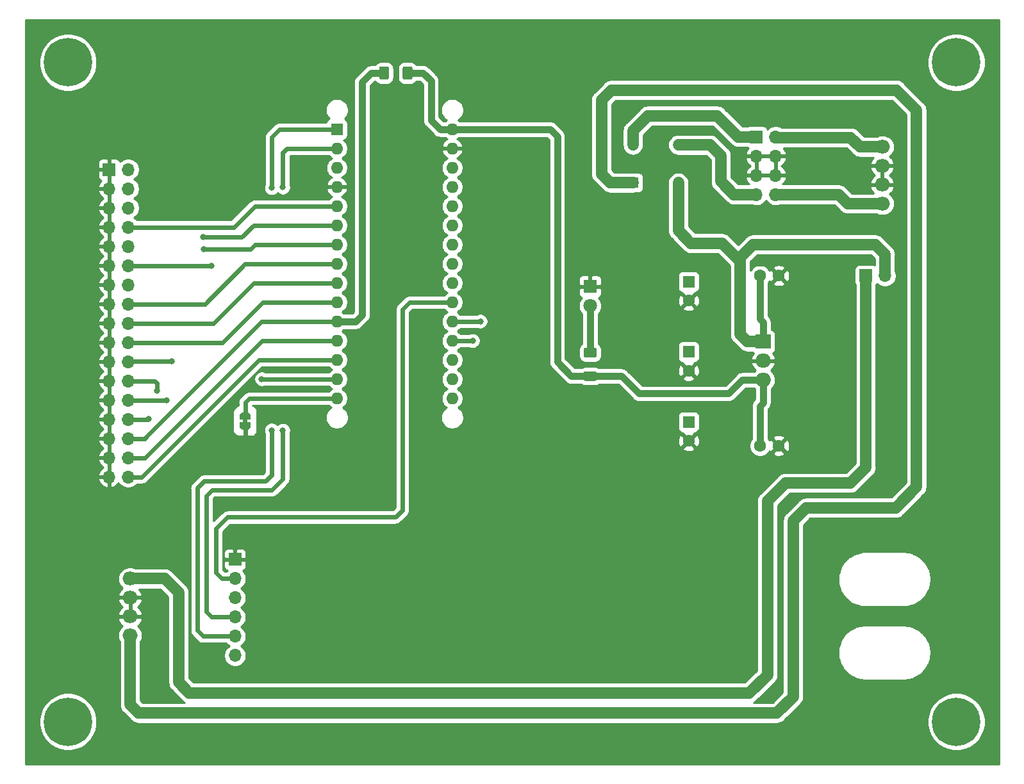
<source format=gtl>
G04 #@! TF.GenerationSoftware,KiCad,Pcbnew,(5.1.10)-1*
G04 #@! TF.CreationDate,2021-12-19T22:42:05+01:00*
G04 #@! TF.ProjectId,DrawBridge,44726177-4272-4696-9467-652e6b696361,1.0*
G04 #@! TF.SameCoordinates,Original*
G04 #@! TF.FileFunction,Copper,L1,Top*
G04 #@! TF.FilePolarity,Positive*
%FSLAX46Y46*%
G04 Gerber Fmt 4.6, Leading zero omitted, Abs format (unit mm)*
G04 Created by KiCad (PCBNEW (5.1.10)-1) date 2021-12-19 22:42:05*
%MOMM*%
%LPD*%
G01*
G04 APERTURE LIST*
G04 #@! TA.AperFunction,EtchedComponent*
%ADD10C,0.100000*%
G04 #@! TD*
G04 #@! TA.AperFunction,ComponentPad*
%ADD11C,3.600000*%
G04 #@! TD*
G04 #@! TA.AperFunction,ConnectorPad*
%ADD12C,6.400000*%
G04 #@! TD*
G04 #@! TA.AperFunction,ComponentPad*
%ADD13R,1.600000X1.600000*%
G04 #@! TD*
G04 #@! TA.AperFunction,ComponentPad*
%ADD14O,1.600000X1.600000*%
G04 #@! TD*
G04 #@! TA.AperFunction,ComponentPad*
%ADD15C,1.600000*%
G04 #@! TD*
G04 #@! TA.AperFunction,ComponentPad*
%ADD16R,1.800000X1.800000*%
G04 #@! TD*
G04 #@! TA.AperFunction,ComponentPad*
%ADD17C,1.800000*%
G04 #@! TD*
G04 #@! TA.AperFunction,ComponentPad*
%ADD18O,2.000000X1.800000*%
G04 #@! TD*
G04 #@! TA.AperFunction,ComponentPad*
%ADD19R,1.700000X1.700000*%
G04 #@! TD*
G04 #@! TA.AperFunction,ComponentPad*
%ADD20O,1.700000X1.700000*%
G04 #@! TD*
G04 #@! TA.AperFunction,ComponentPad*
%ADD21R,1.458000X1.458000*%
G04 #@! TD*
G04 #@! TA.AperFunction,ComponentPad*
%ADD22C,1.458000*%
G04 #@! TD*
G04 #@! TA.AperFunction,ComponentPad*
%ADD23R,2.000000X1.905000*%
G04 #@! TD*
G04 #@! TA.AperFunction,ComponentPad*
%ADD24O,2.000000X1.905000*%
G04 #@! TD*
G04 #@! TA.AperFunction,SMDPad,CuDef*
%ADD25C,0.100000*%
G04 #@! TD*
G04 #@! TA.AperFunction,ViaPad*
%ADD26C,0.800000*%
G04 #@! TD*
G04 #@! TA.AperFunction,Conductor*
%ADD27C,0.600000*%
G04 #@! TD*
G04 #@! TA.AperFunction,Conductor*
%ADD28C,0.900000*%
G04 #@! TD*
G04 #@! TA.AperFunction,Conductor*
%ADD29C,1.500000*%
G04 #@! TD*
G04 #@! TA.AperFunction,Conductor*
%ADD30C,0.254000*%
G04 #@! TD*
G04 #@! TA.AperFunction,Conductor*
%ADD31C,0.100000*%
G04 #@! TD*
G04 APERTURE END LIST*
D10*
G36*
X85125000Y-99075000D02*
G01*
X85125000Y-98575000D01*
X84525000Y-98575000D01*
X84525000Y-99075000D01*
X85125000Y-99075000D01*
G37*
D11*
X61425000Y-51425000D03*
D12*
X61425000Y-51425000D03*
X178785700Y-51425000D03*
D11*
X178785700Y-51425000D03*
X61425000Y-138575000D03*
D12*
X61425000Y-138575000D03*
X178785700Y-138575000D03*
D11*
X178785700Y-138575000D03*
D13*
X96935000Y-60265000D03*
D14*
X112175000Y-93285000D03*
X96935000Y-62805000D03*
X112175000Y-90745000D03*
X96935000Y-65345000D03*
X112175000Y-88205000D03*
X96935000Y-67885000D03*
X112175000Y-85665000D03*
X96935000Y-70425000D03*
X112175000Y-83125000D03*
X96935000Y-72965000D03*
X112175000Y-80585000D03*
X96935000Y-75505000D03*
X112175000Y-78045000D03*
X96935000Y-78045000D03*
X112175000Y-75505000D03*
X96935000Y-80585000D03*
X112175000Y-72965000D03*
X96935000Y-83125000D03*
X112175000Y-70425000D03*
X96935000Y-85665000D03*
X112175000Y-67885000D03*
X96935000Y-88205000D03*
X112175000Y-65345000D03*
X96935000Y-90745000D03*
X112175000Y-62805000D03*
X96935000Y-93285000D03*
X112175000Y-60265000D03*
X96935000Y-95825000D03*
X112175000Y-95825000D03*
D15*
X143425000Y-92177620D03*
D13*
X143425000Y-89677620D03*
D15*
X152845000Y-102095000D03*
X155345000Y-102095000D03*
D13*
X143425000Y-98945000D03*
D15*
X143425000Y-101445000D03*
X155345000Y-79625000D03*
X152845000Y-79625000D03*
D13*
X143425000Y-80410241D03*
D15*
X143425000Y-82910241D03*
D16*
X130405000Y-81045000D03*
D17*
X130405000Y-83585000D03*
D18*
X69625000Y-127165000D03*
X69625000Y-124665000D03*
X69625000Y-122165000D03*
X69625000Y-119665000D03*
D19*
X83495000Y-117125000D03*
D20*
X83495000Y-119665000D03*
X83495000Y-122205000D03*
X83495000Y-124745000D03*
X83495000Y-127285000D03*
X83495000Y-129825000D03*
D19*
X66835000Y-65575000D03*
D20*
X69375000Y-65575000D03*
X66835000Y-68115000D03*
X69375000Y-68115000D03*
X66835000Y-70655000D03*
X69375000Y-70655000D03*
X66835000Y-73195000D03*
X69375000Y-73195000D03*
X66835000Y-75735000D03*
X69375000Y-75735000D03*
X66835000Y-78275000D03*
X69375000Y-78275000D03*
X66835000Y-80815000D03*
X69375000Y-80815000D03*
X66835000Y-83355000D03*
X69375000Y-83355000D03*
X66835000Y-85895000D03*
X69375000Y-85895000D03*
X66835000Y-88435000D03*
X69375000Y-88435000D03*
X66835000Y-90975000D03*
X69375000Y-90975000D03*
X66835000Y-93515000D03*
X69375000Y-93515000D03*
X66835000Y-96055000D03*
X69375000Y-96055000D03*
X66835000Y-98595000D03*
X69375000Y-98595000D03*
X66835000Y-101135000D03*
X69375000Y-101135000D03*
X66835000Y-103675000D03*
X69375000Y-103675000D03*
X66835000Y-106215000D03*
X69375000Y-106215000D03*
D18*
X168995000Y-70095000D03*
X168995000Y-67595000D03*
X168995000Y-65095000D03*
X168995000Y-62595000D03*
G04 #@! TA.AperFunction,SMDPad,CuDef*
G36*
G01*
X106925000Y-52200000D02*
X106925000Y-53450000D01*
G75*
G02*
X106675000Y-53700000I-250000J0D01*
G01*
X105875000Y-53700000D01*
G75*
G02*
X105625000Y-53450000I0J250000D01*
G01*
X105625000Y-52200000D01*
G75*
G02*
X105875000Y-51950000I250000J0D01*
G01*
X106675000Y-51950000D01*
G75*
G02*
X106925000Y-52200000I0J-250000D01*
G01*
G37*
G04 #@! TD.AperFunction*
G04 #@! TA.AperFunction,SMDPad,CuDef*
G36*
G01*
X103825000Y-52200000D02*
X103825000Y-53450000D01*
G75*
G02*
X103575000Y-53700000I-250000J0D01*
G01*
X102775000Y-53700000D01*
G75*
G02*
X102525000Y-53450000I0J250000D01*
G01*
X102525000Y-52200000D01*
G75*
G02*
X102775000Y-51950000I250000J0D01*
G01*
X103575000Y-51950000D01*
G75*
G02*
X103825000Y-52200000I0J-250000D01*
G01*
G37*
G04 #@! TD.AperFunction*
G04 #@! TA.AperFunction,SMDPad,CuDef*
G36*
G01*
X131030000Y-90445000D02*
X129780000Y-90445000D01*
G75*
G02*
X129530000Y-90195000I0J250000D01*
G01*
X129530000Y-89395000D01*
G75*
G02*
X129780000Y-89145000I250000J0D01*
G01*
X131030000Y-89145000D01*
G75*
G02*
X131280000Y-89395000I0J-250000D01*
G01*
X131280000Y-90195000D01*
G75*
G02*
X131030000Y-90445000I-250000J0D01*
G01*
G37*
G04 #@! TD.AperFunction*
G04 #@! TA.AperFunction,SMDPad,CuDef*
G36*
G01*
X131030000Y-93545000D02*
X129780000Y-93545000D01*
G75*
G02*
X129530000Y-93295000I0J250000D01*
G01*
X129530000Y-92495000D01*
G75*
G02*
X129780000Y-92245000I250000J0D01*
G01*
X131030000Y-92245000D01*
G75*
G02*
X131280000Y-92495000I0J-250000D01*
G01*
X131280000Y-93295000D01*
G75*
G02*
X131030000Y-93545000I-250000J0D01*
G01*
G37*
G04 #@! TD.AperFunction*
D21*
X136055000Y-67325000D03*
D22*
X136055000Y-62325000D03*
X142055000Y-62325000D03*
X142055000Y-67325000D03*
D23*
X153255000Y-88320000D03*
D24*
X153255000Y-90860000D03*
X153255000Y-93400000D03*
D20*
X169365000Y-79625000D03*
D19*
X166825000Y-79625000D03*
G04 #@! TA.AperFunction,SMDPad,CuDef*
D25*
G36*
X85574398Y-99475000D02*
G01*
X85574398Y-99499534D01*
X85569588Y-99548365D01*
X85560016Y-99596490D01*
X85545772Y-99643445D01*
X85526995Y-99688778D01*
X85503864Y-99732051D01*
X85476604Y-99772850D01*
X85445476Y-99810779D01*
X85410779Y-99845476D01*
X85372850Y-99876604D01*
X85332051Y-99903864D01*
X85288778Y-99926995D01*
X85243445Y-99945772D01*
X85196490Y-99960016D01*
X85148365Y-99969588D01*
X85099534Y-99974398D01*
X85075000Y-99974398D01*
X85075000Y-99975000D01*
X84575000Y-99975000D01*
X84575000Y-99974398D01*
X84550466Y-99974398D01*
X84501635Y-99969588D01*
X84453510Y-99960016D01*
X84406555Y-99945772D01*
X84361222Y-99926995D01*
X84317949Y-99903864D01*
X84277150Y-99876604D01*
X84239221Y-99845476D01*
X84204524Y-99810779D01*
X84173396Y-99772850D01*
X84146136Y-99732051D01*
X84123005Y-99688778D01*
X84104228Y-99643445D01*
X84089984Y-99596490D01*
X84080412Y-99548365D01*
X84075602Y-99499534D01*
X84075602Y-99475000D01*
X84075000Y-99475000D01*
X84075000Y-98975000D01*
X85575000Y-98975000D01*
X85575000Y-99475000D01*
X85574398Y-99475000D01*
G37*
G04 #@! TD.AperFunction*
G04 #@! TA.AperFunction,SMDPad,CuDef*
G36*
X84075000Y-98675000D02*
G01*
X84075000Y-98175000D01*
X84075602Y-98175000D01*
X84075602Y-98150466D01*
X84080412Y-98101635D01*
X84089984Y-98053510D01*
X84104228Y-98006555D01*
X84123005Y-97961222D01*
X84146136Y-97917949D01*
X84173396Y-97877150D01*
X84204524Y-97839221D01*
X84239221Y-97804524D01*
X84277150Y-97773396D01*
X84317949Y-97746136D01*
X84361222Y-97723005D01*
X84406555Y-97704228D01*
X84453510Y-97689984D01*
X84501635Y-97680412D01*
X84550466Y-97675602D01*
X84575000Y-97675602D01*
X84575000Y-97675000D01*
X85075000Y-97675000D01*
X85075000Y-97675602D01*
X85099534Y-97675602D01*
X85148365Y-97680412D01*
X85196490Y-97689984D01*
X85243445Y-97704228D01*
X85288778Y-97723005D01*
X85332051Y-97746136D01*
X85372850Y-97773396D01*
X85410779Y-97804524D01*
X85445476Y-97839221D01*
X85476604Y-97877150D01*
X85503864Y-97917949D01*
X85526995Y-97961222D01*
X85545772Y-98006555D01*
X85560016Y-98053510D01*
X85569588Y-98101635D01*
X85574398Y-98150466D01*
X85574398Y-98175000D01*
X85575000Y-98175000D01*
X85575000Y-98675000D01*
X84075000Y-98675000D01*
G37*
G04 #@! TD.AperFunction*
D19*
X152375000Y-61275000D03*
D20*
X154915000Y-61275000D03*
X152375000Y-63815000D03*
X154915000Y-63815000D03*
X152375000Y-66355000D03*
X154915000Y-66355000D03*
X152375000Y-68895000D03*
X154915000Y-68895000D03*
D26*
X88315000Y-67995000D03*
X88315000Y-100035000D03*
X89815000Y-67925000D03*
X89815000Y-100065000D03*
X114885000Y-88205000D03*
X73205000Y-94815000D03*
X72055000Y-98555000D03*
X115895000Y-85645000D03*
X79275000Y-74525000D03*
X75095000Y-90965000D03*
X79385000Y-76135000D03*
X74485000Y-96055000D03*
X87005000Y-93275000D03*
X80335000Y-78275000D03*
X84825000Y-101075000D03*
D27*
X96935000Y-60265000D02*
X89355000Y-60265000D01*
X88315000Y-61305000D02*
X88315000Y-67995000D01*
X89355000Y-60265000D02*
X88315000Y-61305000D01*
X79245000Y-127285000D02*
X80845000Y-127285000D01*
X78475000Y-126515000D02*
X79245000Y-127285000D01*
X78475000Y-107715000D02*
X78475000Y-126515000D01*
X79395000Y-106795000D02*
X78475000Y-107715000D01*
X87505000Y-106795000D02*
X79395000Y-106795000D01*
X80845000Y-127285000D02*
X83495000Y-127285000D01*
X88315000Y-105985000D02*
X87505000Y-106795000D01*
X88315000Y-100035000D02*
X88315000Y-105985000D01*
X96935000Y-62805000D02*
X90365000Y-62805000D01*
X89815000Y-63355000D02*
X89815000Y-67925000D01*
X90365000Y-62805000D02*
X89815000Y-63355000D01*
X81815000Y-124745000D02*
X83495000Y-124745000D01*
X80395000Y-124745000D02*
X81815000Y-124745000D01*
X79725000Y-108675000D02*
X79725000Y-124075000D01*
X80445000Y-107955000D02*
X79725000Y-108675000D01*
X88375000Y-107955000D02*
X80445000Y-107955000D01*
X79725000Y-124075000D02*
X80395000Y-124745000D01*
X89815000Y-106515000D02*
X88375000Y-107955000D01*
X89815000Y-100065000D02*
X89815000Y-106515000D01*
X112175000Y-88205000D02*
X114885000Y-88205000D01*
X69375000Y-93515000D02*
X69385000Y-93525000D01*
X73205000Y-94815000D02*
X73205000Y-93845000D01*
X72875000Y-93515000D02*
X69375000Y-93515000D01*
X73205000Y-93845000D02*
X72875000Y-93515000D01*
X84825000Y-98175000D02*
X84825000Y-96375000D01*
X85375000Y-95825000D02*
X96935000Y-95825000D01*
X84825000Y-96375000D02*
X85375000Y-95825000D01*
X72015000Y-98595000D02*
X72055000Y-98555000D01*
X69375000Y-98595000D02*
X72015000Y-98595000D01*
X112195000Y-85645000D02*
X112175000Y-85665000D01*
X115895000Y-85645000D02*
X112195000Y-85645000D01*
X96935000Y-70425000D02*
X86105000Y-70425000D01*
X83335000Y-73195000D02*
X69375000Y-73195000D01*
X86105000Y-70425000D02*
X83335000Y-73195000D01*
X83495000Y-119665000D02*
X83435000Y-119725000D01*
X81735000Y-119665000D02*
X83495000Y-119665000D01*
X80965010Y-118895010D02*
X81735000Y-119665000D01*
X80965010Y-113054990D02*
X80965010Y-118895010D01*
X82475000Y-111545000D02*
X80965010Y-113054990D01*
X104695000Y-111545000D02*
X82475000Y-111545000D01*
X105625000Y-110615000D02*
X104695000Y-111545000D01*
X106545000Y-83125000D02*
X105625000Y-84045000D01*
X105625000Y-84045000D02*
X105625000Y-110615000D01*
X112175000Y-83125000D02*
X106545000Y-83125000D01*
X69385000Y-90965000D02*
X69375000Y-90975000D01*
X75095000Y-90965000D02*
X69385000Y-90965000D01*
X84365000Y-74525000D02*
X79275000Y-74525000D01*
X85925000Y-72965000D02*
X84365000Y-74525000D01*
X96935000Y-72965000D02*
X85925000Y-72965000D01*
X96935000Y-75505000D02*
X88375000Y-75505000D01*
X88375000Y-75505000D02*
X86165000Y-75505000D01*
X85535000Y-76135000D02*
X79385000Y-76135000D01*
X86165000Y-75505000D02*
X85535000Y-76135000D01*
X74485000Y-96055000D02*
X69375000Y-96055000D01*
X96935000Y-78045000D02*
X84815000Y-78045000D01*
X79505000Y-83355000D02*
X69375000Y-83355000D01*
X84815000Y-78045000D02*
X79505000Y-83355000D01*
X96935000Y-80585000D02*
X85935000Y-80585000D01*
X80625000Y-85895000D02*
X69375000Y-85895000D01*
X85935000Y-80585000D02*
X80625000Y-85895000D01*
X96935000Y-83125000D02*
X87165000Y-83125000D01*
X81855000Y-88435000D02*
X69375000Y-88435000D01*
X87165000Y-83125000D02*
X81855000Y-88435000D01*
X71535000Y-101135000D02*
X69375000Y-101135000D01*
X71705000Y-100965000D02*
X71535000Y-101135000D01*
X71705000Y-100955000D02*
X71705000Y-100965000D01*
X86995000Y-85665000D02*
X71705000Y-100955000D01*
X96935000Y-85665000D02*
X86995000Y-85665000D01*
D28*
X103175000Y-52825000D02*
X101475000Y-52825000D01*
X101475000Y-52825000D02*
X100275000Y-54025000D01*
X100275000Y-54025000D02*
X100275000Y-84825000D01*
X99435000Y-85665000D02*
X96935000Y-85665000D01*
X100275000Y-84825000D02*
X99435000Y-85665000D01*
D27*
X87915000Y-88205000D02*
X96935000Y-88205000D01*
X71605000Y-103675000D02*
X87075000Y-88205000D01*
X87075000Y-88205000D02*
X87915000Y-88205000D01*
X69375000Y-103675000D02*
X71605000Y-103675000D01*
X96935000Y-90745000D02*
X86647806Y-90745000D01*
X71177806Y-106215000D02*
X69375000Y-106215000D01*
X86647806Y-90745000D02*
X71177806Y-106215000D01*
X87015000Y-93285000D02*
X87005000Y-93275000D01*
X96935000Y-93285000D02*
X87015000Y-93285000D01*
X69375000Y-78275000D02*
X80335000Y-78275000D01*
D28*
X134555000Y-92895000D02*
X130405000Y-92895000D01*
X136865000Y-95205000D02*
X134555000Y-92895000D01*
X130405000Y-92895000D02*
X127915000Y-92895000D01*
X112175000Y-60265000D02*
X123685000Y-60265000D01*
X126060000Y-91040000D02*
X126060000Y-61200000D01*
X126060000Y-91040000D02*
X127915000Y-92895000D01*
X125125000Y-60265000D02*
X123685000Y-60265000D01*
X126060000Y-61200000D02*
X125125000Y-60265000D01*
X127915000Y-92895000D02*
X127905000Y-92895000D01*
X136865000Y-95205000D02*
X148715000Y-95205000D01*
X150520000Y-93400000D02*
X153255000Y-93400000D01*
X148715000Y-95205000D02*
X150520000Y-93400000D01*
X153255000Y-93400000D02*
X153255000Y-96405000D01*
X152845000Y-96815000D02*
X152845000Y-102095000D01*
X153255000Y-96405000D02*
X152845000Y-96815000D01*
X112175000Y-60265000D02*
X110565000Y-60265000D01*
X110565000Y-60265000D02*
X109375000Y-59075000D01*
X109375000Y-59075000D02*
X109375000Y-53875000D01*
X108325000Y-52825000D02*
X106275000Y-52825000D01*
X109375000Y-53875000D02*
X108325000Y-52825000D01*
X153255000Y-88320000D02*
X153255000Y-85765000D01*
X152845000Y-85355000D02*
X152845000Y-79625000D01*
X153255000Y-85765000D02*
X152845000Y-85355000D01*
D29*
X142055000Y-69955000D02*
X142055000Y-67325000D01*
X143725000Y-75325000D02*
X142055000Y-73655000D01*
X142055000Y-73655000D02*
X142055000Y-69955000D01*
X147825000Y-75325000D02*
X143725000Y-75325000D01*
X150225000Y-77725000D02*
X147825000Y-75325000D01*
X150225000Y-87375000D02*
X150225000Y-77725000D01*
X151170000Y-88320000D02*
X150225000Y-87375000D01*
X153255000Y-88320000D02*
X151170000Y-88320000D01*
X169365000Y-76815000D02*
X169365000Y-79625000D01*
X151900000Y-75500000D02*
X168050000Y-75500000D01*
X150225000Y-77175000D02*
X151900000Y-75500000D01*
X168050000Y-75500000D02*
X169365000Y-76815000D01*
X150225000Y-77725000D02*
X150225000Y-77175000D01*
D28*
X130405000Y-89795000D02*
X130405000Y-83585000D01*
D27*
X84825000Y-99475000D02*
X84825000Y-101075000D01*
D29*
X152375000Y-61275000D02*
X149975000Y-61275000D01*
X149975000Y-61275000D02*
X147175000Y-58475000D01*
X147175000Y-58475000D02*
X138025000Y-58475000D01*
X136055000Y-60445000D02*
X136055000Y-62325000D01*
X138025000Y-58475000D02*
X136055000Y-60445000D01*
X168975000Y-62575000D02*
X168995000Y-62595000D01*
X168995000Y-62595000D02*
X166045000Y-62595000D01*
X166045000Y-62595000D02*
X164825000Y-61375000D01*
X155015000Y-61375000D02*
X154915000Y-61275000D01*
X164825000Y-61375000D02*
X155015000Y-61375000D01*
X70725000Y-137425000D02*
X69625000Y-136325000D01*
X136055000Y-67325000D02*
X133055000Y-67325000D01*
X133055000Y-67325000D02*
X131895000Y-66165000D01*
X170765000Y-110305000D02*
X158915000Y-110305000D01*
X131895000Y-66165000D02*
X131895000Y-56395000D01*
X133215000Y-55075000D02*
X170885000Y-55075000D01*
X131895000Y-56395000D02*
X133215000Y-55075000D01*
X173535000Y-57725000D02*
X173535000Y-107535000D01*
X69625000Y-136325000D02*
X69625000Y-127165000D01*
X173535000Y-107535000D02*
X170765000Y-110305000D01*
X170885000Y-55075000D02*
X173535000Y-57725000D01*
X157225000Y-111995000D02*
X157225000Y-135275000D01*
X157225000Y-135275000D02*
X155075000Y-137425000D01*
X158915000Y-110305000D02*
X157225000Y-111995000D01*
X155075000Y-137425000D02*
X70725000Y-137425000D01*
X166825000Y-104975000D02*
X166825000Y-79625000D01*
X164775000Y-107025000D02*
X166825000Y-104975000D01*
X156225000Y-107025000D02*
X164775000Y-107025000D01*
X153825000Y-109425000D02*
X156225000Y-107025000D01*
X77425000Y-134775000D02*
X151425000Y-134775000D01*
X153825000Y-132375000D02*
X153825000Y-109425000D01*
X76025798Y-133375798D02*
X77425000Y-134775000D01*
X76025798Y-121475798D02*
X76025798Y-133375798D01*
X74215000Y-119665000D02*
X76025798Y-121475798D01*
X151425000Y-134775000D02*
X153825000Y-132375000D01*
X69625000Y-119665000D02*
X74215000Y-119665000D01*
X152375000Y-68895000D02*
X149395000Y-68895000D01*
X149395000Y-68895000D02*
X147675000Y-67175000D01*
X147675000Y-67175000D02*
X147675000Y-63725000D01*
X146275000Y-62325000D02*
X142055000Y-62325000D01*
X147675000Y-63725000D02*
X146275000Y-62325000D01*
X168995000Y-70095000D02*
X164445000Y-70095000D01*
X163245000Y-68895000D02*
X154915000Y-68895000D01*
X164445000Y-70095000D02*
X163245000Y-68895000D01*
D30*
X184425700Y-144215000D02*
X55785000Y-144215000D01*
X55785000Y-138197285D01*
X57590000Y-138197285D01*
X57590000Y-138952715D01*
X57737377Y-139693628D01*
X58026467Y-140391554D01*
X58446161Y-141019670D01*
X58980330Y-141553839D01*
X59608446Y-141973533D01*
X60306372Y-142262623D01*
X61047285Y-142410000D01*
X61802715Y-142410000D01*
X62543628Y-142262623D01*
X63241554Y-141973533D01*
X63869670Y-141553839D01*
X64403839Y-141019670D01*
X64823533Y-140391554D01*
X65112623Y-139693628D01*
X65260000Y-138952715D01*
X65260000Y-138197285D01*
X65112623Y-137456372D01*
X64823533Y-136758446D01*
X64403839Y-136130330D01*
X63869670Y-135596161D01*
X63241554Y-135176467D01*
X62543628Y-134887377D01*
X61802715Y-134740000D01*
X61047285Y-134740000D01*
X60306372Y-134887377D01*
X59608446Y-135176467D01*
X58980330Y-135596161D01*
X58446161Y-136130330D01*
X58026467Y-136758446D01*
X57737377Y-137456372D01*
X57590000Y-138197285D01*
X55785000Y-138197285D01*
X55785000Y-122529740D01*
X68033964Y-122529740D01*
X68120709Y-122782656D01*
X68268191Y-123044751D01*
X68463971Y-123273038D01*
X68644804Y-123415000D01*
X68463971Y-123556962D01*
X68268191Y-123785249D01*
X68120709Y-124047344D01*
X68033964Y-124300260D01*
X68154622Y-124538000D01*
X69498000Y-124538000D01*
X69498000Y-122292000D01*
X69752000Y-122292000D01*
X69752000Y-124538000D01*
X71095378Y-124538000D01*
X71216036Y-124300260D01*
X71129291Y-124047344D01*
X70981809Y-123785249D01*
X70786029Y-123556962D01*
X70605196Y-123415000D01*
X70786029Y-123273038D01*
X70981809Y-123044751D01*
X71129291Y-122782656D01*
X71216036Y-122529740D01*
X71095378Y-122292000D01*
X69752000Y-122292000D01*
X69498000Y-122292000D01*
X68154622Y-122292000D01*
X68033964Y-122529740D01*
X55785000Y-122529740D01*
X55785000Y-119665000D01*
X67982573Y-119665000D01*
X68012210Y-119965913D01*
X68099983Y-120255261D01*
X68242519Y-120521927D01*
X68434339Y-120755661D01*
X68636469Y-120921544D01*
X68463971Y-121056962D01*
X68268191Y-121285249D01*
X68120709Y-121547344D01*
X68033964Y-121800260D01*
X68154622Y-122038000D01*
X69498000Y-122038000D01*
X69498000Y-122018000D01*
X69752000Y-122018000D01*
X69752000Y-122038000D01*
X71095378Y-122038000D01*
X71216036Y-121800260D01*
X71129291Y-121547344D01*
X70981809Y-121285249D01*
X70786029Y-121056962D01*
X70777161Y-121050000D01*
X73641315Y-121050000D01*
X74640798Y-122049484D01*
X74640799Y-133307759D01*
X74634098Y-133375798D01*
X74660838Y-133647305D01*
X74740034Y-133908378D01*
X74868642Y-134148986D01*
X74998346Y-134307031D01*
X74998349Y-134307034D01*
X75041718Y-134359879D01*
X75094562Y-134403247D01*
X76397550Y-135706236D01*
X76440919Y-135759081D01*
X76493764Y-135802450D01*
X76493766Y-135802452D01*
X76500016Y-135807581D01*
X76651812Y-135932157D01*
X76853572Y-136040000D01*
X71298686Y-136040000D01*
X71010000Y-135751315D01*
X71010000Y-128017214D01*
X71150017Y-127755261D01*
X71237790Y-127465913D01*
X71267427Y-127165000D01*
X71237790Y-126864087D01*
X71150017Y-126574739D01*
X71007481Y-126308073D01*
X70815661Y-126074339D01*
X70613531Y-125908456D01*
X70786029Y-125773038D01*
X70981809Y-125544751D01*
X71129291Y-125282656D01*
X71216036Y-125029740D01*
X71095378Y-124792000D01*
X69752000Y-124792000D01*
X69752000Y-124812000D01*
X69498000Y-124812000D01*
X69498000Y-124792000D01*
X68154622Y-124792000D01*
X68033964Y-125029740D01*
X68120709Y-125282656D01*
X68268191Y-125544751D01*
X68463971Y-125773038D01*
X68636469Y-125908456D01*
X68434339Y-126074339D01*
X68242519Y-126308073D01*
X68099983Y-126574739D01*
X68012210Y-126864087D01*
X67982573Y-127165000D01*
X68012210Y-127465913D01*
X68099983Y-127755261D01*
X68240001Y-128017216D01*
X68240000Y-136256971D01*
X68233300Y-136325000D01*
X68240000Y-136393029D01*
X68240000Y-136393036D01*
X68249921Y-136493766D01*
X68260040Y-136596507D01*
X68276817Y-136651812D01*
X68339236Y-136857580D01*
X68467843Y-137098187D01*
X68640919Y-137309080D01*
X68693764Y-137352450D01*
X69697550Y-138356236D01*
X69740919Y-138409081D01*
X69793764Y-138452450D01*
X69793766Y-138452452D01*
X69842108Y-138492125D01*
X69951812Y-138582157D01*
X70192419Y-138710764D01*
X70453492Y-138789960D01*
X70476892Y-138792265D01*
X70656963Y-138810000D01*
X70656971Y-138810000D01*
X70725000Y-138816700D01*
X70793029Y-138810000D01*
X155006971Y-138810000D01*
X155075000Y-138816700D01*
X155143029Y-138810000D01*
X155143037Y-138810000D01*
X155346507Y-138789960D01*
X155607581Y-138710764D01*
X155848188Y-138582157D01*
X156059081Y-138409081D01*
X156102454Y-138356231D01*
X156261400Y-138197285D01*
X174950700Y-138197285D01*
X174950700Y-138952715D01*
X175098077Y-139693628D01*
X175387167Y-140391554D01*
X175806861Y-141019670D01*
X176341030Y-141553839D01*
X176969146Y-141973533D01*
X177667072Y-142262623D01*
X178407985Y-142410000D01*
X179163415Y-142410000D01*
X179904328Y-142262623D01*
X180602254Y-141973533D01*
X181230370Y-141553839D01*
X181764539Y-141019670D01*
X182184233Y-140391554D01*
X182473323Y-139693628D01*
X182620700Y-138952715D01*
X182620700Y-138197285D01*
X182473323Y-137456372D01*
X182184233Y-136758446D01*
X181764539Y-136130330D01*
X181230370Y-135596161D01*
X180602254Y-135176467D01*
X179904328Y-134887377D01*
X179163415Y-134740000D01*
X178407985Y-134740000D01*
X177667072Y-134887377D01*
X176969146Y-135176467D01*
X176341030Y-135596161D01*
X175806861Y-136130330D01*
X175387167Y-136758446D01*
X175098077Y-137456372D01*
X174950700Y-138197285D01*
X156261400Y-138197285D01*
X158156236Y-136302450D01*
X158209081Y-136259081D01*
X158284897Y-136166700D01*
X158382156Y-136048189D01*
X158382157Y-136048188D01*
X158510764Y-135807581D01*
X158589960Y-135546507D01*
X158610000Y-135343037D01*
X158610000Y-135343028D01*
X158616700Y-135275001D01*
X158610000Y-135206974D01*
X158610000Y-129412939D01*
X163152707Y-129412939D01*
X163153112Y-129470977D01*
X163152707Y-129528949D01*
X163153579Y-129537842D01*
X163214780Y-130120132D01*
X163226446Y-130176966D01*
X163237313Y-130233933D01*
X163239896Y-130242488D01*
X163413033Y-130801801D01*
X163435499Y-130855243D01*
X163457240Y-130909056D01*
X163461436Y-130916946D01*
X163739912Y-131431978D01*
X163772341Y-131480057D01*
X163804110Y-131528606D01*
X163809759Y-131535531D01*
X164182969Y-131986664D01*
X164224114Y-132027522D01*
X164264712Y-132068980D01*
X164271598Y-132074676D01*
X164725326Y-132444728D01*
X164773617Y-132476812D01*
X164821503Y-132509601D01*
X164829364Y-132513851D01*
X165346328Y-132788725D01*
X165399984Y-132810840D01*
X165453272Y-132833680D01*
X165461809Y-132836323D01*
X166022317Y-133005550D01*
X166079222Y-133016817D01*
X166135956Y-133028877D01*
X166144843Y-133029810D01*
X166727546Y-133086945D01*
X166727548Y-133086945D01*
X166758566Y-133090000D01*
X171821434Y-133090000D01*
X171823663Y-133089780D01*
X171836348Y-133089692D01*
X171865258Y-133086654D01*
X171894340Y-133086654D01*
X171903227Y-133085719D01*
X172485076Y-133020454D01*
X172541805Y-133008396D01*
X172598715Y-132997128D01*
X172607252Y-132994485D01*
X173165343Y-132817448D01*
X173218647Y-132794602D01*
X173272288Y-132772493D01*
X173280149Y-132768242D01*
X173793224Y-132486176D01*
X173841068Y-132453417D01*
X173889400Y-132421305D01*
X173896285Y-132415609D01*
X174344802Y-132039259D01*
X174385417Y-131997784D01*
X174426546Y-131956942D01*
X174432194Y-131950017D01*
X174799069Y-131493717D01*
X174830840Y-131445166D01*
X174863268Y-131397090D01*
X174867463Y-131389200D01*
X175138722Y-130870329D01*
X175160436Y-130816585D01*
X175182931Y-130763073D01*
X175185513Y-130754518D01*
X175350823Y-130192842D01*
X175361693Y-130135857D01*
X175373356Y-130079042D01*
X175374228Y-130070149D01*
X175427293Y-129487060D01*
X175426888Y-129429022D01*
X175427293Y-129371051D01*
X175426421Y-129362158D01*
X175365220Y-128779868D01*
X175353554Y-128723034D01*
X175342687Y-128666067D01*
X175340104Y-128657513D01*
X175166967Y-128098199D01*
X175144489Y-128044728D01*
X175122760Y-127990944D01*
X175118564Y-127983054D01*
X174840088Y-127468022D01*
X174807675Y-127419967D01*
X174775890Y-127371394D01*
X174770241Y-127364469D01*
X174397031Y-126913336D01*
X174355886Y-126872478D01*
X174315288Y-126831020D01*
X174308402Y-126825324D01*
X173854674Y-126455272D01*
X173806361Y-126423173D01*
X173758497Y-126390399D01*
X173750637Y-126386149D01*
X173233672Y-126111275D01*
X173180051Y-126089175D01*
X173126727Y-126066319D01*
X173118191Y-126063677D01*
X172557683Y-125894450D01*
X172500764Y-125883180D01*
X172444043Y-125871123D01*
X172435156Y-125870189D01*
X171852454Y-125813055D01*
X171852452Y-125813055D01*
X171821434Y-125810000D01*
X166758566Y-125810000D01*
X166756337Y-125810220D01*
X166743652Y-125810308D01*
X166714742Y-125813346D01*
X166685660Y-125813346D01*
X166676773Y-125814281D01*
X166094925Y-125879546D01*
X166038203Y-125891602D01*
X165981285Y-125902872D01*
X165972748Y-125905515D01*
X165414657Y-126082552D01*
X165361318Y-126105413D01*
X165307711Y-126127508D01*
X165299851Y-126131758D01*
X164786776Y-126413824D01*
X164738932Y-126446583D01*
X164690600Y-126478695D01*
X164683715Y-126484391D01*
X164235198Y-126860741D01*
X164194635Y-126902164D01*
X164153453Y-126943058D01*
X164147806Y-126949983D01*
X163780931Y-127406283D01*
X163749160Y-127454834D01*
X163716732Y-127502910D01*
X163712537Y-127510800D01*
X163441278Y-128029670D01*
X163419546Y-128083459D01*
X163397070Y-128136926D01*
X163394487Y-128145481D01*
X163229177Y-128707158D01*
X163218308Y-128764135D01*
X163206644Y-128820957D01*
X163205772Y-128829851D01*
X163152707Y-129412939D01*
X158610000Y-129412939D01*
X158610000Y-119712939D01*
X163152707Y-119712939D01*
X163153112Y-119770977D01*
X163152707Y-119828949D01*
X163153579Y-119837842D01*
X163214780Y-120420132D01*
X163226446Y-120476966D01*
X163237313Y-120533933D01*
X163239896Y-120542488D01*
X163413033Y-121101801D01*
X163435499Y-121155243D01*
X163457240Y-121209056D01*
X163461436Y-121216946D01*
X163739912Y-121731978D01*
X163772341Y-121780057D01*
X163804110Y-121828606D01*
X163809759Y-121835531D01*
X164182969Y-122286664D01*
X164224114Y-122327522D01*
X164264712Y-122368980D01*
X164271598Y-122374676D01*
X164725326Y-122744728D01*
X164773617Y-122776812D01*
X164821503Y-122809601D01*
X164829364Y-122813851D01*
X165346328Y-123088725D01*
X165399984Y-123110840D01*
X165453272Y-123133680D01*
X165461809Y-123136323D01*
X166022317Y-123305550D01*
X166079222Y-123316817D01*
X166135956Y-123328877D01*
X166144843Y-123329810D01*
X166727546Y-123386945D01*
X166727548Y-123386945D01*
X166758566Y-123390000D01*
X171821434Y-123390000D01*
X171823663Y-123389780D01*
X171836348Y-123389692D01*
X171865258Y-123386654D01*
X171894340Y-123386654D01*
X171903227Y-123385719D01*
X172485076Y-123320454D01*
X172541805Y-123308396D01*
X172598715Y-123297128D01*
X172607252Y-123294485D01*
X173165343Y-123117448D01*
X173218647Y-123094602D01*
X173272288Y-123072493D01*
X173280149Y-123068242D01*
X173793224Y-122786176D01*
X173841068Y-122753417D01*
X173889400Y-122721305D01*
X173896285Y-122715609D01*
X174344802Y-122339259D01*
X174385417Y-122297784D01*
X174426546Y-122256942D01*
X174432194Y-122250017D01*
X174799069Y-121793717D01*
X174830840Y-121745166D01*
X174863268Y-121697090D01*
X174867463Y-121689200D01*
X175138722Y-121170329D01*
X175160436Y-121116585D01*
X175182931Y-121063073D01*
X175185513Y-121054518D01*
X175350823Y-120492842D01*
X175361693Y-120435857D01*
X175373356Y-120379042D01*
X175374228Y-120370149D01*
X175427293Y-119787060D01*
X175426888Y-119729022D01*
X175427293Y-119671051D01*
X175426421Y-119662158D01*
X175365220Y-119079868D01*
X175353554Y-119023034D01*
X175342687Y-118966067D01*
X175340104Y-118957513D01*
X175166967Y-118398199D01*
X175144489Y-118344728D01*
X175122760Y-118290944D01*
X175118564Y-118283054D01*
X174840088Y-117768022D01*
X174807675Y-117719967D01*
X174775890Y-117671394D01*
X174770241Y-117664469D01*
X174397031Y-117213336D01*
X174355886Y-117172478D01*
X174315288Y-117131020D01*
X174308402Y-117125324D01*
X173854674Y-116755272D01*
X173806361Y-116723173D01*
X173758497Y-116690399D01*
X173750637Y-116686149D01*
X173233672Y-116411275D01*
X173180051Y-116389175D01*
X173126727Y-116366319D01*
X173118191Y-116363677D01*
X172557683Y-116194450D01*
X172500764Y-116183180D01*
X172444043Y-116171123D01*
X172435156Y-116170189D01*
X171852454Y-116113055D01*
X171852452Y-116113055D01*
X171821434Y-116110000D01*
X166758566Y-116110000D01*
X166756337Y-116110220D01*
X166743652Y-116110308D01*
X166714742Y-116113346D01*
X166685660Y-116113346D01*
X166676773Y-116114281D01*
X166094925Y-116179546D01*
X166038203Y-116191602D01*
X165981285Y-116202872D01*
X165972748Y-116205515D01*
X165414657Y-116382552D01*
X165361318Y-116405413D01*
X165307711Y-116427508D01*
X165299851Y-116431758D01*
X164786776Y-116713824D01*
X164738932Y-116746583D01*
X164690600Y-116778695D01*
X164683715Y-116784391D01*
X164235198Y-117160741D01*
X164194635Y-117202164D01*
X164153453Y-117243058D01*
X164147806Y-117249983D01*
X163780931Y-117706283D01*
X163749160Y-117754834D01*
X163716732Y-117802910D01*
X163712537Y-117810800D01*
X163441278Y-118329670D01*
X163419546Y-118383459D01*
X163397070Y-118436926D01*
X163394487Y-118445481D01*
X163229177Y-119007158D01*
X163218308Y-119064135D01*
X163206644Y-119120957D01*
X163205772Y-119129851D01*
X163152707Y-119712939D01*
X158610000Y-119712939D01*
X158610000Y-112568685D01*
X159488686Y-111690000D01*
X170696971Y-111690000D01*
X170765000Y-111696700D01*
X170833029Y-111690000D01*
X170833037Y-111690000D01*
X171036507Y-111669960D01*
X171297581Y-111590764D01*
X171538188Y-111462157D01*
X171749081Y-111289081D01*
X171792454Y-111236231D01*
X174466236Y-108562450D01*
X174519081Y-108519081D01*
X174603104Y-108416700D01*
X174692157Y-108308188D01*
X174820764Y-108067581D01*
X174899960Y-107806507D01*
X174926701Y-107535000D01*
X174920000Y-107466963D01*
X174920000Y-57793029D01*
X174926700Y-57725000D01*
X174920000Y-57656971D01*
X174920000Y-57656963D01*
X174899960Y-57453493D01*
X174877388Y-57379081D01*
X174820764Y-57192419D01*
X174807812Y-57168188D01*
X174692157Y-56951812D01*
X174632932Y-56879647D01*
X174562452Y-56793766D01*
X174562445Y-56793759D01*
X174519080Y-56740919D01*
X174466241Y-56697555D01*
X171912454Y-54143769D01*
X171869081Y-54090919D01*
X171658188Y-53917843D01*
X171417581Y-53789236D01*
X171156507Y-53710040D01*
X170953037Y-53690000D01*
X170953029Y-53690000D01*
X170885000Y-53683300D01*
X170816971Y-53690000D01*
X133283029Y-53690000D01*
X133215000Y-53683300D01*
X133146971Y-53690000D01*
X133146963Y-53690000D01*
X132966892Y-53707735D01*
X132943492Y-53710040D01*
X132872719Y-53731509D01*
X132682419Y-53789236D01*
X132441812Y-53917843D01*
X132376180Y-53971706D01*
X132283766Y-54047548D01*
X132283764Y-54047550D01*
X132230919Y-54090919D01*
X132187550Y-54143764D01*
X130963764Y-55367551D01*
X130910920Y-55410919D01*
X130867551Y-55463764D01*
X130867548Y-55463767D01*
X130737844Y-55621812D01*
X130609236Y-55862420D01*
X130530040Y-56123493D01*
X130503300Y-56395000D01*
X130510001Y-56463039D01*
X130510000Y-66096971D01*
X130503300Y-66165000D01*
X130510000Y-66233029D01*
X130510000Y-66233036D01*
X130526623Y-66401812D01*
X130530040Y-66436507D01*
X130583676Y-66613320D01*
X130609236Y-66697580D01*
X130733347Y-66929774D01*
X130737844Y-66938188D01*
X130852417Y-67077795D01*
X130910919Y-67149080D01*
X130963765Y-67192450D01*
X132027550Y-68256236D01*
X132070919Y-68309081D01*
X132123764Y-68352450D01*
X132123766Y-68352452D01*
X132200293Y-68415256D01*
X132281812Y-68482157D01*
X132522419Y-68610764D01*
X132783493Y-68689960D01*
X132986963Y-68710000D01*
X132986971Y-68710000D01*
X133055000Y-68716700D01*
X133123029Y-68710000D01*
X136123037Y-68710000D01*
X136305063Y-68692072D01*
X136784000Y-68692072D01*
X136908482Y-68679812D01*
X137028180Y-68643502D01*
X137138494Y-68584537D01*
X137235185Y-68505185D01*
X137314537Y-68408494D01*
X137373502Y-68298180D01*
X137409812Y-68178482D01*
X137422072Y-68054000D01*
X137422072Y-67575063D01*
X137446701Y-67325000D01*
X137422072Y-67074937D01*
X137422072Y-66596000D01*
X137409812Y-66471518D01*
X137373502Y-66351820D01*
X137314537Y-66241506D01*
X137235185Y-66144815D01*
X137138494Y-66065463D01*
X137028180Y-66006498D01*
X136908482Y-65970188D01*
X136784000Y-65957928D01*
X136305063Y-65957928D01*
X136123037Y-65940000D01*
X133628686Y-65940000D01*
X133280000Y-65591315D01*
X133280000Y-60445000D01*
X134663300Y-60445000D01*
X134670000Y-60513030D01*
X134670001Y-62393037D01*
X134690041Y-62596507D01*
X134769237Y-62857581D01*
X134897844Y-63098188D01*
X135070920Y-63309081D01*
X135281813Y-63482157D01*
X135522420Y-63610764D01*
X135783494Y-63689960D01*
X136055000Y-63716701D01*
X136326507Y-63689960D01*
X136587581Y-63610764D01*
X136828188Y-63482157D01*
X137039081Y-63309081D01*
X137212157Y-63098188D01*
X137340764Y-62857581D01*
X137419960Y-62596507D01*
X137440000Y-62393037D01*
X137440000Y-62325000D01*
X140663299Y-62325000D01*
X140690040Y-62596507D01*
X140769236Y-62857581D01*
X140897843Y-63098188D01*
X141070919Y-63309081D01*
X141281812Y-63482157D01*
X141522419Y-63610764D01*
X141783493Y-63689960D01*
X141986963Y-63710000D01*
X145701315Y-63710000D01*
X146290001Y-64298687D01*
X146290000Y-67106971D01*
X146283300Y-67175000D01*
X146290000Y-67243029D01*
X146290000Y-67243036D01*
X146306601Y-67411589D01*
X146310040Y-67446507D01*
X146343467Y-67556701D01*
X146389236Y-67707580D01*
X146517843Y-67948187D01*
X146536509Y-67970932D01*
X146581978Y-68026335D01*
X146690919Y-68159080D01*
X146743765Y-68202450D01*
X148367550Y-69826236D01*
X148410919Y-69879081D01*
X148463764Y-69922450D01*
X148463766Y-69922452D01*
X148499270Y-69951589D01*
X148621812Y-70052157D01*
X148862419Y-70180764D01*
X149123493Y-70259960D01*
X149326963Y-70280000D01*
X149326972Y-70280000D01*
X149394999Y-70286700D01*
X149463026Y-70280000D01*
X151838195Y-70280000D01*
X151941842Y-70322932D01*
X152228740Y-70380000D01*
X152521260Y-70380000D01*
X152808158Y-70322932D01*
X153078411Y-70210990D01*
X153321632Y-70048475D01*
X153528475Y-69841632D01*
X153645000Y-69667240D01*
X153761525Y-69841632D01*
X153968368Y-70048475D01*
X154211589Y-70210990D01*
X154481842Y-70322932D01*
X154768740Y-70380000D01*
X155061260Y-70380000D01*
X155348158Y-70322932D01*
X155451805Y-70280000D01*
X162671315Y-70280000D01*
X163417550Y-71026236D01*
X163460919Y-71079081D01*
X163513764Y-71122450D01*
X163513766Y-71122452D01*
X163615796Y-71206186D01*
X163671812Y-71252157D01*
X163912419Y-71380764D01*
X164173493Y-71459960D01*
X164376963Y-71480000D01*
X164376972Y-71480000D01*
X164444999Y-71486700D01*
X164513026Y-71480000D01*
X168229872Y-71480000D01*
X168304739Y-71520017D01*
X168594087Y-71607790D01*
X168819592Y-71630000D01*
X169170408Y-71630000D01*
X169395913Y-71607790D01*
X169685261Y-71520017D01*
X169951927Y-71377481D01*
X170185661Y-71185661D01*
X170377481Y-70951927D01*
X170520017Y-70685261D01*
X170607790Y-70395913D01*
X170637427Y-70095000D01*
X170607790Y-69794087D01*
X170520017Y-69504739D01*
X170377481Y-69238073D01*
X170185661Y-69004339D01*
X169983531Y-68838456D01*
X170156029Y-68703038D01*
X170351809Y-68474751D01*
X170499291Y-68212656D01*
X170586036Y-67959740D01*
X170465378Y-67722000D01*
X169122000Y-67722000D01*
X169122000Y-67742000D01*
X168868000Y-67742000D01*
X168868000Y-67722000D01*
X167524622Y-67722000D01*
X167403964Y-67959740D01*
X167490709Y-68212656D01*
X167638191Y-68474751D01*
X167833971Y-68703038D01*
X167842839Y-68710000D01*
X165018686Y-68710000D01*
X164272454Y-67963769D01*
X164229081Y-67910919D01*
X164018188Y-67737843D01*
X163777581Y-67609236D01*
X163516507Y-67530040D01*
X163313037Y-67510000D01*
X163313029Y-67510000D01*
X163245000Y-67503300D01*
X163176971Y-67510000D01*
X155840929Y-67510000D01*
X156012588Y-67355269D01*
X156186641Y-67121920D01*
X156311825Y-66859099D01*
X156356476Y-66711890D01*
X156235155Y-66482000D01*
X155042000Y-66482000D01*
X155042000Y-66502000D01*
X154788000Y-66502000D01*
X154788000Y-66482000D01*
X152502000Y-66482000D01*
X152502000Y-66502000D01*
X152248000Y-66502000D01*
X152248000Y-66482000D01*
X151054845Y-66482000D01*
X150933524Y-66711890D01*
X150978175Y-66859099D01*
X151103359Y-67121920D01*
X151277412Y-67355269D01*
X151449071Y-67510000D01*
X149968686Y-67510000D01*
X149060000Y-66601315D01*
X149060000Y-64171890D01*
X150933524Y-64171890D01*
X150978175Y-64319099D01*
X151103359Y-64581920D01*
X151277412Y-64815269D01*
X151493645Y-65010178D01*
X151619255Y-65085000D01*
X151493645Y-65159822D01*
X151277412Y-65354731D01*
X151103359Y-65588080D01*
X150978175Y-65850901D01*
X150933524Y-65998110D01*
X151054845Y-66228000D01*
X152248000Y-66228000D01*
X152248000Y-63942000D01*
X152502000Y-63942000D01*
X152502000Y-66228000D01*
X154788000Y-66228000D01*
X154788000Y-63942000D01*
X155042000Y-63942000D01*
X155042000Y-66228000D01*
X156235155Y-66228000D01*
X156356476Y-65998110D01*
X156311825Y-65850901D01*
X156186641Y-65588080D01*
X156090914Y-65459740D01*
X167403964Y-65459740D01*
X167490709Y-65712656D01*
X167638191Y-65974751D01*
X167833971Y-66203038D01*
X168014804Y-66345000D01*
X167833971Y-66486962D01*
X167638191Y-66715249D01*
X167490709Y-66977344D01*
X167403964Y-67230260D01*
X167524622Y-67468000D01*
X168868000Y-67468000D01*
X168868000Y-65222000D01*
X169122000Y-65222000D01*
X169122000Y-67468000D01*
X170465378Y-67468000D01*
X170586036Y-67230260D01*
X170499291Y-66977344D01*
X170351809Y-66715249D01*
X170156029Y-66486962D01*
X169975196Y-66345000D01*
X170156029Y-66203038D01*
X170351809Y-65974751D01*
X170499291Y-65712656D01*
X170586036Y-65459740D01*
X170465378Y-65222000D01*
X169122000Y-65222000D01*
X168868000Y-65222000D01*
X167524622Y-65222000D01*
X167403964Y-65459740D01*
X156090914Y-65459740D01*
X156012588Y-65354731D01*
X155796355Y-65159822D01*
X155670745Y-65085000D01*
X155796355Y-65010178D01*
X156012588Y-64815269D01*
X156186641Y-64581920D01*
X156311825Y-64319099D01*
X156356476Y-64171890D01*
X156235155Y-63942000D01*
X155042000Y-63942000D01*
X154788000Y-63942000D01*
X152502000Y-63942000D01*
X152248000Y-63942000D01*
X151054845Y-63942000D01*
X150933524Y-64171890D01*
X149060000Y-64171890D01*
X149060000Y-63793029D01*
X149066700Y-63725000D01*
X149060000Y-63656971D01*
X149060000Y-63656963D01*
X149039960Y-63453493D01*
X149010083Y-63355000D01*
X148960764Y-63192419D01*
X148926107Y-63127580D01*
X148832157Y-62951812D01*
X148762148Y-62866506D01*
X148702452Y-62793766D01*
X148702450Y-62793764D01*
X148659081Y-62740919D01*
X148606236Y-62697550D01*
X147302454Y-61393769D01*
X147259081Y-61340919D01*
X147048188Y-61167843D01*
X146807581Y-61039236D01*
X146546507Y-60960040D01*
X146343037Y-60940000D01*
X146343029Y-60940000D01*
X146275000Y-60933300D01*
X146206971Y-60940000D01*
X141986963Y-60940000D01*
X141783493Y-60960040D01*
X141522419Y-61039236D01*
X141281812Y-61167843D01*
X141070919Y-61340919D01*
X140897843Y-61551812D01*
X140769236Y-61792419D01*
X140690040Y-62053493D01*
X140663299Y-62325000D01*
X137440000Y-62325000D01*
X137440000Y-61018685D01*
X138598686Y-59860000D01*
X146601315Y-59860000D01*
X148947550Y-62206236D01*
X148990919Y-62259081D01*
X149043764Y-62302450D01*
X149043766Y-62302452D01*
X149130362Y-62373519D01*
X149201812Y-62432157D01*
X149388897Y-62532156D01*
X149442419Y-62560764D01*
X149703492Y-62639960D01*
X149726892Y-62642265D01*
X149906963Y-62660000D01*
X149906971Y-62660000D01*
X149975000Y-62666700D01*
X150043029Y-62660000D01*
X151178856Y-62660000D01*
X151280820Y-62714502D01*
X151361466Y-62738966D01*
X151277412Y-62814731D01*
X151103359Y-63048080D01*
X150978175Y-63310901D01*
X150933524Y-63458110D01*
X151054845Y-63688000D01*
X152248000Y-63688000D01*
X152248000Y-63668000D01*
X152502000Y-63668000D01*
X152502000Y-63688000D01*
X154788000Y-63688000D01*
X154788000Y-63668000D01*
X155042000Y-63668000D01*
X155042000Y-63688000D01*
X156235155Y-63688000D01*
X156356476Y-63458110D01*
X156311825Y-63310901D01*
X156186641Y-63048080D01*
X156012588Y-62814731D01*
X155951869Y-62760000D01*
X164251315Y-62760000D01*
X165017550Y-63526236D01*
X165060919Y-63579081D01*
X165113764Y-63622450D01*
X165113766Y-63622452D01*
X165271812Y-63752157D01*
X165512419Y-63880764D01*
X165773493Y-63959960D01*
X166045000Y-63986701D01*
X166113037Y-63980000D01*
X167842839Y-63980000D01*
X167833971Y-63986962D01*
X167638191Y-64215249D01*
X167490709Y-64477344D01*
X167403964Y-64730260D01*
X167524622Y-64968000D01*
X168868000Y-64968000D01*
X168868000Y-64948000D01*
X169122000Y-64948000D01*
X169122000Y-64968000D01*
X170465378Y-64968000D01*
X170586036Y-64730260D01*
X170499291Y-64477344D01*
X170351809Y-64215249D01*
X170156029Y-63986962D01*
X169983531Y-63851544D01*
X170185661Y-63685661D01*
X170377481Y-63451927D01*
X170520017Y-63185261D01*
X170607790Y-62895913D01*
X170637427Y-62595000D01*
X170607790Y-62294087D01*
X170520017Y-62004739D01*
X170377481Y-61738073D01*
X170185661Y-61504339D01*
X169951927Y-61312519D01*
X169685261Y-61169983D01*
X169395913Y-61082210D01*
X169170408Y-61060000D01*
X168819592Y-61060000D01*
X168594087Y-61082210D01*
X168304739Y-61169983D01*
X168229872Y-61210000D01*
X166618686Y-61210000D01*
X165852452Y-60443767D01*
X165809081Y-60390919D01*
X165598188Y-60217843D01*
X165357581Y-60089236D01*
X165096507Y-60010040D01*
X164893037Y-59990000D01*
X164893029Y-59990000D01*
X164825000Y-59983300D01*
X164756971Y-59990000D01*
X155664791Y-59990000D01*
X155618411Y-59959010D01*
X155348158Y-59847068D01*
X155061260Y-59790000D01*
X154768740Y-59790000D01*
X154481842Y-59847068D01*
X154211589Y-59959010D01*
X153968368Y-60121525D01*
X153836513Y-60253380D01*
X153814502Y-60180820D01*
X153755537Y-60070506D01*
X153676185Y-59973815D01*
X153579494Y-59894463D01*
X153469180Y-59835498D01*
X153349482Y-59799188D01*
X153225000Y-59786928D01*
X151525000Y-59786928D01*
X151400518Y-59799188D01*
X151280820Y-59835498D01*
X151178856Y-59890000D01*
X150548686Y-59890000D01*
X148202454Y-57543769D01*
X148159081Y-57490919D01*
X147948188Y-57317843D01*
X147707581Y-57189236D01*
X147446507Y-57110040D01*
X147243037Y-57090000D01*
X147243029Y-57090000D01*
X147175000Y-57083300D01*
X147106971Y-57090000D01*
X138093029Y-57090000D01*
X138025000Y-57083300D01*
X137956971Y-57090000D01*
X137956963Y-57090000D01*
X137753493Y-57110040D01*
X137492419Y-57189236D01*
X137251812Y-57317843D01*
X137093766Y-57447548D01*
X137093764Y-57447550D01*
X137040919Y-57490919D01*
X136997550Y-57543764D01*
X135123765Y-59417550D01*
X135070919Y-59460920D01*
X135027550Y-59513765D01*
X135027548Y-59513767D01*
X134980269Y-59571377D01*
X134897843Y-59671813D01*
X134804167Y-59847068D01*
X134769236Y-59912420D01*
X134705805Y-60121525D01*
X134690040Y-60173494D01*
X134670000Y-60376964D01*
X134670000Y-60376971D01*
X134663300Y-60445000D01*
X133280000Y-60445000D01*
X133280000Y-56968685D01*
X133788686Y-56460000D01*
X170311315Y-56460000D01*
X172150000Y-58298686D01*
X172150001Y-106961313D01*
X170191315Y-108920000D01*
X158983029Y-108920000D01*
X158915000Y-108913300D01*
X158846971Y-108920000D01*
X158846963Y-108920000D01*
X158666892Y-108937735D01*
X158643492Y-108940040D01*
X158382419Y-109019236D01*
X158141812Y-109147843D01*
X158081950Y-109196971D01*
X157983766Y-109277548D01*
X157983764Y-109277550D01*
X157930919Y-109320919D01*
X157887550Y-109373764D01*
X156293765Y-110967550D01*
X156240919Y-111010920D01*
X156067843Y-111221813D01*
X155993068Y-111361708D01*
X155939236Y-111462420D01*
X155860040Y-111723493D01*
X155859567Y-111728292D01*
X155840000Y-111926964D01*
X155840000Y-111926971D01*
X155833300Y-111995000D01*
X155840000Y-112063029D01*
X155840001Y-134701313D01*
X154501315Y-136040000D01*
X151996428Y-136040000D01*
X152198188Y-135932157D01*
X152409081Y-135759081D01*
X152452454Y-135706231D01*
X154756241Y-133402445D01*
X154809080Y-133359081D01*
X154852445Y-133306241D01*
X154852452Y-133306234D01*
X154982157Y-133148188D01*
X155110764Y-132907581D01*
X155189960Y-132646507D01*
X155216701Y-132375000D01*
X155210000Y-132306963D01*
X155210000Y-109998685D01*
X156798686Y-108410000D01*
X164706971Y-108410000D01*
X164775000Y-108416700D01*
X164843029Y-108410000D01*
X164843037Y-108410000D01*
X165046507Y-108389960D01*
X165307581Y-108310764D01*
X165548188Y-108182157D01*
X165759081Y-108009081D01*
X165802454Y-107956231D01*
X167756241Y-106002445D01*
X167809080Y-105959081D01*
X167852445Y-105906241D01*
X167852452Y-105906234D01*
X167982157Y-105748188D01*
X168110764Y-105507581D01*
X168189960Y-105246507D01*
X168198480Y-105160000D01*
X168210000Y-105043037D01*
X168210000Y-105043029D01*
X168216700Y-104975000D01*
X168210000Y-104906971D01*
X168210000Y-80821144D01*
X168264502Y-80719180D01*
X168286513Y-80646620D01*
X168418368Y-80778475D01*
X168661589Y-80940990D01*
X168931842Y-81052932D01*
X169218740Y-81110000D01*
X169511260Y-81110000D01*
X169798158Y-81052932D01*
X170068411Y-80940990D01*
X170311632Y-80778475D01*
X170518475Y-80571632D01*
X170680990Y-80328411D01*
X170792932Y-80058158D01*
X170850000Y-79771260D01*
X170850000Y-79478740D01*
X170792932Y-79191842D01*
X170750000Y-79088195D01*
X170750000Y-76883029D01*
X170756700Y-76815000D01*
X170750000Y-76746971D01*
X170750000Y-76746963D01*
X170729960Y-76543493D01*
X170650764Y-76282419D01*
X170522157Y-76041812D01*
X170448211Y-75951709D01*
X170392452Y-75883766D01*
X170392445Y-75883759D01*
X170349080Y-75830919D01*
X170296241Y-75787555D01*
X169077454Y-74568769D01*
X169034081Y-74515919D01*
X168823188Y-74342843D01*
X168582581Y-74214236D01*
X168321507Y-74135040D01*
X168118037Y-74115000D01*
X168118029Y-74115000D01*
X168050000Y-74108300D01*
X167981971Y-74115000D01*
X151968029Y-74115000D01*
X151900000Y-74108300D01*
X151831971Y-74115000D01*
X151831963Y-74115000D01*
X151633732Y-74134524D01*
X151628493Y-74135040D01*
X151367419Y-74214236D01*
X151126812Y-74342843D01*
X150968766Y-74472548D01*
X150968764Y-74472550D01*
X150915919Y-74515919D01*
X150872550Y-74568764D01*
X149950000Y-75491315D01*
X148852454Y-74393769D01*
X148809081Y-74340919D01*
X148598188Y-74167843D01*
X148357581Y-74039236D01*
X148096507Y-73960040D01*
X147893037Y-73940000D01*
X147893029Y-73940000D01*
X147825000Y-73933300D01*
X147756971Y-73940000D01*
X144298686Y-73940000D01*
X143440000Y-73081315D01*
X143440000Y-67256963D01*
X143419960Y-67053493D01*
X143340764Y-66792419D01*
X143212157Y-66551812D01*
X143039081Y-66340919D01*
X142828188Y-66167843D01*
X142587581Y-66039236D01*
X142326507Y-65960040D01*
X142055000Y-65933299D01*
X141783494Y-65960040D01*
X141522420Y-66039236D01*
X141281813Y-66167843D01*
X141070920Y-66340919D01*
X140897844Y-66551812D01*
X140769237Y-66792419D01*
X140690041Y-67053493D01*
X140670001Y-67256963D01*
X140670000Y-70023036D01*
X140670001Y-70023046D01*
X140670000Y-73586971D01*
X140663300Y-73655000D01*
X140670000Y-73723029D01*
X140670000Y-73723036D01*
X140685436Y-73879759D01*
X140690040Y-73926507D01*
X140724236Y-74039236D01*
X140769236Y-74187580D01*
X140895104Y-74423061D01*
X140897844Y-74428188D01*
X141023685Y-74581525D01*
X141070919Y-74639080D01*
X141123765Y-74682450D01*
X142697550Y-76256236D01*
X142740919Y-76309081D01*
X142793764Y-76352450D01*
X142793766Y-76352452D01*
X142899513Y-76439236D01*
X142951812Y-76482157D01*
X143192419Y-76610764D01*
X143453493Y-76689960D01*
X143656963Y-76710000D01*
X143656971Y-76710000D01*
X143725000Y-76716700D01*
X143793029Y-76710000D01*
X147251315Y-76710000D01*
X148840001Y-78298687D01*
X148840000Y-87306971D01*
X148833300Y-87375000D01*
X148840000Y-87443029D01*
X148840000Y-87443036D01*
X148846731Y-87511377D01*
X148860040Y-87646507D01*
X148908523Y-87806334D01*
X148939236Y-87907580D01*
X149014556Y-88048493D01*
X149067844Y-88148188D01*
X149182682Y-88288118D01*
X149240919Y-88359080D01*
X149293764Y-88402450D01*
X150142550Y-89251236D01*
X150185919Y-89304081D01*
X150238764Y-89347450D01*
X150238766Y-89347452D01*
X150344749Y-89434430D01*
X150396812Y-89477157D01*
X150637419Y-89605764D01*
X150898493Y-89684960D01*
X151101963Y-89705000D01*
X151101971Y-89705000D01*
X151170000Y-89711700D01*
X151238029Y-89705000D01*
X151788481Y-89705000D01*
X151803815Y-89723685D01*
X151900506Y-89803037D01*
X151992219Y-89852059D01*
X151879031Y-89993077D01*
X151735429Y-90268906D01*
X151664437Y-90487020D01*
X151784406Y-90733000D01*
X153128000Y-90733000D01*
X153128000Y-90713000D01*
X153382000Y-90713000D01*
X153382000Y-90733000D01*
X154725594Y-90733000D01*
X154845563Y-90487020D01*
X154774571Y-90268906D01*
X154630969Y-89993077D01*
X154517781Y-89852059D01*
X154609494Y-89803037D01*
X154706185Y-89723685D01*
X154785537Y-89626994D01*
X154844502Y-89516680D01*
X154880812Y-89396982D01*
X154893072Y-89272500D01*
X154893072Y-87367500D01*
X154880812Y-87243018D01*
X154844502Y-87123320D01*
X154785537Y-87013006D01*
X154706185Y-86916315D01*
X154609494Y-86836963D01*
X154499180Y-86777998D01*
X154379482Y-86741688D01*
X154340000Y-86737799D01*
X154340000Y-85818286D01*
X154345248Y-85765000D01*
X154340000Y-85711709D01*
X154340000Y-85711706D01*
X154324300Y-85552303D01*
X154262259Y-85347780D01*
X154161509Y-85159290D01*
X154025922Y-84994078D01*
X153984521Y-84960101D01*
X153930000Y-84905580D01*
X153930000Y-80617702D01*
X154531903Y-80617702D01*
X154603486Y-80861671D01*
X154858996Y-80982571D01*
X155133184Y-81051300D01*
X155415512Y-81065217D01*
X155695130Y-81023787D01*
X155961292Y-80928603D01*
X156086514Y-80861671D01*
X156158097Y-80617702D01*
X155345000Y-79804605D01*
X154531903Y-80617702D01*
X153930000Y-80617702D01*
X153930000Y-80569396D01*
X153959637Y-80539759D01*
X154093692Y-80339131D01*
X154108329Y-80366514D01*
X154352298Y-80438097D01*
X155165395Y-79625000D01*
X155524605Y-79625000D01*
X156337702Y-80438097D01*
X156581671Y-80366514D01*
X156702571Y-80111004D01*
X156771300Y-79836816D01*
X156785217Y-79554488D01*
X156743787Y-79274870D01*
X156648603Y-79008708D01*
X156581671Y-78883486D01*
X156337702Y-78811903D01*
X155524605Y-79625000D01*
X155165395Y-79625000D01*
X154352298Y-78811903D01*
X154108329Y-78883486D01*
X154094676Y-78912341D01*
X153959637Y-78710241D01*
X153881694Y-78632298D01*
X154531903Y-78632298D01*
X155345000Y-79445395D01*
X156158097Y-78632298D01*
X156086514Y-78388329D01*
X155831004Y-78267429D01*
X155556816Y-78198700D01*
X155274488Y-78184783D01*
X154994870Y-78226213D01*
X154728708Y-78321397D01*
X154603486Y-78388329D01*
X154531903Y-78632298D01*
X153881694Y-78632298D01*
X153759759Y-78510363D01*
X153524727Y-78353320D01*
X153263574Y-78245147D01*
X152986335Y-78190000D01*
X152703665Y-78190000D01*
X152426426Y-78245147D01*
X152165273Y-78353320D01*
X151930241Y-78510363D01*
X151730363Y-78710241D01*
X151610000Y-78890377D01*
X151610000Y-77793036D01*
X151614845Y-77743840D01*
X152473686Y-76885000D01*
X167476315Y-76885000D01*
X167980000Y-77388686D01*
X167980000Y-78218008D01*
X167919180Y-78185498D01*
X167799482Y-78149188D01*
X167675000Y-78136928D01*
X165975000Y-78136928D01*
X165850518Y-78149188D01*
X165730820Y-78185498D01*
X165620506Y-78244463D01*
X165523815Y-78323815D01*
X165444463Y-78420506D01*
X165385498Y-78530820D01*
X165349188Y-78650518D01*
X165336928Y-78775000D01*
X165336928Y-80475000D01*
X165349188Y-80599482D01*
X165385498Y-80719180D01*
X165440001Y-80821146D01*
X165440000Y-104401314D01*
X164201315Y-105640000D01*
X156293037Y-105640000D01*
X156225000Y-105633299D01*
X155953493Y-105660040D01*
X155692419Y-105739236D01*
X155451812Y-105867843D01*
X155293766Y-105997548D01*
X155293764Y-105997550D01*
X155240919Y-106040919D01*
X155197550Y-106093764D01*
X152893764Y-108397551D01*
X152840920Y-108440919D01*
X152797551Y-108493764D01*
X152797548Y-108493767D01*
X152667844Y-108651812D01*
X152539236Y-108892420D01*
X152460040Y-109153493D01*
X152433300Y-109425000D01*
X152440001Y-109493039D01*
X152440000Y-131801314D01*
X150851315Y-133390000D01*
X77998686Y-133390000D01*
X77410798Y-132802113D01*
X77410798Y-121543824D01*
X77417498Y-121475797D01*
X77410798Y-121407770D01*
X77410798Y-121407761D01*
X77390758Y-121204291D01*
X77311562Y-120943217D01*
X77182955Y-120702610D01*
X77146043Y-120657633D01*
X77053250Y-120544564D01*
X77053243Y-120544557D01*
X77009878Y-120491717D01*
X76957039Y-120448353D01*
X75242454Y-118733769D01*
X75199081Y-118680919D01*
X74988188Y-118507843D01*
X74747581Y-118379236D01*
X74486507Y-118300040D01*
X74283037Y-118280000D01*
X74283029Y-118280000D01*
X74215000Y-118273300D01*
X74146971Y-118280000D01*
X70390128Y-118280000D01*
X70315261Y-118239983D01*
X70025913Y-118152210D01*
X69800408Y-118130000D01*
X69449592Y-118130000D01*
X69224087Y-118152210D01*
X68934739Y-118239983D01*
X68668073Y-118382519D01*
X68434339Y-118574339D01*
X68242519Y-118808073D01*
X68099983Y-119074739D01*
X68012210Y-119364087D01*
X67982573Y-119665000D01*
X55785000Y-119665000D01*
X55785000Y-107715000D01*
X77535476Y-107715000D01*
X77540000Y-107760932D01*
X77540001Y-126469058D01*
X77535476Y-126515000D01*
X77553529Y-126698291D01*
X77593792Y-126831020D01*
X77606994Y-126874540D01*
X77693815Y-127036972D01*
X77810657Y-127179344D01*
X77846336Y-127208625D01*
X78551374Y-127913664D01*
X78580656Y-127949344D01*
X78723028Y-128066186D01*
X78885460Y-128153007D01*
X79008243Y-128190253D01*
X79061707Y-128206471D01*
X79080110Y-128208283D01*
X79199068Y-128220000D01*
X79199074Y-128220000D01*
X79244999Y-128224523D01*
X79290924Y-128220000D01*
X82333753Y-128220000D01*
X82341525Y-128231632D01*
X82548368Y-128438475D01*
X82722760Y-128555000D01*
X82548368Y-128671525D01*
X82341525Y-128878368D01*
X82179010Y-129121589D01*
X82067068Y-129391842D01*
X82010000Y-129678740D01*
X82010000Y-129971260D01*
X82067068Y-130258158D01*
X82179010Y-130528411D01*
X82341525Y-130771632D01*
X82548368Y-130978475D01*
X82791589Y-131140990D01*
X83061842Y-131252932D01*
X83348740Y-131310000D01*
X83641260Y-131310000D01*
X83928158Y-131252932D01*
X84198411Y-131140990D01*
X84441632Y-130978475D01*
X84648475Y-130771632D01*
X84810990Y-130528411D01*
X84922932Y-130258158D01*
X84980000Y-129971260D01*
X84980000Y-129678740D01*
X84922932Y-129391842D01*
X84810990Y-129121589D01*
X84648475Y-128878368D01*
X84441632Y-128671525D01*
X84267240Y-128555000D01*
X84441632Y-128438475D01*
X84648475Y-128231632D01*
X84810990Y-127988411D01*
X84922932Y-127718158D01*
X84980000Y-127431260D01*
X84980000Y-127138740D01*
X84922932Y-126851842D01*
X84810990Y-126581589D01*
X84648475Y-126338368D01*
X84441632Y-126131525D01*
X84267240Y-126015000D01*
X84441632Y-125898475D01*
X84648475Y-125691632D01*
X84810990Y-125448411D01*
X84922932Y-125178158D01*
X84980000Y-124891260D01*
X84980000Y-124598740D01*
X84922932Y-124311842D01*
X84810990Y-124041589D01*
X84648475Y-123798368D01*
X84441632Y-123591525D01*
X84267240Y-123475000D01*
X84441632Y-123358475D01*
X84648475Y-123151632D01*
X84810990Y-122908411D01*
X84922932Y-122638158D01*
X84980000Y-122351260D01*
X84980000Y-122058740D01*
X84922932Y-121771842D01*
X84810990Y-121501589D01*
X84648475Y-121258368D01*
X84441632Y-121051525D01*
X84267240Y-120935000D01*
X84441632Y-120818475D01*
X84648475Y-120611632D01*
X84810990Y-120368411D01*
X84922932Y-120098158D01*
X84980000Y-119811260D01*
X84980000Y-119518740D01*
X84922932Y-119231842D01*
X84810990Y-118961589D01*
X84648475Y-118718368D01*
X84516620Y-118586513D01*
X84589180Y-118564502D01*
X84699494Y-118505537D01*
X84796185Y-118426185D01*
X84875537Y-118329494D01*
X84934502Y-118219180D01*
X84970812Y-118099482D01*
X84983072Y-117975000D01*
X84980000Y-117410750D01*
X84821250Y-117252000D01*
X83622000Y-117252000D01*
X83622000Y-117272000D01*
X83368000Y-117272000D01*
X83368000Y-117252000D01*
X82168750Y-117252000D01*
X82010000Y-117410750D01*
X82006928Y-117975000D01*
X82019188Y-118099482D01*
X82055498Y-118219180D01*
X82114463Y-118329494D01*
X82193815Y-118426185D01*
X82290506Y-118505537D01*
X82400820Y-118564502D01*
X82473380Y-118586513D01*
X82341525Y-118718368D01*
X82333753Y-118730000D01*
X82122290Y-118730000D01*
X81900010Y-118507721D01*
X81900010Y-116275000D01*
X82006928Y-116275000D01*
X82010000Y-116839250D01*
X82168750Y-116998000D01*
X83368000Y-116998000D01*
X83368000Y-115798750D01*
X83622000Y-115798750D01*
X83622000Y-116998000D01*
X84821250Y-116998000D01*
X84980000Y-116839250D01*
X84983072Y-116275000D01*
X84970812Y-116150518D01*
X84934502Y-116030820D01*
X84875537Y-115920506D01*
X84796185Y-115823815D01*
X84699494Y-115744463D01*
X84589180Y-115685498D01*
X84469482Y-115649188D01*
X84345000Y-115636928D01*
X83780750Y-115640000D01*
X83622000Y-115798750D01*
X83368000Y-115798750D01*
X83209250Y-115640000D01*
X82645000Y-115636928D01*
X82520518Y-115649188D01*
X82400820Y-115685498D01*
X82290506Y-115744463D01*
X82193815Y-115823815D01*
X82114463Y-115920506D01*
X82055498Y-116030820D01*
X82019188Y-116150518D01*
X82006928Y-116275000D01*
X81900010Y-116275000D01*
X81900010Y-113442279D01*
X82862290Y-112480000D01*
X104649068Y-112480000D01*
X104695000Y-112484524D01*
X104740932Y-112480000D01*
X104878292Y-112466471D01*
X105054540Y-112413007D01*
X105216972Y-112326186D01*
X105359344Y-112209344D01*
X105388630Y-112173659D01*
X106253659Y-111308630D01*
X106289344Y-111279344D01*
X106406186Y-111136972D01*
X106473562Y-111010919D01*
X106493007Y-110974541D01*
X106546472Y-110798292D01*
X106564524Y-110615000D01*
X106560000Y-110569065D01*
X106560000Y-102437702D01*
X142611903Y-102437702D01*
X142683486Y-102681671D01*
X142938996Y-102802571D01*
X143213184Y-102871300D01*
X143495512Y-102885217D01*
X143775130Y-102843787D01*
X144041292Y-102748603D01*
X144166514Y-102681671D01*
X144238097Y-102437702D01*
X143425000Y-101624605D01*
X142611903Y-102437702D01*
X106560000Y-102437702D01*
X106560000Y-101515512D01*
X141984783Y-101515512D01*
X142026213Y-101795130D01*
X142121397Y-102061292D01*
X142188329Y-102186514D01*
X142432298Y-102258097D01*
X143245395Y-101445000D01*
X143604605Y-101445000D01*
X144417702Y-102258097D01*
X144661671Y-102186514D01*
X144782571Y-101931004D01*
X144851300Y-101656816D01*
X144865217Y-101374488D01*
X144823787Y-101094870D01*
X144728603Y-100828708D01*
X144661671Y-100703486D01*
X144417702Y-100631903D01*
X143604605Y-101445000D01*
X143245395Y-101445000D01*
X142432298Y-100631903D01*
X142188329Y-100703486D01*
X142067429Y-100958996D01*
X141998700Y-101233184D01*
X141984783Y-101515512D01*
X106560000Y-101515512D01*
X106560000Y-84432289D01*
X106932290Y-84060000D01*
X111080604Y-84060000D01*
X111260241Y-84239637D01*
X111492759Y-84395000D01*
X111260241Y-84550363D01*
X111060363Y-84750241D01*
X110903320Y-84985273D01*
X110795147Y-85246426D01*
X110740000Y-85523665D01*
X110740000Y-85806335D01*
X110795147Y-86083574D01*
X110903320Y-86344727D01*
X111060363Y-86579759D01*
X111260241Y-86779637D01*
X111492759Y-86935000D01*
X111260241Y-87090363D01*
X111060363Y-87290241D01*
X110903320Y-87525273D01*
X110795147Y-87786426D01*
X110740000Y-88063665D01*
X110740000Y-88346335D01*
X110795147Y-88623574D01*
X110903320Y-88884727D01*
X111060363Y-89119759D01*
X111260241Y-89319637D01*
X111492759Y-89475000D01*
X111260241Y-89630363D01*
X111060363Y-89830241D01*
X110903320Y-90065273D01*
X110795147Y-90326426D01*
X110740000Y-90603665D01*
X110740000Y-90886335D01*
X110795147Y-91163574D01*
X110903320Y-91424727D01*
X111060363Y-91659759D01*
X111260241Y-91859637D01*
X111492759Y-92015000D01*
X111260241Y-92170363D01*
X111060363Y-92370241D01*
X110903320Y-92605273D01*
X110795147Y-92866426D01*
X110740000Y-93143665D01*
X110740000Y-93426335D01*
X110795147Y-93703574D01*
X110903320Y-93964727D01*
X111060363Y-94199759D01*
X111260241Y-94399637D01*
X111492759Y-94555000D01*
X111260241Y-94710363D01*
X111060363Y-94910241D01*
X110903320Y-95145273D01*
X110795147Y-95406426D01*
X110740000Y-95683665D01*
X110740000Y-95966335D01*
X110795147Y-96243574D01*
X110903320Y-96504727D01*
X111060363Y-96739759D01*
X111260241Y-96939637D01*
X111411760Y-97040879D01*
X111202869Y-97180455D01*
X110990455Y-97392869D01*
X110823562Y-97642642D01*
X110708605Y-97920174D01*
X110650000Y-98214801D01*
X110650000Y-98515199D01*
X110708605Y-98809826D01*
X110823562Y-99087358D01*
X110990455Y-99337131D01*
X111202869Y-99549545D01*
X111452642Y-99716438D01*
X111730174Y-99831395D01*
X112024801Y-99890000D01*
X112325199Y-99890000D01*
X112619826Y-99831395D01*
X112897358Y-99716438D01*
X113147131Y-99549545D01*
X113359545Y-99337131D01*
X113526438Y-99087358D01*
X113641395Y-98809826D01*
X113700000Y-98515199D01*
X113700000Y-98214801D01*
X113686116Y-98145000D01*
X141986928Y-98145000D01*
X141986928Y-99745000D01*
X141999188Y-99869482D01*
X142035498Y-99989180D01*
X142094463Y-100099494D01*
X142173815Y-100196185D01*
X142270506Y-100275537D01*
X142380820Y-100334502D01*
X142500518Y-100370812D01*
X142625000Y-100383072D01*
X142632215Y-100383072D01*
X142611903Y-100452298D01*
X143425000Y-101265395D01*
X144238097Y-100452298D01*
X144217785Y-100383072D01*
X144225000Y-100383072D01*
X144349482Y-100370812D01*
X144469180Y-100334502D01*
X144579494Y-100275537D01*
X144676185Y-100196185D01*
X144755537Y-100099494D01*
X144814502Y-99989180D01*
X144850812Y-99869482D01*
X144863072Y-99745000D01*
X144863072Y-98145000D01*
X144850812Y-98020518D01*
X144814502Y-97900820D01*
X144755537Y-97790506D01*
X144676185Y-97693815D01*
X144579494Y-97614463D01*
X144469180Y-97555498D01*
X144349482Y-97519188D01*
X144225000Y-97506928D01*
X142625000Y-97506928D01*
X142500518Y-97519188D01*
X142380820Y-97555498D01*
X142270506Y-97614463D01*
X142173815Y-97693815D01*
X142094463Y-97790506D01*
X142035498Y-97900820D01*
X141999188Y-98020518D01*
X141986928Y-98145000D01*
X113686116Y-98145000D01*
X113641395Y-97920174D01*
X113526438Y-97642642D01*
X113359545Y-97392869D01*
X113147131Y-97180455D01*
X112938240Y-97040879D01*
X113089759Y-96939637D01*
X113289637Y-96739759D01*
X113446680Y-96504727D01*
X113554853Y-96243574D01*
X113610000Y-95966335D01*
X113610000Y-95683665D01*
X113554853Y-95406426D01*
X113446680Y-95145273D01*
X113289637Y-94910241D01*
X113089759Y-94710363D01*
X112857241Y-94555000D01*
X113089759Y-94399637D01*
X113289637Y-94199759D01*
X113446680Y-93964727D01*
X113554853Y-93703574D01*
X113610000Y-93426335D01*
X113610000Y-93143665D01*
X113554853Y-92866426D01*
X113446680Y-92605273D01*
X113289637Y-92370241D01*
X113089759Y-92170363D01*
X112857241Y-92015000D01*
X113089759Y-91859637D01*
X113289637Y-91659759D01*
X113446680Y-91424727D01*
X113554853Y-91163574D01*
X113610000Y-90886335D01*
X113610000Y-90603665D01*
X113554853Y-90326426D01*
X113446680Y-90065273D01*
X113289637Y-89830241D01*
X113089759Y-89630363D01*
X112857241Y-89475000D01*
X113089759Y-89319637D01*
X113269396Y-89140000D01*
X114437705Y-89140000D01*
X114583102Y-89200226D01*
X114783061Y-89240000D01*
X114986939Y-89240000D01*
X115186898Y-89200226D01*
X115375256Y-89122205D01*
X115544774Y-89008937D01*
X115688937Y-88864774D01*
X115802205Y-88695256D01*
X115880226Y-88506898D01*
X115920000Y-88306939D01*
X115920000Y-88103061D01*
X115880226Y-87903102D01*
X115802205Y-87714744D01*
X115688937Y-87545226D01*
X115544774Y-87401063D01*
X115375256Y-87287795D01*
X115186898Y-87209774D01*
X114986939Y-87170000D01*
X114783061Y-87170000D01*
X114583102Y-87209774D01*
X114437705Y-87270000D01*
X113269396Y-87270000D01*
X113089759Y-87090363D01*
X112857241Y-86935000D01*
X113089759Y-86779637D01*
X113289396Y-86580000D01*
X115447705Y-86580000D01*
X115593102Y-86640226D01*
X115793061Y-86680000D01*
X115996939Y-86680000D01*
X116196898Y-86640226D01*
X116385256Y-86562205D01*
X116554774Y-86448937D01*
X116698937Y-86304774D01*
X116812205Y-86135256D01*
X116890226Y-85946898D01*
X116930000Y-85746939D01*
X116930000Y-85543061D01*
X116890226Y-85343102D01*
X116812205Y-85154744D01*
X116698937Y-84985226D01*
X116554774Y-84841063D01*
X116385256Y-84727795D01*
X116196898Y-84649774D01*
X115996939Y-84610000D01*
X115793061Y-84610000D01*
X115593102Y-84649774D01*
X115447705Y-84710000D01*
X113249396Y-84710000D01*
X113089759Y-84550363D01*
X112857241Y-84395000D01*
X113089759Y-84239637D01*
X113289637Y-84039759D01*
X113446680Y-83804727D01*
X113554853Y-83543574D01*
X113610000Y-83266335D01*
X113610000Y-82983665D01*
X113554853Y-82706426D01*
X113446680Y-82445273D01*
X113289637Y-82210241D01*
X113089759Y-82010363D01*
X112857241Y-81855000D01*
X113089759Y-81699637D01*
X113289637Y-81499759D01*
X113446680Y-81264727D01*
X113554853Y-81003574D01*
X113610000Y-80726335D01*
X113610000Y-80443665D01*
X113554853Y-80166426D01*
X113446680Y-79905273D01*
X113289637Y-79670241D01*
X113089759Y-79470363D01*
X112857241Y-79315000D01*
X113089759Y-79159637D01*
X113289637Y-78959759D01*
X113446680Y-78724727D01*
X113554853Y-78463574D01*
X113610000Y-78186335D01*
X113610000Y-77903665D01*
X113554853Y-77626426D01*
X113446680Y-77365273D01*
X113289637Y-77130241D01*
X113089759Y-76930363D01*
X112857241Y-76775000D01*
X113089759Y-76619637D01*
X113289637Y-76419759D01*
X113446680Y-76184727D01*
X113554853Y-75923574D01*
X113610000Y-75646335D01*
X113610000Y-75363665D01*
X113554853Y-75086426D01*
X113446680Y-74825273D01*
X113289637Y-74590241D01*
X113089759Y-74390363D01*
X112857241Y-74235000D01*
X113089759Y-74079637D01*
X113289637Y-73879759D01*
X113446680Y-73644727D01*
X113554853Y-73383574D01*
X113610000Y-73106335D01*
X113610000Y-72823665D01*
X113554853Y-72546426D01*
X113446680Y-72285273D01*
X113289637Y-72050241D01*
X113089759Y-71850363D01*
X112857241Y-71695000D01*
X113089759Y-71539637D01*
X113289637Y-71339759D01*
X113446680Y-71104727D01*
X113554853Y-70843574D01*
X113610000Y-70566335D01*
X113610000Y-70283665D01*
X113554853Y-70006426D01*
X113446680Y-69745273D01*
X113289637Y-69510241D01*
X113089759Y-69310363D01*
X112857241Y-69155000D01*
X113089759Y-68999637D01*
X113289637Y-68799759D01*
X113446680Y-68564727D01*
X113554853Y-68303574D01*
X113610000Y-68026335D01*
X113610000Y-67743665D01*
X113554853Y-67466426D01*
X113446680Y-67205273D01*
X113289637Y-66970241D01*
X113089759Y-66770363D01*
X112857241Y-66615000D01*
X113089759Y-66459637D01*
X113289637Y-66259759D01*
X113446680Y-66024727D01*
X113554853Y-65763574D01*
X113610000Y-65486335D01*
X113610000Y-65203665D01*
X113554853Y-64926426D01*
X113446680Y-64665273D01*
X113289637Y-64430241D01*
X113089759Y-64230363D01*
X112854727Y-64073320D01*
X112844135Y-64068933D01*
X113030131Y-63957385D01*
X113238519Y-63768414D01*
X113406037Y-63542420D01*
X113526246Y-63288087D01*
X113566904Y-63154039D01*
X113444915Y-62932000D01*
X112302000Y-62932000D01*
X112302000Y-62952000D01*
X112048000Y-62952000D01*
X112048000Y-62932000D01*
X110905085Y-62932000D01*
X110783096Y-63154039D01*
X110823754Y-63288087D01*
X110943963Y-63542420D01*
X111111481Y-63768414D01*
X111319869Y-63957385D01*
X111505865Y-64068933D01*
X111495273Y-64073320D01*
X111260241Y-64230363D01*
X111060363Y-64430241D01*
X110903320Y-64665273D01*
X110795147Y-64926426D01*
X110740000Y-65203665D01*
X110740000Y-65486335D01*
X110795147Y-65763574D01*
X110903320Y-66024727D01*
X111060363Y-66259759D01*
X111260241Y-66459637D01*
X111492759Y-66615000D01*
X111260241Y-66770363D01*
X111060363Y-66970241D01*
X110903320Y-67205273D01*
X110795147Y-67466426D01*
X110740000Y-67743665D01*
X110740000Y-68026335D01*
X110795147Y-68303574D01*
X110903320Y-68564727D01*
X111060363Y-68799759D01*
X111260241Y-68999637D01*
X111492759Y-69155000D01*
X111260241Y-69310363D01*
X111060363Y-69510241D01*
X110903320Y-69745273D01*
X110795147Y-70006426D01*
X110740000Y-70283665D01*
X110740000Y-70566335D01*
X110795147Y-70843574D01*
X110903320Y-71104727D01*
X111060363Y-71339759D01*
X111260241Y-71539637D01*
X111492759Y-71695000D01*
X111260241Y-71850363D01*
X111060363Y-72050241D01*
X110903320Y-72285273D01*
X110795147Y-72546426D01*
X110740000Y-72823665D01*
X110740000Y-73106335D01*
X110795147Y-73383574D01*
X110903320Y-73644727D01*
X111060363Y-73879759D01*
X111260241Y-74079637D01*
X111492759Y-74235000D01*
X111260241Y-74390363D01*
X111060363Y-74590241D01*
X110903320Y-74825273D01*
X110795147Y-75086426D01*
X110740000Y-75363665D01*
X110740000Y-75646335D01*
X110795147Y-75923574D01*
X110903320Y-76184727D01*
X111060363Y-76419759D01*
X111260241Y-76619637D01*
X111492759Y-76775000D01*
X111260241Y-76930363D01*
X111060363Y-77130241D01*
X110903320Y-77365273D01*
X110795147Y-77626426D01*
X110740000Y-77903665D01*
X110740000Y-78186335D01*
X110795147Y-78463574D01*
X110903320Y-78724727D01*
X111060363Y-78959759D01*
X111260241Y-79159637D01*
X111492759Y-79315000D01*
X111260241Y-79470363D01*
X111060363Y-79670241D01*
X110903320Y-79905273D01*
X110795147Y-80166426D01*
X110740000Y-80443665D01*
X110740000Y-80726335D01*
X110795147Y-81003574D01*
X110903320Y-81264727D01*
X111060363Y-81499759D01*
X111260241Y-81699637D01*
X111492759Y-81855000D01*
X111260241Y-82010363D01*
X111080604Y-82190000D01*
X106590924Y-82190000D01*
X106544999Y-82185477D01*
X106499074Y-82190000D01*
X106499068Y-82190000D01*
X106382055Y-82201525D01*
X106361707Y-82203529D01*
X106339581Y-82210241D01*
X106185460Y-82256993D01*
X106023028Y-82343814D01*
X105880656Y-82460656D01*
X105851374Y-82496336D01*
X104996341Y-83351370D01*
X104960656Y-83380656D01*
X104843814Y-83523029D01*
X104756993Y-83685461D01*
X104725481Y-83789344D01*
X104703529Y-83861709D01*
X104685476Y-84045000D01*
X104690000Y-84090932D01*
X104690001Y-110227710D01*
X104307711Y-110610000D01*
X82520931Y-110610000D01*
X82474999Y-110605476D01*
X82291707Y-110623529D01*
X82238243Y-110639747D01*
X82115460Y-110676993D01*
X81953028Y-110763814D01*
X81810656Y-110880656D01*
X81781376Y-110916334D01*
X80660000Y-112037711D01*
X80660000Y-109062289D01*
X80832289Y-108890000D01*
X88329068Y-108890000D01*
X88375000Y-108894524D01*
X88420932Y-108890000D01*
X88558292Y-108876471D01*
X88734540Y-108823007D01*
X88896972Y-108736186D01*
X89039344Y-108619344D01*
X89068630Y-108583659D01*
X90443664Y-107208626D01*
X90479344Y-107179344D01*
X90596186Y-107036972D01*
X90659558Y-106918411D01*
X90683007Y-106874541D01*
X90736472Y-106698292D01*
X90754524Y-106515000D01*
X90750000Y-106469065D01*
X90750000Y-100512295D01*
X90810226Y-100366898D01*
X90850000Y-100166939D01*
X90850000Y-99963061D01*
X90810226Y-99763102D01*
X90732205Y-99574744D01*
X90618937Y-99405226D01*
X90474774Y-99261063D01*
X90305256Y-99147795D01*
X90116898Y-99069774D01*
X89916939Y-99030000D01*
X89713061Y-99030000D01*
X89513102Y-99069774D01*
X89324744Y-99147795D01*
X89155226Y-99261063D01*
X89080000Y-99336289D01*
X88974774Y-99231063D01*
X88805256Y-99117795D01*
X88616898Y-99039774D01*
X88416939Y-99000000D01*
X88213061Y-99000000D01*
X88013102Y-99039774D01*
X87824744Y-99117795D01*
X87655226Y-99231063D01*
X87511063Y-99375226D01*
X87397795Y-99544744D01*
X87319774Y-99733102D01*
X87280000Y-99933061D01*
X87280000Y-100136939D01*
X87319774Y-100336898D01*
X87380000Y-100482296D01*
X87380001Y-105597709D01*
X87117711Y-105860000D01*
X79440924Y-105860000D01*
X79394999Y-105855477D01*
X79349074Y-105860000D01*
X79349068Y-105860000D01*
X79230110Y-105871717D01*
X79211707Y-105873529D01*
X79158243Y-105889747D01*
X79035460Y-105926993D01*
X78873028Y-106013814D01*
X78730656Y-106130656D01*
X78701376Y-106166334D01*
X77846341Y-107021370D01*
X77810656Y-107050656D01*
X77693814Y-107193029D01*
X77606993Y-107355461D01*
X77582419Y-107436471D01*
X77553529Y-107531709D01*
X77535476Y-107715000D01*
X55785000Y-107715000D01*
X55785000Y-106571890D01*
X65393524Y-106571890D01*
X65438175Y-106719099D01*
X65563359Y-106981920D01*
X65737412Y-107215269D01*
X65953645Y-107410178D01*
X66203748Y-107559157D01*
X66478109Y-107656481D01*
X66708000Y-107535814D01*
X66708000Y-106342000D01*
X65514845Y-106342000D01*
X65393524Y-106571890D01*
X55785000Y-106571890D01*
X55785000Y-104031890D01*
X65393524Y-104031890D01*
X65438175Y-104179099D01*
X65563359Y-104441920D01*
X65737412Y-104675269D01*
X65953645Y-104870178D01*
X66079255Y-104945000D01*
X65953645Y-105019822D01*
X65737412Y-105214731D01*
X65563359Y-105448080D01*
X65438175Y-105710901D01*
X65393524Y-105858110D01*
X65514845Y-106088000D01*
X66708000Y-106088000D01*
X66708000Y-103802000D01*
X65514845Y-103802000D01*
X65393524Y-104031890D01*
X55785000Y-104031890D01*
X55785000Y-101491890D01*
X65393524Y-101491890D01*
X65438175Y-101639099D01*
X65563359Y-101901920D01*
X65737412Y-102135269D01*
X65953645Y-102330178D01*
X66079255Y-102405000D01*
X65953645Y-102479822D01*
X65737412Y-102674731D01*
X65563359Y-102908080D01*
X65438175Y-103170901D01*
X65393524Y-103318110D01*
X65514845Y-103548000D01*
X66708000Y-103548000D01*
X66708000Y-101262000D01*
X65514845Y-101262000D01*
X65393524Y-101491890D01*
X55785000Y-101491890D01*
X55785000Y-98951890D01*
X65393524Y-98951890D01*
X65438175Y-99099099D01*
X65563359Y-99361920D01*
X65737412Y-99595269D01*
X65953645Y-99790178D01*
X66079255Y-99865000D01*
X65953645Y-99939822D01*
X65737412Y-100134731D01*
X65563359Y-100368080D01*
X65438175Y-100630901D01*
X65393524Y-100778110D01*
X65514845Y-101008000D01*
X66708000Y-101008000D01*
X66708000Y-98722000D01*
X65514845Y-98722000D01*
X65393524Y-98951890D01*
X55785000Y-98951890D01*
X55785000Y-96411890D01*
X65393524Y-96411890D01*
X65438175Y-96559099D01*
X65563359Y-96821920D01*
X65737412Y-97055269D01*
X65953645Y-97250178D01*
X66079255Y-97325000D01*
X65953645Y-97399822D01*
X65737412Y-97594731D01*
X65563359Y-97828080D01*
X65438175Y-98090901D01*
X65393524Y-98238110D01*
X65514845Y-98468000D01*
X66708000Y-98468000D01*
X66708000Y-96182000D01*
X65514845Y-96182000D01*
X65393524Y-96411890D01*
X55785000Y-96411890D01*
X55785000Y-93871890D01*
X65393524Y-93871890D01*
X65438175Y-94019099D01*
X65563359Y-94281920D01*
X65737412Y-94515269D01*
X65953645Y-94710178D01*
X66079255Y-94785000D01*
X65953645Y-94859822D01*
X65737412Y-95054731D01*
X65563359Y-95288080D01*
X65438175Y-95550901D01*
X65393524Y-95698110D01*
X65514845Y-95928000D01*
X66708000Y-95928000D01*
X66708000Y-93642000D01*
X65514845Y-93642000D01*
X65393524Y-93871890D01*
X55785000Y-93871890D01*
X55785000Y-91331890D01*
X65393524Y-91331890D01*
X65438175Y-91479099D01*
X65563359Y-91741920D01*
X65737412Y-91975269D01*
X65953645Y-92170178D01*
X66079255Y-92245000D01*
X65953645Y-92319822D01*
X65737412Y-92514731D01*
X65563359Y-92748080D01*
X65438175Y-93010901D01*
X65393524Y-93158110D01*
X65514845Y-93388000D01*
X66708000Y-93388000D01*
X66708000Y-91102000D01*
X65514845Y-91102000D01*
X65393524Y-91331890D01*
X55785000Y-91331890D01*
X55785000Y-88791890D01*
X65393524Y-88791890D01*
X65438175Y-88939099D01*
X65563359Y-89201920D01*
X65737412Y-89435269D01*
X65953645Y-89630178D01*
X66079255Y-89705000D01*
X65953645Y-89779822D01*
X65737412Y-89974731D01*
X65563359Y-90208080D01*
X65438175Y-90470901D01*
X65393524Y-90618110D01*
X65514845Y-90848000D01*
X66708000Y-90848000D01*
X66708000Y-88562000D01*
X65514845Y-88562000D01*
X65393524Y-88791890D01*
X55785000Y-88791890D01*
X55785000Y-86251890D01*
X65393524Y-86251890D01*
X65438175Y-86399099D01*
X65563359Y-86661920D01*
X65737412Y-86895269D01*
X65953645Y-87090178D01*
X66079255Y-87165000D01*
X65953645Y-87239822D01*
X65737412Y-87434731D01*
X65563359Y-87668080D01*
X65438175Y-87930901D01*
X65393524Y-88078110D01*
X65514845Y-88308000D01*
X66708000Y-88308000D01*
X66708000Y-86022000D01*
X65514845Y-86022000D01*
X65393524Y-86251890D01*
X55785000Y-86251890D01*
X55785000Y-83711890D01*
X65393524Y-83711890D01*
X65438175Y-83859099D01*
X65563359Y-84121920D01*
X65737412Y-84355269D01*
X65953645Y-84550178D01*
X66079255Y-84625000D01*
X65953645Y-84699822D01*
X65737412Y-84894731D01*
X65563359Y-85128080D01*
X65438175Y-85390901D01*
X65393524Y-85538110D01*
X65514845Y-85768000D01*
X66708000Y-85768000D01*
X66708000Y-83482000D01*
X65514845Y-83482000D01*
X65393524Y-83711890D01*
X55785000Y-83711890D01*
X55785000Y-81171890D01*
X65393524Y-81171890D01*
X65438175Y-81319099D01*
X65563359Y-81581920D01*
X65737412Y-81815269D01*
X65953645Y-82010178D01*
X66079255Y-82085000D01*
X65953645Y-82159822D01*
X65737412Y-82354731D01*
X65563359Y-82588080D01*
X65438175Y-82850901D01*
X65393524Y-82998110D01*
X65514845Y-83228000D01*
X66708000Y-83228000D01*
X66708000Y-80942000D01*
X65514845Y-80942000D01*
X65393524Y-81171890D01*
X55785000Y-81171890D01*
X55785000Y-78631890D01*
X65393524Y-78631890D01*
X65438175Y-78779099D01*
X65563359Y-79041920D01*
X65737412Y-79275269D01*
X65953645Y-79470178D01*
X66079255Y-79545000D01*
X65953645Y-79619822D01*
X65737412Y-79814731D01*
X65563359Y-80048080D01*
X65438175Y-80310901D01*
X65393524Y-80458110D01*
X65514845Y-80688000D01*
X66708000Y-80688000D01*
X66708000Y-78402000D01*
X65514845Y-78402000D01*
X65393524Y-78631890D01*
X55785000Y-78631890D01*
X55785000Y-76091890D01*
X65393524Y-76091890D01*
X65438175Y-76239099D01*
X65563359Y-76501920D01*
X65737412Y-76735269D01*
X65953645Y-76930178D01*
X66079255Y-77005000D01*
X65953645Y-77079822D01*
X65737412Y-77274731D01*
X65563359Y-77508080D01*
X65438175Y-77770901D01*
X65393524Y-77918110D01*
X65514845Y-78148000D01*
X66708000Y-78148000D01*
X66708000Y-75862000D01*
X65514845Y-75862000D01*
X65393524Y-76091890D01*
X55785000Y-76091890D01*
X55785000Y-73551890D01*
X65393524Y-73551890D01*
X65438175Y-73699099D01*
X65563359Y-73961920D01*
X65737412Y-74195269D01*
X65953645Y-74390178D01*
X66079255Y-74465000D01*
X65953645Y-74539822D01*
X65737412Y-74734731D01*
X65563359Y-74968080D01*
X65438175Y-75230901D01*
X65393524Y-75378110D01*
X65514845Y-75608000D01*
X66708000Y-75608000D01*
X66708000Y-73322000D01*
X65514845Y-73322000D01*
X65393524Y-73551890D01*
X55785000Y-73551890D01*
X55785000Y-71011890D01*
X65393524Y-71011890D01*
X65438175Y-71159099D01*
X65563359Y-71421920D01*
X65737412Y-71655269D01*
X65953645Y-71850178D01*
X66079255Y-71925000D01*
X65953645Y-71999822D01*
X65737412Y-72194731D01*
X65563359Y-72428080D01*
X65438175Y-72690901D01*
X65393524Y-72838110D01*
X65514845Y-73068000D01*
X66708000Y-73068000D01*
X66708000Y-70782000D01*
X65514845Y-70782000D01*
X65393524Y-71011890D01*
X55785000Y-71011890D01*
X55785000Y-68471890D01*
X65393524Y-68471890D01*
X65438175Y-68619099D01*
X65563359Y-68881920D01*
X65737412Y-69115269D01*
X65953645Y-69310178D01*
X66079255Y-69385000D01*
X65953645Y-69459822D01*
X65737412Y-69654731D01*
X65563359Y-69888080D01*
X65438175Y-70150901D01*
X65393524Y-70298110D01*
X65514845Y-70528000D01*
X66708000Y-70528000D01*
X66708000Y-68242000D01*
X65514845Y-68242000D01*
X65393524Y-68471890D01*
X55785000Y-68471890D01*
X55785000Y-66425000D01*
X65346928Y-66425000D01*
X65359188Y-66549482D01*
X65395498Y-66669180D01*
X65454463Y-66779494D01*
X65533815Y-66876185D01*
X65630506Y-66955537D01*
X65740820Y-67014502D01*
X65821466Y-67038966D01*
X65737412Y-67114731D01*
X65563359Y-67348080D01*
X65438175Y-67610901D01*
X65393524Y-67758110D01*
X65514845Y-67988000D01*
X66708000Y-67988000D01*
X66708000Y-65702000D01*
X65508750Y-65702000D01*
X65350000Y-65860750D01*
X65346928Y-66425000D01*
X55785000Y-66425000D01*
X55785000Y-64725000D01*
X65346928Y-64725000D01*
X65350000Y-65289250D01*
X65508750Y-65448000D01*
X66708000Y-65448000D01*
X66708000Y-64248750D01*
X66962000Y-64248750D01*
X66962000Y-65448000D01*
X66982000Y-65448000D01*
X66982000Y-65702000D01*
X66962000Y-65702000D01*
X66962000Y-67988000D01*
X66982000Y-67988000D01*
X66982000Y-68242000D01*
X66962000Y-68242000D01*
X66962000Y-70528000D01*
X66982000Y-70528000D01*
X66982000Y-70782000D01*
X66962000Y-70782000D01*
X66962000Y-73068000D01*
X66982000Y-73068000D01*
X66982000Y-73322000D01*
X66962000Y-73322000D01*
X66962000Y-75608000D01*
X66982000Y-75608000D01*
X66982000Y-75862000D01*
X66962000Y-75862000D01*
X66962000Y-78148000D01*
X66982000Y-78148000D01*
X66982000Y-78402000D01*
X66962000Y-78402000D01*
X66962000Y-80688000D01*
X66982000Y-80688000D01*
X66982000Y-80942000D01*
X66962000Y-80942000D01*
X66962000Y-83228000D01*
X66982000Y-83228000D01*
X66982000Y-83482000D01*
X66962000Y-83482000D01*
X66962000Y-85768000D01*
X66982000Y-85768000D01*
X66982000Y-86022000D01*
X66962000Y-86022000D01*
X66962000Y-88308000D01*
X66982000Y-88308000D01*
X66982000Y-88562000D01*
X66962000Y-88562000D01*
X66962000Y-90848000D01*
X66982000Y-90848000D01*
X66982000Y-91102000D01*
X66962000Y-91102000D01*
X66962000Y-93388000D01*
X66982000Y-93388000D01*
X66982000Y-93642000D01*
X66962000Y-93642000D01*
X66962000Y-95928000D01*
X66982000Y-95928000D01*
X66982000Y-96182000D01*
X66962000Y-96182000D01*
X66962000Y-98468000D01*
X66982000Y-98468000D01*
X66982000Y-98722000D01*
X66962000Y-98722000D01*
X66962000Y-101008000D01*
X66982000Y-101008000D01*
X66982000Y-101262000D01*
X66962000Y-101262000D01*
X66962000Y-103548000D01*
X66982000Y-103548000D01*
X66982000Y-103802000D01*
X66962000Y-103802000D01*
X66962000Y-106088000D01*
X66982000Y-106088000D01*
X66982000Y-106342000D01*
X66962000Y-106342000D01*
X66962000Y-107535814D01*
X67191891Y-107656481D01*
X67466252Y-107559157D01*
X67716355Y-107410178D01*
X67932588Y-107215269D01*
X68103900Y-106985594D01*
X68221525Y-107161632D01*
X68428368Y-107368475D01*
X68671589Y-107530990D01*
X68941842Y-107642932D01*
X69228740Y-107700000D01*
X69521260Y-107700000D01*
X69808158Y-107642932D01*
X70078411Y-107530990D01*
X70321632Y-107368475D01*
X70528475Y-107161632D01*
X70536247Y-107150000D01*
X71131874Y-107150000D01*
X71177806Y-107154524D01*
X71223738Y-107150000D01*
X71361098Y-107136471D01*
X71537346Y-107083007D01*
X71699778Y-106996186D01*
X71842150Y-106879344D01*
X71871436Y-106843659D01*
X87035095Y-91680000D01*
X95840604Y-91680000D01*
X96020241Y-91859637D01*
X96252759Y-92015000D01*
X96020241Y-92170363D01*
X95840604Y-92350000D01*
X87476437Y-92350000D01*
X87306898Y-92279774D01*
X87106939Y-92240000D01*
X86903061Y-92240000D01*
X86703102Y-92279774D01*
X86514744Y-92357795D01*
X86345226Y-92471063D01*
X86201063Y-92615226D01*
X86087795Y-92784744D01*
X86009774Y-92973102D01*
X85970000Y-93173061D01*
X85970000Y-93376939D01*
X86009774Y-93576898D01*
X86087795Y-93765256D01*
X86201063Y-93934774D01*
X86345226Y-94078937D01*
X86514744Y-94192205D01*
X86703102Y-94270226D01*
X86903061Y-94310000D01*
X87106939Y-94310000D01*
X87306898Y-94270226D01*
X87428153Y-94220000D01*
X95840604Y-94220000D01*
X96020241Y-94399637D01*
X96252759Y-94555000D01*
X96020241Y-94710363D01*
X95840604Y-94890000D01*
X85420924Y-94890000D01*
X85374999Y-94885477D01*
X85329074Y-94890000D01*
X85329068Y-94890000D01*
X85212055Y-94901525D01*
X85191707Y-94903529D01*
X85169581Y-94910241D01*
X85015460Y-94956993D01*
X84853028Y-95043814D01*
X84710656Y-95160656D01*
X84681370Y-95196341D01*
X84196336Y-95681375D01*
X84160657Y-95710656D01*
X84043815Y-95853028D01*
X84014170Y-95908491D01*
X83956994Y-96015460D01*
X83903529Y-96191709D01*
X83885476Y-96375000D01*
X83890001Y-96420942D01*
X83890001Y-96798000D01*
X83775000Y-96798000D01*
X83743711Y-96801915D01*
X83720300Y-96810384D01*
X83698990Y-96823258D01*
X83680602Y-96840041D01*
X83230602Y-97340041D01*
X83219403Y-97354443D01*
X83207667Y-97376399D01*
X83200440Y-97400224D01*
X83198000Y-97425000D01*
X83198000Y-100325000D01*
X83198981Y-100340752D01*
X83204475Y-100365035D01*
X83214602Y-100387779D01*
X83228970Y-100408110D01*
X83247030Y-100425248D01*
X83697030Y-100775248D01*
X83726399Y-100792333D01*
X83750224Y-100799560D01*
X83775000Y-100802000D01*
X85975000Y-100802000D01*
X86009257Y-100797293D01*
X86032457Y-100788260D01*
X86053448Y-100774874D01*
X86071426Y-100757651D01*
X86371426Y-100407651D01*
X86380597Y-100395557D01*
X86392333Y-100373601D01*
X86399560Y-100349776D01*
X86402000Y-100325000D01*
X86402000Y-97375000D01*
X86397455Y-97341328D01*
X86388533Y-97318085D01*
X86375248Y-97297030D01*
X86025248Y-96847030D01*
X86014803Y-96835197D01*
X85995557Y-96819403D01*
X85973601Y-96807667D01*
X85949776Y-96800440D01*
X85925000Y-96798000D01*
X85760000Y-96798000D01*
X85760000Y-96762289D01*
X85762289Y-96760000D01*
X95840604Y-96760000D01*
X96020241Y-96939637D01*
X96171760Y-97040879D01*
X95962869Y-97180455D01*
X95750455Y-97392869D01*
X95583562Y-97642642D01*
X95468605Y-97920174D01*
X95410000Y-98214801D01*
X95410000Y-98515199D01*
X95468605Y-98809826D01*
X95583562Y-99087358D01*
X95750455Y-99337131D01*
X95962869Y-99549545D01*
X96212642Y-99716438D01*
X96490174Y-99831395D01*
X96784801Y-99890000D01*
X97085199Y-99890000D01*
X97379826Y-99831395D01*
X97657358Y-99716438D01*
X97907131Y-99549545D01*
X98119545Y-99337131D01*
X98286438Y-99087358D01*
X98401395Y-98809826D01*
X98460000Y-98515199D01*
X98460000Y-98214801D01*
X98401395Y-97920174D01*
X98286438Y-97642642D01*
X98119545Y-97392869D01*
X97907131Y-97180455D01*
X97698240Y-97040879D01*
X97849759Y-96939637D01*
X98049637Y-96739759D01*
X98206680Y-96504727D01*
X98314853Y-96243574D01*
X98370000Y-95966335D01*
X98370000Y-95683665D01*
X98314853Y-95406426D01*
X98206680Y-95145273D01*
X98049637Y-94910241D01*
X97849759Y-94710363D01*
X97617241Y-94555000D01*
X97849759Y-94399637D01*
X98049637Y-94199759D01*
X98206680Y-93964727D01*
X98314853Y-93703574D01*
X98370000Y-93426335D01*
X98370000Y-93143665D01*
X98314853Y-92866426D01*
X98206680Y-92605273D01*
X98049637Y-92370241D01*
X97849759Y-92170363D01*
X97617241Y-92015000D01*
X97849759Y-91859637D01*
X98049637Y-91659759D01*
X98206680Y-91424727D01*
X98314853Y-91163574D01*
X98370000Y-90886335D01*
X98370000Y-90603665D01*
X98314853Y-90326426D01*
X98206680Y-90065273D01*
X98049637Y-89830241D01*
X97849759Y-89630363D01*
X97617241Y-89475000D01*
X97849759Y-89319637D01*
X98049637Y-89119759D01*
X98206680Y-88884727D01*
X98314853Y-88623574D01*
X98370000Y-88346335D01*
X98370000Y-88063665D01*
X98314853Y-87786426D01*
X98206680Y-87525273D01*
X98049637Y-87290241D01*
X97849759Y-87090363D01*
X97617241Y-86935000D01*
X97849759Y-86779637D01*
X97879396Y-86750000D01*
X99381714Y-86750000D01*
X99435000Y-86755248D01*
X99488286Y-86750000D01*
X99488294Y-86750000D01*
X99647697Y-86734300D01*
X99852220Y-86672259D01*
X100040710Y-86571509D01*
X100205922Y-86435922D01*
X100239895Y-86394526D01*
X101004531Y-85629891D01*
X101045922Y-85595922D01*
X101079891Y-85554531D01*
X101079895Y-85554527D01*
X101181508Y-85430711D01*
X101181509Y-85430710D01*
X101282259Y-85242220D01*
X101344300Y-85037697D01*
X101360000Y-84878294D01*
X101360000Y-84878287D01*
X101365248Y-84825001D01*
X101360000Y-84771715D01*
X101360000Y-54474421D01*
X101924422Y-53910000D01*
X102018750Y-53910000D01*
X102036595Y-53943386D01*
X102147038Y-54077962D01*
X102281614Y-54188405D01*
X102435150Y-54270472D01*
X102601746Y-54321008D01*
X102775000Y-54338072D01*
X103575000Y-54338072D01*
X103748254Y-54321008D01*
X103914850Y-54270472D01*
X104068386Y-54188405D01*
X104202962Y-54077962D01*
X104313405Y-53943386D01*
X104395472Y-53789850D01*
X104446008Y-53623254D01*
X104463072Y-53450000D01*
X104463072Y-52200000D01*
X104986928Y-52200000D01*
X104986928Y-53450000D01*
X105003992Y-53623254D01*
X105054528Y-53789850D01*
X105136595Y-53943386D01*
X105247038Y-54077962D01*
X105381614Y-54188405D01*
X105535150Y-54270472D01*
X105701746Y-54321008D01*
X105875000Y-54338072D01*
X106675000Y-54338072D01*
X106848254Y-54321008D01*
X107014850Y-54270472D01*
X107168386Y-54188405D01*
X107302962Y-54077962D01*
X107413405Y-53943386D01*
X107431250Y-53910000D01*
X107875579Y-53910000D01*
X108290001Y-54324423D01*
X108290000Y-59021714D01*
X108284752Y-59075000D01*
X108290000Y-59128286D01*
X108290000Y-59128293D01*
X108292174Y-59150363D01*
X108305700Y-59287697D01*
X108317160Y-59325476D01*
X108367741Y-59492219D01*
X108468491Y-59680710D01*
X108604078Y-59845922D01*
X108645474Y-59879895D01*
X109760109Y-60994531D01*
X109794078Y-61035922D01*
X109835469Y-61069891D01*
X109835473Y-61069895D01*
X109876413Y-61103493D01*
X109959290Y-61171509D01*
X110147780Y-61272259D01*
X110269493Y-61309180D01*
X110352302Y-61334300D01*
X110372078Y-61336248D01*
X110511706Y-61350000D01*
X110511713Y-61350000D01*
X110564999Y-61355248D01*
X110618285Y-61350000D01*
X111230604Y-61350000D01*
X111260241Y-61379637D01*
X111495273Y-61536680D01*
X111505865Y-61541067D01*
X111319869Y-61652615D01*
X111111481Y-61841586D01*
X110943963Y-62067580D01*
X110823754Y-62321913D01*
X110783096Y-62455961D01*
X110905085Y-62678000D01*
X112048000Y-62678000D01*
X112048000Y-62658000D01*
X112302000Y-62658000D01*
X112302000Y-62678000D01*
X113444915Y-62678000D01*
X113566904Y-62455961D01*
X113526246Y-62321913D01*
X113406037Y-62067580D01*
X113238519Y-61841586D01*
X113030131Y-61652615D01*
X112844135Y-61541067D01*
X112854727Y-61536680D01*
X113089759Y-61379637D01*
X113119396Y-61350000D01*
X124675579Y-61350000D01*
X124975001Y-61649423D01*
X124975000Y-90986714D01*
X124969752Y-91040000D01*
X124975000Y-91093286D01*
X124975000Y-91093293D01*
X124988752Y-91232921D01*
X124990700Y-91252697D01*
X125009520Y-91314738D01*
X125052741Y-91457219D01*
X125153491Y-91645710D01*
X125289078Y-91810922D01*
X125330474Y-91844895D01*
X127054341Y-93568763D01*
X127134078Y-93665922D01*
X127299290Y-93801509D01*
X127487780Y-93902259D01*
X127692303Y-93964300D01*
X127851706Y-93980000D01*
X127861713Y-93980000D01*
X127914999Y-93985248D01*
X127968285Y-93980000D01*
X129221539Y-93980000D01*
X129286614Y-94033405D01*
X129440150Y-94115472D01*
X129606746Y-94166008D01*
X129780000Y-94183072D01*
X131030000Y-94183072D01*
X131203254Y-94166008D01*
X131369850Y-94115472D01*
X131523386Y-94033405D01*
X131588461Y-93980000D01*
X134105579Y-93980000D01*
X136060109Y-95934531D01*
X136094078Y-95975922D01*
X136135469Y-96009891D01*
X136135473Y-96009895D01*
X136190434Y-96055000D01*
X136259290Y-96111509D01*
X136447780Y-96212259D01*
X136590261Y-96255480D01*
X136652302Y-96274300D01*
X136672078Y-96276248D01*
X136811706Y-96290000D01*
X136811713Y-96290000D01*
X136864999Y-96295248D01*
X136918285Y-96290000D01*
X148661714Y-96290000D01*
X148715000Y-96295248D01*
X148768286Y-96290000D01*
X148768294Y-96290000D01*
X148927697Y-96274300D01*
X149132220Y-96212259D01*
X149320710Y-96111509D01*
X149485922Y-95975922D01*
X149519895Y-95934526D01*
X150969422Y-94485000D01*
X152044278Y-94485000D01*
X152079537Y-94527963D01*
X152170000Y-94602205D01*
X152170001Y-95955578D01*
X152115475Y-96010104D01*
X152074078Y-96044078D01*
X151938491Y-96209290D01*
X151837741Y-96397781D01*
X151775700Y-96602304D01*
X151760000Y-96761707D01*
X151760000Y-96761714D01*
X151754752Y-96815000D01*
X151760000Y-96868286D01*
X151760001Y-101150603D01*
X151730363Y-101180241D01*
X151573320Y-101415273D01*
X151465147Y-101676426D01*
X151410000Y-101953665D01*
X151410000Y-102236335D01*
X151465147Y-102513574D01*
X151573320Y-102774727D01*
X151730363Y-103009759D01*
X151930241Y-103209637D01*
X152165273Y-103366680D01*
X152426426Y-103474853D01*
X152703665Y-103530000D01*
X152986335Y-103530000D01*
X153263574Y-103474853D01*
X153524727Y-103366680D01*
X153759759Y-103209637D01*
X153881694Y-103087702D01*
X154531903Y-103087702D01*
X154603486Y-103331671D01*
X154858996Y-103452571D01*
X155133184Y-103521300D01*
X155415512Y-103535217D01*
X155695130Y-103493787D01*
X155961292Y-103398603D01*
X156086514Y-103331671D01*
X156158097Y-103087702D01*
X155345000Y-102274605D01*
X154531903Y-103087702D01*
X153881694Y-103087702D01*
X153959637Y-103009759D01*
X154093692Y-102809131D01*
X154108329Y-102836514D01*
X154352298Y-102908097D01*
X155165395Y-102095000D01*
X155524605Y-102095000D01*
X156337702Y-102908097D01*
X156581671Y-102836514D01*
X156702571Y-102581004D01*
X156771300Y-102306816D01*
X156785217Y-102024488D01*
X156743787Y-101744870D01*
X156648603Y-101478708D01*
X156581671Y-101353486D01*
X156337702Y-101281903D01*
X155524605Y-102095000D01*
X155165395Y-102095000D01*
X154352298Y-101281903D01*
X154108329Y-101353486D01*
X154094676Y-101382341D01*
X153959637Y-101180241D01*
X153930000Y-101150604D01*
X153930000Y-101102298D01*
X154531903Y-101102298D01*
X155345000Y-101915395D01*
X156158097Y-101102298D01*
X156086514Y-100858329D01*
X155831004Y-100737429D01*
X155556816Y-100668700D01*
X155274488Y-100654783D01*
X154994870Y-100696213D01*
X154728708Y-100791397D01*
X154603486Y-100858329D01*
X154531903Y-101102298D01*
X153930000Y-101102298D01*
X153930000Y-97264420D01*
X153984521Y-97209899D01*
X154025922Y-97175922D01*
X154161509Y-97010710D01*
X154262259Y-96822220D01*
X154324300Y-96617697D01*
X154340000Y-96458294D01*
X154340000Y-96458286D01*
X154345248Y-96405000D01*
X154340000Y-96351714D01*
X154340000Y-94602204D01*
X154430463Y-94527963D01*
X154628845Y-94286235D01*
X154776255Y-94010449D01*
X154867030Y-93711204D01*
X154897681Y-93400000D01*
X154867030Y-93088796D01*
X154776255Y-92789551D01*
X154628845Y-92513765D01*
X154430463Y-92272037D01*
X154251101Y-92124837D01*
X154436315Y-91969437D01*
X154630969Y-91726923D01*
X154774571Y-91451094D01*
X154845563Y-91232980D01*
X154725594Y-90987000D01*
X153382000Y-90987000D01*
X153382000Y-91007000D01*
X153128000Y-91007000D01*
X153128000Y-90987000D01*
X151784406Y-90987000D01*
X151664437Y-91232980D01*
X151735429Y-91451094D01*
X151879031Y-91726923D01*
X152073685Y-91969437D01*
X152258899Y-92124837D01*
X152079537Y-92272037D01*
X152044278Y-92315000D01*
X150573282Y-92315000D01*
X150519999Y-92309752D01*
X150466716Y-92315000D01*
X150466706Y-92315000D01*
X150307303Y-92330700D01*
X150102780Y-92392741D01*
X149914290Y-92493491D01*
X149890320Y-92513162D01*
X149790473Y-92595105D01*
X149790469Y-92595109D01*
X149749078Y-92629078D01*
X149715109Y-92670469D01*
X148265579Y-94120000D01*
X137314422Y-94120000D01*
X136364744Y-93170322D01*
X142611903Y-93170322D01*
X142683486Y-93414291D01*
X142938996Y-93535191D01*
X143213184Y-93603920D01*
X143495512Y-93617837D01*
X143775130Y-93576407D01*
X144041292Y-93481223D01*
X144166514Y-93414291D01*
X144238097Y-93170322D01*
X143425000Y-92357225D01*
X142611903Y-93170322D01*
X136364744Y-93170322D01*
X135442554Y-92248132D01*
X141984783Y-92248132D01*
X142026213Y-92527750D01*
X142121397Y-92793912D01*
X142188329Y-92919134D01*
X142432298Y-92990717D01*
X143245395Y-92177620D01*
X143604605Y-92177620D01*
X144417702Y-92990717D01*
X144661671Y-92919134D01*
X144782571Y-92663624D01*
X144851300Y-92389436D01*
X144865217Y-92107108D01*
X144823787Y-91827490D01*
X144728603Y-91561328D01*
X144661671Y-91436106D01*
X144417702Y-91364523D01*
X143604605Y-92177620D01*
X143245395Y-92177620D01*
X142432298Y-91364523D01*
X142188329Y-91436106D01*
X142067429Y-91691616D01*
X141998700Y-91965804D01*
X141984783Y-92248132D01*
X135442554Y-92248132D01*
X135359894Y-92165473D01*
X135325922Y-92124078D01*
X135160710Y-91988491D01*
X134972220Y-91887741D01*
X134767697Y-91825700D01*
X134608294Y-91810000D01*
X134608286Y-91810000D01*
X134555000Y-91804752D01*
X134501714Y-91810000D01*
X131588461Y-91810000D01*
X131523386Y-91756595D01*
X131369850Y-91674528D01*
X131203254Y-91623992D01*
X131030000Y-91606928D01*
X129780000Y-91606928D01*
X129606746Y-91623992D01*
X129440150Y-91674528D01*
X129286614Y-91756595D01*
X129221539Y-91810000D01*
X128364422Y-91810000D01*
X127145000Y-90590579D01*
X127145000Y-81945000D01*
X128866928Y-81945000D01*
X128879188Y-82069482D01*
X128915498Y-82189180D01*
X128974463Y-82299494D01*
X129053815Y-82396185D01*
X129150506Y-82475537D01*
X129260820Y-82534502D01*
X129279127Y-82540056D01*
X129212688Y-82606495D01*
X129044701Y-82857905D01*
X128928989Y-83137257D01*
X128870000Y-83433816D01*
X128870000Y-83736184D01*
X128928989Y-84032743D01*
X129044701Y-84312095D01*
X129212688Y-84563505D01*
X129320001Y-84670818D01*
X129320000Y-88638750D01*
X129286614Y-88656595D01*
X129152038Y-88767038D01*
X129041595Y-88901614D01*
X128959528Y-89055150D01*
X128908992Y-89221746D01*
X128891928Y-89395000D01*
X128891928Y-90195000D01*
X128908992Y-90368254D01*
X128959528Y-90534850D01*
X129041595Y-90688386D01*
X129152038Y-90822962D01*
X129286614Y-90933405D01*
X129440150Y-91015472D01*
X129606746Y-91066008D01*
X129780000Y-91083072D01*
X131030000Y-91083072D01*
X131203254Y-91066008D01*
X131369850Y-91015472D01*
X131523386Y-90933405D01*
X131657962Y-90822962D01*
X131768405Y-90688386D01*
X131850472Y-90534850D01*
X131901008Y-90368254D01*
X131918072Y-90195000D01*
X131918072Y-89395000D01*
X131901008Y-89221746D01*
X131850472Y-89055150D01*
X131768405Y-88901614D01*
X131748714Y-88877620D01*
X141986928Y-88877620D01*
X141986928Y-90477620D01*
X141999188Y-90602102D01*
X142035498Y-90721800D01*
X142094463Y-90832114D01*
X142173815Y-90928805D01*
X142270506Y-91008157D01*
X142380820Y-91067122D01*
X142500518Y-91103432D01*
X142625000Y-91115692D01*
X142632215Y-91115692D01*
X142611903Y-91184918D01*
X143425000Y-91998015D01*
X144238097Y-91184918D01*
X144217785Y-91115692D01*
X144225000Y-91115692D01*
X144349482Y-91103432D01*
X144469180Y-91067122D01*
X144579494Y-91008157D01*
X144676185Y-90928805D01*
X144755537Y-90832114D01*
X144814502Y-90721800D01*
X144850812Y-90602102D01*
X144863072Y-90477620D01*
X144863072Y-88877620D01*
X144850812Y-88753138D01*
X144814502Y-88633440D01*
X144755537Y-88523126D01*
X144676185Y-88426435D01*
X144579494Y-88347083D01*
X144469180Y-88288118D01*
X144349482Y-88251808D01*
X144225000Y-88239548D01*
X142625000Y-88239548D01*
X142500518Y-88251808D01*
X142380820Y-88288118D01*
X142270506Y-88347083D01*
X142173815Y-88426435D01*
X142094463Y-88523126D01*
X142035498Y-88633440D01*
X141999188Y-88753138D01*
X141986928Y-88877620D01*
X131748714Y-88877620D01*
X131657962Y-88767038D01*
X131523386Y-88656595D01*
X131490000Y-88638750D01*
X131490000Y-84670817D01*
X131597312Y-84563505D01*
X131765299Y-84312095D01*
X131881011Y-84032743D01*
X131906829Y-83902943D01*
X142611903Y-83902943D01*
X142683486Y-84146912D01*
X142938996Y-84267812D01*
X143213184Y-84336541D01*
X143495512Y-84350458D01*
X143775130Y-84309028D01*
X144041292Y-84213844D01*
X144166514Y-84146912D01*
X144238097Y-83902943D01*
X143425000Y-83089846D01*
X142611903Y-83902943D01*
X131906829Y-83902943D01*
X131940000Y-83736184D01*
X131940000Y-83433816D01*
X131881011Y-83137257D01*
X131816185Y-82980753D01*
X141984783Y-82980753D01*
X142026213Y-83260371D01*
X142121397Y-83526533D01*
X142188329Y-83651755D01*
X142432298Y-83723338D01*
X143245395Y-82910241D01*
X143604605Y-82910241D01*
X144417702Y-83723338D01*
X144661671Y-83651755D01*
X144782571Y-83396245D01*
X144851300Y-83122057D01*
X144865217Y-82839729D01*
X144823787Y-82560111D01*
X144728603Y-82293949D01*
X144661671Y-82168727D01*
X144417702Y-82097144D01*
X143604605Y-82910241D01*
X143245395Y-82910241D01*
X142432298Y-82097144D01*
X142188329Y-82168727D01*
X142067429Y-82424237D01*
X141998700Y-82698425D01*
X141984783Y-82980753D01*
X131816185Y-82980753D01*
X131765299Y-82857905D01*
X131597312Y-82606495D01*
X131530873Y-82540056D01*
X131549180Y-82534502D01*
X131659494Y-82475537D01*
X131756185Y-82396185D01*
X131835537Y-82299494D01*
X131894502Y-82189180D01*
X131930812Y-82069482D01*
X131943072Y-81945000D01*
X131940000Y-81330750D01*
X131781250Y-81172000D01*
X130532000Y-81172000D01*
X130532000Y-81192000D01*
X130278000Y-81192000D01*
X130278000Y-81172000D01*
X129028750Y-81172000D01*
X128870000Y-81330750D01*
X128866928Y-81945000D01*
X127145000Y-81945000D01*
X127145000Y-80145000D01*
X128866928Y-80145000D01*
X128870000Y-80759250D01*
X129028750Y-80918000D01*
X130278000Y-80918000D01*
X130278000Y-79668750D01*
X130532000Y-79668750D01*
X130532000Y-80918000D01*
X131781250Y-80918000D01*
X131940000Y-80759250D01*
X131943072Y-80145000D01*
X131930812Y-80020518D01*
X131894502Y-79900820D01*
X131835537Y-79790506D01*
X131756185Y-79693815D01*
X131659494Y-79614463D01*
X131651596Y-79610241D01*
X141986928Y-79610241D01*
X141986928Y-81210241D01*
X141999188Y-81334723D01*
X142035498Y-81454421D01*
X142094463Y-81564735D01*
X142173815Y-81661426D01*
X142270506Y-81740778D01*
X142380820Y-81799743D01*
X142500518Y-81836053D01*
X142625000Y-81848313D01*
X142632215Y-81848313D01*
X142611903Y-81917539D01*
X143425000Y-82730636D01*
X144238097Y-81917539D01*
X144217785Y-81848313D01*
X144225000Y-81848313D01*
X144349482Y-81836053D01*
X144469180Y-81799743D01*
X144579494Y-81740778D01*
X144676185Y-81661426D01*
X144755537Y-81564735D01*
X144814502Y-81454421D01*
X144850812Y-81334723D01*
X144863072Y-81210241D01*
X144863072Y-79610241D01*
X144850812Y-79485759D01*
X144814502Y-79366061D01*
X144755537Y-79255747D01*
X144676185Y-79159056D01*
X144579494Y-79079704D01*
X144469180Y-79020739D01*
X144349482Y-78984429D01*
X144225000Y-78972169D01*
X142625000Y-78972169D01*
X142500518Y-78984429D01*
X142380820Y-79020739D01*
X142270506Y-79079704D01*
X142173815Y-79159056D01*
X142094463Y-79255747D01*
X142035498Y-79366061D01*
X141999188Y-79485759D01*
X141986928Y-79610241D01*
X131651596Y-79610241D01*
X131549180Y-79555498D01*
X131429482Y-79519188D01*
X131305000Y-79506928D01*
X130690750Y-79510000D01*
X130532000Y-79668750D01*
X130278000Y-79668750D01*
X130119250Y-79510000D01*
X129505000Y-79506928D01*
X129380518Y-79519188D01*
X129260820Y-79555498D01*
X129150506Y-79614463D01*
X129053815Y-79693815D01*
X128974463Y-79790506D01*
X128915498Y-79900820D01*
X128879188Y-80020518D01*
X128866928Y-80145000D01*
X127145000Y-80145000D01*
X127145000Y-61253286D01*
X127150248Y-61200000D01*
X127145000Y-61146714D01*
X127145000Y-61146706D01*
X127129300Y-60987303D01*
X127067259Y-60782780D01*
X126966509Y-60594290D01*
X126890613Y-60501811D01*
X126864895Y-60470473D01*
X126864891Y-60470469D01*
X126830922Y-60429078D01*
X126789531Y-60395109D01*
X125929894Y-59535473D01*
X125895922Y-59494078D01*
X125730710Y-59358491D01*
X125542220Y-59257741D01*
X125337697Y-59195700D01*
X125178294Y-59180000D01*
X125178286Y-59180000D01*
X125125000Y-59174752D01*
X125071714Y-59180000D01*
X113119396Y-59180000D01*
X113089759Y-59150363D01*
X112938240Y-59049121D01*
X113147131Y-58909545D01*
X113359545Y-58697131D01*
X113526438Y-58447358D01*
X113641395Y-58169826D01*
X113700000Y-57875199D01*
X113700000Y-57574801D01*
X113641395Y-57280174D01*
X113526438Y-57002642D01*
X113359545Y-56752869D01*
X113147131Y-56540455D01*
X112897358Y-56373562D01*
X112619826Y-56258605D01*
X112325199Y-56200000D01*
X112024801Y-56200000D01*
X111730174Y-56258605D01*
X111452642Y-56373562D01*
X111202869Y-56540455D01*
X110990455Y-56752869D01*
X110823562Y-57002642D01*
X110708605Y-57280174D01*
X110650000Y-57574801D01*
X110650000Y-57875199D01*
X110708605Y-58169826D01*
X110823562Y-58447358D01*
X110990455Y-58697131D01*
X111202869Y-58909545D01*
X111411760Y-59049121D01*
X111260241Y-59150363D01*
X111230604Y-59180000D01*
X111014422Y-59180000D01*
X110460000Y-58625579D01*
X110460000Y-53928285D01*
X110465248Y-53874999D01*
X110460000Y-53821713D01*
X110460000Y-53821706D01*
X110444300Y-53662303D01*
X110382259Y-53457780D01*
X110281509Y-53269290D01*
X110223343Y-53198415D01*
X110179895Y-53145473D01*
X110179891Y-53145469D01*
X110145922Y-53104078D01*
X110104531Y-53070109D01*
X109129895Y-52095474D01*
X109095922Y-52054078D01*
X108930710Y-51918491D01*
X108742220Y-51817741D01*
X108537697Y-51755700D01*
X108378294Y-51740000D01*
X108378286Y-51740000D01*
X108325000Y-51734752D01*
X108271714Y-51740000D01*
X107431250Y-51740000D01*
X107413405Y-51706614D01*
X107302962Y-51572038D01*
X107168386Y-51461595D01*
X107014850Y-51379528D01*
X106848254Y-51328992D01*
X106675000Y-51311928D01*
X105875000Y-51311928D01*
X105701746Y-51328992D01*
X105535150Y-51379528D01*
X105381614Y-51461595D01*
X105247038Y-51572038D01*
X105136595Y-51706614D01*
X105054528Y-51860150D01*
X105003992Y-52026746D01*
X104986928Y-52200000D01*
X104463072Y-52200000D01*
X104446008Y-52026746D01*
X104395472Y-51860150D01*
X104313405Y-51706614D01*
X104202962Y-51572038D01*
X104068386Y-51461595D01*
X103914850Y-51379528D01*
X103748254Y-51328992D01*
X103575000Y-51311928D01*
X102775000Y-51311928D01*
X102601746Y-51328992D01*
X102435150Y-51379528D01*
X102281614Y-51461595D01*
X102147038Y-51572038D01*
X102036595Y-51706614D01*
X102018750Y-51740000D01*
X101528285Y-51740000D01*
X101474999Y-51734752D01*
X101421713Y-51740000D01*
X101421706Y-51740000D01*
X101282078Y-51753752D01*
X101262302Y-51755700D01*
X101200261Y-51774520D01*
X101057780Y-51817741D01*
X100869290Y-51918491D01*
X100798415Y-51976657D01*
X100745473Y-52020105D01*
X100745469Y-52020109D01*
X100704078Y-52054078D01*
X100670109Y-52095469D01*
X99545474Y-53220105D01*
X99504078Y-53254078D01*
X99368491Y-53419290D01*
X99267741Y-53607781D01*
X99236721Y-53710040D01*
X99212698Y-53789236D01*
X99205700Y-53812304D01*
X99190000Y-53971707D01*
X99190000Y-53971714D01*
X99184752Y-54025000D01*
X99190000Y-54078286D01*
X99190001Y-84375577D01*
X98985579Y-84580000D01*
X97879396Y-84580000D01*
X97849759Y-84550363D01*
X97617241Y-84395000D01*
X97849759Y-84239637D01*
X98049637Y-84039759D01*
X98206680Y-83804727D01*
X98314853Y-83543574D01*
X98370000Y-83266335D01*
X98370000Y-82983665D01*
X98314853Y-82706426D01*
X98206680Y-82445273D01*
X98049637Y-82210241D01*
X97849759Y-82010363D01*
X97617241Y-81855000D01*
X97849759Y-81699637D01*
X98049637Y-81499759D01*
X98206680Y-81264727D01*
X98314853Y-81003574D01*
X98370000Y-80726335D01*
X98370000Y-80443665D01*
X98314853Y-80166426D01*
X98206680Y-79905273D01*
X98049637Y-79670241D01*
X97849759Y-79470363D01*
X97617241Y-79315000D01*
X97849759Y-79159637D01*
X98049637Y-78959759D01*
X98206680Y-78724727D01*
X98314853Y-78463574D01*
X98370000Y-78186335D01*
X98370000Y-77903665D01*
X98314853Y-77626426D01*
X98206680Y-77365273D01*
X98049637Y-77130241D01*
X97849759Y-76930363D01*
X97617241Y-76775000D01*
X97849759Y-76619637D01*
X98049637Y-76419759D01*
X98206680Y-76184727D01*
X98314853Y-75923574D01*
X98370000Y-75646335D01*
X98370000Y-75363665D01*
X98314853Y-75086426D01*
X98206680Y-74825273D01*
X98049637Y-74590241D01*
X97849759Y-74390363D01*
X97617241Y-74235000D01*
X97849759Y-74079637D01*
X98049637Y-73879759D01*
X98206680Y-73644727D01*
X98314853Y-73383574D01*
X98370000Y-73106335D01*
X98370000Y-72823665D01*
X98314853Y-72546426D01*
X98206680Y-72285273D01*
X98049637Y-72050241D01*
X97849759Y-71850363D01*
X97617241Y-71695000D01*
X97849759Y-71539637D01*
X98049637Y-71339759D01*
X98206680Y-71104727D01*
X98314853Y-70843574D01*
X98370000Y-70566335D01*
X98370000Y-70283665D01*
X98314853Y-70006426D01*
X98206680Y-69745273D01*
X98049637Y-69510241D01*
X97849759Y-69310363D01*
X97614727Y-69153320D01*
X97604135Y-69148933D01*
X97790131Y-69037385D01*
X97998519Y-68848414D01*
X98166037Y-68622420D01*
X98286246Y-68368087D01*
X98326904Y-68234039D01*
X98204915Y-68012000D01*
X97062000Y-68012000D01*
X97062000Y-68032000D01*
X96808000Y-68032000D01*
X96808000Y-68012000D01*
X95665085Y-68012000D01*
X95543096Y-68234039D01*
X95583754Y-68368087D01*
X95703963Y-68622420D01*
X95871481Y-68848414D01*
X96079869Y-69037385D01*
X96265865Y-69148933D01*
X96255273Y-69153320D01*
X96020241Y-69310363D01*
X95840604Y-69490000D01*
X86150935Y-69490000D01*
X86105000Y-69485476D01*
X85921708Y-69503528D01*
X85745459Y-69556993D01*
X85688880Y-69587235D01*
X85583028Y-69643814D01*
X85440656Y-69760656D01*
X85411370Y-69796341D01*
X82947711Y-72260000D01*
X70536247Y-72260000D01*
X70528475Y-72248368D01*
X70321632Y-72041525D01*
X70147240Y-71925000D01*
X70321632Y-71808475D01*
X70528475Y-71601632D01*
X70690990Y-71358411D01*
X70802932Y-71088158D01*
X70860000Y-70801260D01*
X70860000Y-70508740D01*
X70802932Y-70221842D01*
X70690990Y-69951589D01*
X70528475Y-69708368D01*
X70321632Y-69501525D01*
X70147240Y-69385000D01*
X70321632Y-69268475D01*
X70528475Y-69061632D01*
X70690990Y-68818411D01*
X70802932Y-68548158D01*
X70860000Y-68261260D01*
X70860000Y-67968740D01*
X70844947Y-67893061D01*
X87280000Y-67893061D01*
X87280000Y-68096939D01*
X87319774Y-68296898D01*
X87397795Y-68485256D01*
X87511063Y-68654774D01*
X87655226Y-68798937D01*
X87824744Y-68912205D01*
X88013102Y-68990226D01*
X88213061Y-69030000D01*
X88416939Y-69030000D01*
X88616898Y-68990226D01*
X88805256Y-68912205D01*
X88974774Y-68798937D01*
X89100000Y-68673711D01*
X89155226Y-68728937D01*
X89324744Y-68842205D01*
X89513102Y-68920226D01*
X89713061Y-68960000D01*
X89916939Y-68960000D01*
X90116898Y-68920226D01*
X90305256Y-68842205D01*
X90474774Y-68728937D01*
X90618937Y-68584774D01*
X90732205Y-68415256D01*
X90810226Y-68226898D01*
X90850000Y-68026939D01*
X90850000Y-67823061D01*
X90810226Y-67623102D01*
X90750000Y-67477705D01*
X90750000Y-63742289D01*
X90752289Y-63740000D01*
X95840604Y-63740000D01*
X96020241Y-63919637D01*
X96252759Y-64075000D01*
X96020241Y-64230363D01*
X95820363Y-64430241D01*
X95663320Y-64665273D01*
X95555147Y-64926426D01*
X95500000Y-65203665D01*
X95500000Y-65486335D01*
X95555147Y-65763574D01*
X95663320Y-66024727D01*
X95820363Y-66259759D01*
X96020241Y-66459637D01*
X96255273Y-66616680D01*
X96265865Y-66621067D01*
X96079869Y-66732615D01*
X95871481Y-66921586D01*
X95703963Y-67147580D01*
X95583754Y-67401913D01*
X95543096Y-67535961D01*
X95665085Y-67758000D01*
X96808000Y-67758000D01*
X96808000Y-67738000D01*
X97062000Y-67738000D01*
X97062000Y-67758000D01*
X98204915Y-67758000D01*
X98326904Y-67535961D01*
X98286246Y-67401913D01*
X98166037Y-67147580D01*
X97998519Y-66921586D01*
X97790131Y-66732615D01*
X97604135Y-66621067D01*
X97614727Y-66616680D01*
X97849759Y-66459637D01*
X98049637Y-66259759D01*
X98206680Y-66024727D01*
X98314853Y-65763574D01*
X98370000Y-65486335D01*
X98370000Y-65203665D01*
X98314853Y-64926426D01*
X98206680Y-64665273D01*
X98049637Y-64430241D01*
X97849759Y-64230363D01*
X97617241Y-64075000D01*
X97849759Y-63919637D01*
X98049637Y-63719759D01*
X98206680Y-63484727D01*
X98314853Y-63223574D01*
X98370000Y-62946335D01*
X98370000Y-62663665D01*
X98314853Y-62386426D01*
X98206680Y-62125273D01*
X98049637Y-61890241D01*
X97851039Y-61691643D01*
X97859482Y-61690812D01*
X97979180Y-61654502D01*
X98089494Y-61595537D01*
X98186185Y-61516185D01*
X98265537Y-61419494D01*
X98324502Y-61309180D01*
X98360812Y-61189482D01*
X98373072Y-61065000D01*
X98373072Y-59465000D01*
X98360812Y-59340518D01*
X98324502Y-59220820D01*
X98265537Y-59110506D01*
X98186185Y-59013815D01*
X98089494Y-58934463D01*
X97979180Y-58875498D01*
X97950023Y-58866653D01*
X98119545Y-58697131D01*
X98286438Y-58447358D01*
X98401395Y-58169826D01*
X98460000Y-57875199D01*
X98460000Y-57574801D01*
X98401395Y-57280174D01*
X98286438Y-57002642D01*
X98119545Y-56752869D01*
X97907131Y-56540455D01*
X97657358Y-56373562D01*
X97379826Y-56258605D01*
X97085199Y-56200000D01*
X96784801Y-56200000D01*
X96490174Y-56258605D01*
X96212642Y-56373562D01*
X95962869Y-56540455D01*
X95750455Y-56752869D01*
X95583562Y-57002642D01*
X95468605Y-57280174D01*
X95410000Y-57574801D01*
X95410000Y-57875199D01*
X95468605Y-58169826D01*
X95583562Y-58447358D01*
X95750455Y-58697131D01*
X95919977Y-58866653D01*
X95890820Y-58875498D01*
X95780506Y-58934463D01*
X95683815Y-59013815D01*
X95604463Y-59110506D01*
X95545498Y-59220820D01*
X95512379Y-59330000D01*
X89400931Y-59330000D01*
X89354999Y-59325476D01*
X89171707Y-59343529D01*
X89149581Y-59350241D01*
X88995460Y-59396993D01*
X88833028Y-59483814D01*
X88690656Y-59600656D01*
X88661374Y-59636336D01*
X87686341Y-60611370D01*
X87650656Y-60640656D01*
X87533814Y-60783029D01*
X87446993Y-60945461D01*
X87409247Y-61069895D01*
X87393529Y-61121709D01*
X87375476Y-61305000D01*
X87380000Y-61350932D01*
X87380001Y-67547702D01*
X87319774Y-67693102D01*
X87280000Y-67893061D01*
X70844947Y-67893061D01*
X70802932Y-67681842D01*
X70690990Y-67411589D01*
X70528475Y-67168368D01*
X70321632Y-66961525D01*
X70147240Y-66845000D01*
X70321632Y-66728475D01*
X70528475Y-66521632D01*
X70690990Y-66278411D01*
X70802932Y-66008158D01*
X70860000Y-65721260D01*
X70860000Y-65428740D01*
X70802932Y-65141842D01*
X70690990Y-64871589D01*
X70528475Y-64628368D01*
X70321632Y-64421525D01*
X70078411Y-64259010D01*
X69808158Y-64147068D01*
X69521260Y-64090000D01*
X69228740Y-64090000D01*
X68941842Y-64147068D01*
X68671589Y-64259010D01*
X68428368Y-64421525D01*
X68296513Y-64553380D01*
X68274502Y-64480820D01*
X68215537Y-64370506D01*
X68136185Y-64273815D01*
X68039494Y-64194463D01*
X67929180Y-64135498D01*
X67809482Y-64099188D01*
X67685000Y-64086928D01*
X67120750Y-64090000D01*
X66962000Y-64248750D01*
X66708000Y-64248750D01*
X66549250Y-64090000D01*
X65985000Y-64086928D01*
X65860518Y-64099188D01*
X65740820Y-64135498D01*
X65630506Y-64194463D01*
X65533815Y-64273815D01*
X65454463Y-64370506D01*
X65395498Y-64480820D01*
X65359188Y-64600518D01*
X65346928Y-64725000D01*
X55785000Y-64725000D01*
X55785000Y-51047285D01*
X57590000Y-51047285D01*
X57590000Y-51802715D01*
X57737377Y-52543628D01*
X58026467Y-53241554D01*
X58446161Y-53869670D01*
X58980330Y-54403839D01*
X59608446Y-54823533D01*
X60306372Y-55112623D01*
X61047285Y-55260000D01*
X61802715Y-55260000D01*
X62543628Y-55112623D01*
X63241554Y-54823533D01*
X63869670Y-54403839D01*
X64403839Y-53869670D01*
X64823533Y-53241554D01*
X65112623Y-52543628D01*
X65260000Y-51802715D01*
X65260000Y-51047285D01*
X174950700Y-51047285D01*
X174950700Y-51802715D01*
X175098077Y-52543628D01*
X175387167Y-53241554D01*
X175806861Y-53869670D01*
X176341030Y-54403839D01*
X176969146Y-54823533D01*
X177667072Y-55112623D01*
X178407985Y-55260000D01*
X179163415Y-55260000D01*
X179904328Y-55112623D01*
X180602254Y-54823533D01*
X181230370Y-54403839D01*
X181764539Y-53869670D01*
X182184233Y-53241554D01*
X182473323Y-52543628D01*
X182620700Y-51802715D01*
X182620700Y-51047285D01*
X182473323Y-50306372D01*
X182184233Y-49608446D01*
X181764539Y-48980330D01*
X181230370Y-48446161D01*
X180602254Y-48026467D01*
X179904328Y-47737377D01*
X179163415Y-47590000D01*
X178407985Y-47590000D01*
X177667072Y-47737377D01*
X176969146Y-48026467D01*
X176341030Y-48446161D01*
X175806861Y-48980330D01*
X175387167Y-49608446D01*
X175098077Y-50306372D01*
X174950700Y-51047285D01*
X65260000Y-51047285D01*
X65112623Y-50306372D01*
X64823533Y-49608446D01*
X64403839Y-48980330D01*
X63869670Y-48446161D01*
X63241554Y-48026467D01*
X62543628Y-47737377D01*
X61802715Y-47590000D01*
X61047285Y-47590000D01*
X60306372Y-47737377D01*
X59608446Y-48026467D01*
X58980330Y-48446161D01*
X58446161Y-48980330D01*
X58026467Y-49608446D01*
X57737377Y-50306372D01*
X57590000Y-51047285D01*
X55785000Y-51047285D01*
X55785000Y-45785000D01*
X184425701Y-45785000D01*
X184425700Y-144215000D01*
G04 #@! TA.AperFunction,Conductor*
D31*
G36*
X184425700Y-144215000D02*
G01*
X55785000Y-144215000D01*
X55785000Y-138197285D01*
X57590000Y-138197285D01*
X57590000Y-138952715D01*
X57737377Y-139693628D01*
X58026467Y-140391554D01*
X58446161Y-141019670D01*
X58980330Y-141553839D01*
X59608446Y-141973533D01*
X60306372Y-142262623D01*
X61047285Y-142410000D01*
X61802715Y-142410000D01*
X62543628Y-142262623D01*
X63241554Y-141973533D01*
X63869670Y-141553839D01*
X64403839Y-141019670D01*
X64823533Y-140391554D01*
X65112623Y-139693628D01*
X65260000Y-138952715D01*
X65260000Y-138197285D01*
X65112623Y-137456372D01*
X64823533Y-136758446D01*
X64403839Y-136130330D01*
X63869670Y-135596161D01*
X63241554Y-135176467D01*
X62543628Y-134887377D01*
X61802715Y-134740000D01*
X61047285Y-134740000D01*
X60306372Y-134887377D01*
X59608446Y-135176467D01*
X58980330Y-135596161D01*
X58446161Y-136130330D01*
X58026467Y-136758446D01*
X57737377Y-137456372D01*
X57590000Y-138197285D01*
X55785000Y-138197285D01*
X55785000Y-122529740D01*
X68033964Y-122529740D01*
X68120709Y-122782656D01*
X68268191Y-123044751D01*
X68463971Y-123273038D01*
X68644804Y-123415000D01*
X68463971Y-123556962D01*
X68268191Y-123785249D01*
X68120709Y-124047344D01*
X68033964Y-124300260D01*
X68154622Y-124538000D01*
X69498000Y-124538000D01*
X69498000Y-122292000D01*
X69752000Y-122292000D01*
X69752000Y-124538000D01*
X71095378Y-124538000D01*
X71216036Y-124300260D01*
X71129291Y-124047344D01*
X70981809Y-123785249D01*
X70786029Y-123556962D01*
X70605196Y-123415000D01*
X70786029Y-123273038D01*
X70981809Y-123044751D01*
X71129291Y-122782656D01*
X71216036Y-122529740D01*
X71095378Y-122292000D01*
X69752000Y-122292000D01*
X69498000Y-122292000D01*
X68154622Y-122292000D01*
X68033964Y-122529740D01*
X55785000Y-122529740D01*
X55785000Y-119665000D01*
X67982573Y-119665000D01*
X68012210Y-119965913D01*
X68099983Y-120255261D01*
X68242519Y-120521927D01*
X68434339Y-120755661D01*
X68636469Y-120921544D01*
X68463971Y-121056962D01*
X68268191Y-121285249D01*
X68120709Y-121547344D01*
X68033964Y-121800260D01*
X68154622Y-122038000D01*
X69498000Y-122038000D01*
X69498000Y-122018000D01*
X69752000Y-122018000D01*
X69752000Y-122038000D01*
X71095378Y-122038000D01*
X71216036Y-121800260D01*
X71129291Y-121547344D01*
X70981809Y-121285249D01*
X70786029Y-121056962D01*
X70777161Y-121050000D01*
X73641315Y-121050000D01*
X74640798Y-122049484D01*
X74640799Y-133307759D01*
X74634098Y-133375798D01*
X74660838Y-133647305D01*
X74740034Y-133908378D01*
X74868642Y-134148986D01*
X74998346Y-134307031D01*
X74998349Y-134307034D01*
X75041718Y-134359879D01*
X75094562Y-134403247D01*
X76397550Y-135706236D01*
X76440919Y-135759081D01*
X76493764Y-135802450D01*
X76493766Y-135802452D01*
X76500016Y-135807581D01*
X76651812Y-135932157D01*
X76853572Y-136040000D01*
X71298686Y-136040000D01*
X71010000Y-135751315D01*
X71010000Y-128017214D01*
X71150017Y-127755261D01*
X71237790Y-127465913D01*
X71267427Y-127165000D01*
X71237790Y-126864087D01*
X71150017Y-126574739D01*
X71007481Y-126308073D01*
X70815661Y-126074339D01*
X70613531Y-125908456D01*
X70786029Y-125773038D01*
X70981809Y-125544751D01*
X71129291Y-125282656D01*
X71216036Y-125029740D01*
X71095378Y-124792000D01*
X69752000Y-124792000D01*
X69752000Y-124812000D01*
X69498000Y-124812000D01*
X69498000Y-124792000D01*
X68154622Y-124792000D01*
X68033964Y-125029740D01*
X68120709Y-125282656D01*
X68268191Y-125544751D01*
X68463971Y-125773038D01*
X68636469Y-125908456D01*
X68434339Y-126074339D01*
X68242519Y-126308073D01*
X68099983Y-126574739D01*
X68012210Y-126864087D01*
X67982573Y-127165000D01*
X68012210Y-127465913D01*
X68099983Y-127755261D01*
X68240001Y-128017216D01*
X68240000Y-136256971D01*
X68233300Y-136325000D01*
X68240000Y-136393029D01*
X68240000Y-136393036D01*
X68249921Y-136493766D01*
X68260040Y-136596507D01*
X68276817Y-136651812D01*
X68339236Y-136857580D01*
X68467843Y-137098187D01*
X68640919Y-137309080D01*
X68693764Y-137352450D01*
X69697550Y-138356236D01*
X69740919Y-138409081D01*
X69793764Y-138452450D01*
X69793766Y-138452452D01*
X69842108Y-138492125D01*
X69951812Y-138582157D01*
X70192419Y-138710764D01*
X70453492Y-138789960D01*
X70476892Y-138792265D01*
X70656963Y-138810000D01*
X70656971Y-138810000D01*
X70725000Y-138816700D01*
X70793029Y-138810000D01*
X155006971Y-138810000D01*
X155075000Y-138816700D01*
X155143029Y-138810000D01*
X155143037Y-138810000D01*
X155346507Y-138789960D01*
X155607581Y-138710764D01*
X155848188Y-138582157D01*
X156059081Y-138409081D01*
X156102454Y-138356231D01*
X156261400Y-138197285D01*
X174950700Y-138197285D01*
X174950700Y-138952715D01*
X175098077Y-139693628D01*
X175387167Y-140391554D01*
X175806861Y-141019670D01*
X176341030Y-141553839D01*
X176969146Y-141973533D01*
X177667072Y-142262623D01*
X178407985Y-142410000D01*
X179163415Y-142410000D01*
X179904328Y-142262623D01*
X180602254Y-141973533D01*
X181230370Y-141553839D01*
X181764539Y-141019670D01*
X182184233Y-140391554D01*
X182473323Y-139693628D01*
X182620700Y-138952715D01*
X182620700Y-138197285D01*
X182473323Y-137456372D01*
X182184233Y-136758446D01*
X181764539Y-136130330D01*
X181230370Y-135596161D01*
X180602254Y-135176467D01*
X179904328Y-134887377D01*
X179163415Y-134740000D01*
X178407985Y-134740000D01*
X177667072Y-134887377D01*
X176969146Y-135176467D01*
X176341030Y-135596161D01*
X175806861Y-136130330D01*
X175387167Y-136758446D01*
X175098077Y-137456372D01*
X174950700Y-138197285D01*
X156261400Y-138197285D01*
X158156236Y-136302450D01*
X158209081Y-136259081D01*
X158284897Y-136166700D01*
X158382156Y-136048189D01*
X158382157Y-136048188D01*
X158510764Y-135807581D01*
X158589960Y-135546507D01*
X158610000Y-135343037D01*
X158610000Y-135343028D01*
X158616700Y-135275001D01*
X158610000Y-135206974D01*
X158610000Y-129412939D01*
X163152707Y-129412939D01*
X163153112Y-129470977D01*
X163152707Y-129528949D01*
X163153579Y-129537842D01*
X163214780Y-130120132D01*
X163226446Y-130176966D01*
X163237313Y-130233933D01*
X163239896Y-130242488D01*
X163413033Y-130801801D01*
X163435499Y-130855243D01*
X163457240Y-130909056D01*
X163461436Y-130916946D01*
X163739912Y-131431978D01*
X163772341Y-131480057D01*
X163804110Y-131528606D01*
X163809759Y-131535531D01*
X164182969Y-131986664D01*
X164224114Y-132027522D01*
X164264712Y-132068980D01*
X164271598Y-132074676D01*
X164725326Y-132444728D01*
X164773617Y-132476812D01*
X164821503Y-132509601D01*
X164829364Y-132513851D01*
X165346328Y-132788725D01*
X165399984Y-132810840D01*
X165453272Y-132833680D01*
X165461809Y-132836323D01*
X166022317Y-133005550D01*
X166079222Y-133016817D01*
X166135956Y-133028877D01*
X166144843Y-133029810D01*
X166727546Y-133086945D01*
X166727548Y-133086945D01*
X166758566Y-133090000D01*
X171821434Y-133090000D01*
X171823663Y-133089780D01*
X171836348Y-133089692D01*
X171865258Y-133086654D01*
X171894340Y-133086654D01*
X171903227Y-133085719D01*
X172485076Y-133020454D01*
X172541805Y-133008396D01*
X172598715Y-132997128D01*
X172607252Y-132994485D01*
X173165343Y-132817448D01*
X173218647Y-132794602D01*
X173272288Y-132772493D01*
X173280149Y-132768242D01*
X173793224Y-132486176D01*
X173841068Y-132453417D01*
X173889400Y-132421305D01*
X173896285Y-132415609D01*
X174344802Y-132039259D01*
X174385417Y-131997784D01*
X174426546Y-131956942D01*
X174432194Y-131950017D01*
X174799069Y-131493717D01*
X174830840Y-131445166D01*
X174863268Y-131397090D01*
X174867463Y-131389200D01*
X175138722Y-130870329D01*
X175160436Y-130816585D01*
X175182931Y-130763073D01*
X175185513Y-130754518D01*
X175350823Y-130192842D01*
X175361693Y-130135857D01*
X175373356Y-130079042D01*
X175374228Y-130070149D01*
X175427293Y-129487060D01*
X175426888Y-129429022D01*
X175427293Y-129371051D01*
X175426421Y-129362158D01*
X175365220Y-128779868D01*
X175353554Y-128723034D01*
X175342687Y-128666067D01*
X175340104Y-128657513D01*
X175166967Y-128098199D01*
X175144489Y-128044728D01*
X175122760Y-127990944D01*
X175118564Y-127983054D01*
X174840088Y-127468022D01*
X174807675Y-127419967D01*
X174775890Y-127371394D01*
X174770241Y-127364469D01*
X174397031Y-126913336D01*
X174355886Y-126872478D01*
X174315288Y-126831020D01*
X174308402Y-126825324D01*
X173854674Y-126455272D01*
X173806361Y-126423173D01*
X173758497Y-126390399D01*
X173750637Y-126386149D01*
X173233672Y-126111275D01*
X173180051Y-126089175D01*
X173126727Y-126066319D01*
X173118191Y-126063677D01*
X172557683Y-125894450D01*
X172500764Y-125883180D01*
X172444043Y-125871123D01*
X172435156Y-125870189D01*
X171852454Y-125813055D01*
X171852452Y-125813055D01*
X171821434Y-125810000D01*
X166758566Y-125810000D01*
X166756337Y-125810220D01*
X166743652Y-125810308D01*
X166714742Y-125813346D01*
X166685660Y-125813346D01*
X166676773Y-125814281D01*
X166094925Y-125879546D01*
X166038203Y-125891602D01*
X165981285Y-125902872D01*
X165972748Y-125905515D01*
X165414657Y-126082552D01*
X165361318Y-126105413D01*
X165307711Y-126127508D01*
X165299851Y-126131758D01*
X164786776Y-126413824D01*
X164738932Y-126446583D01*
X164690600Y-126478695D01*
X164683715Y-126484391D01*
X164235198Y-126860741D01*
X164194635Y-126902164D01*
X164153453Y-126943058D01*
X164147806Y-126949983D01*
X163780931Y-127406283D01*
X163749160Y-127454834D01*
X163716732Y-127502910D01*
X163712537Y-127510800D01*
X163441278Y-128029670D01*
X163419546Y-128083459D01*
X163397070Y-128136926D01*
X163394487Y-128145481D01*
X163229177Y-128707158D01*
X163218308Y-128764135D01*
X163206644Y-128820957D01*
X163205772Y-128829851D01*
X163152707Y-129412939D01*
X158610000Y-129412939D01*
X158610000Y-119712939D01*
X163152707Y-119712939D01*
X163153112Y-119770977D01*
X163152707Y-119828949D01*
X163153579Y-119837842D01*
X163214780Y-120420132D01*
X163226446Y-120476966D01*
X163237313Y-120533933D01*
X163239896Y-120542488D01*
X163413033Y-121101801D01*
X163435499Y-121155243D01*
X163457240Y-121209056D01*
X163461436Y-121216946D01*
X163739912Y-121731978D01*
X163772341Y-121780057D01*
X163804110Y-121828606D01*
X163809759Y-121835531D01*
X164182969Y-122286664D01*
X164224114Y-122327522D01*
X164264712Y-122368980D01*
X164271598Y-122374676D01*
X164725326Y-122744728D01*
X164773617Y-122776812D01*
X164821503Y-122809601D01*
X164829364Y-122813851D01*
X165346328Y-123088725D01*
X165399984Y-123110840D01*
X165453272Y-123133680D01*
X165461809Y-123136323D01*
X166022317Y-123305550D01*
X166079222Y-123316817D01*
X166135956Y-123328877D01*
X166144843Y-123329810D01*
X166727546Y-123386945D01*
X166727548Y-123386945D01*
X166758566Y-123390000D01*
X171821434Y-123390000D01*
X171823663Y-123389780D01*
X171836348Y-123389692D01*
X171865258Y-123386654D01*
X171894340Y-123386654D01*
X171903227Y-123385719D01*
X172485076Y-123320454D01*
X172541805Y-123308396D01*
X172598715Y-123297128D01*
X172607252Y-123294485D01*
X173165343Y-123117448D01*
X173218647Y-123094602D01*
X173272288Y-123072493D01*
X173280149Y-123068242D01*
X173793224Y-122786176D01*
X173841068Y-122753417D01*
X173889400Y-122721305D01*
X173896285Y-122715609D01*
X174344802Y-122339259D01*
X174385417Y-122297784D01*
X174426546Y-122256942D01*
X174432194Y-122250017D01*
X174799069Y-121793717D01*
X174830840Y-121745166D01*
X174863268Y-121697090D01*
X174867463Y-121689200D01*
X175138722Y-121170329D01*
X175160436Y-121116585D01*
X175182931Y-121063073D01*
X175185513Y-121054518D01*
X175350823Y-120492842D01*
X175361693Y-120435857D01*
X175373356Y-120379042D01*
X175374228Y-120370149D01*
X175427293Y-119787060D01*
X175426888Y-119729022D01*
X175427293Y-119671051D01*
X175426421Y-119662158D01*
X175365220Y-119079868D01*
X175353554Y-119023034D01*
X175342687Y-118966067D01*
X175340104Y-118957513D01*
X175166967Y-118398199D01*
X175144489Y-118344728D01*
X175122760Y-118290944D01*
X175118564Y-118283054D01*
X174840088Y-117768022D01*
X174807675Y-117719967D01*
X174775890Y-117671394D01*
X174770241Y-117664469D01*
X174397031Y-117213336D01*
X174355886Y-117172478D01*
X174315288Y-117131020D01*
X174308402Y-117125324D01*
X173854674Y-116755272D01*
X173806361Y-116723173D01*
X173758497Y-116690399D01*
X173750637Y-116686149D01*
X173233672Y-116411275D01*
X173180051Y-116389175D01*
X173126727Y-116366319D01*
X173118191Y-116363677D01*
X172557683Y-116194450D01*
X172500764Y-116183180D01*
X172444043Y-116171123D01*
X172435156Y-116170189D01*
X171852454Y-116113055D01*
X171852452Y-116113055D01*
X171821434Y-116110000D01*
X166758566Y-116110000D01*
X166756337Y-116110220D01*
X166743652Y-116110308D01*
X166714742Y-116113346D01*
X166685660Y-116113346D01*
X166676773Y-116114281D01*
X166094925Y-116179546D01*
X166038203Y-116191602D01*
X165981285Y-116202872D01*
X165972748Y-116205515D01*
X165414657Y-116382552D01*
X165361318Y-116405413D01*
X165307711Y-116427508D01*
X165299851Y-116431758D01*
X164786776Y-116713824D01*
X164738932Y-116746583D01*
X164690600Y-116778695D01*
X164683715Y-116784391D01*
X164235198Y-117160741D01*
X164194635Y-117202164D01*
X164153453Y-117243058D01*
X164147806Y-117249983D01*
X163780931Y-117706283D01*
X163749160Y-117754834D01*
X163716732Y-117802910D01*
X163712537Y-117810800D01*
X163441278Y-118329670D01*
X163419546Y-118383459D01*
X163397070Y-118436926D01*
X163394487Y-118445481D01*
X163229177Y-119007158D01*
X163218308Y-119064135D01*
X163206644Y-119120957D01*
X163205772Y-119129851D01*
X163152707Y-119712939D01*
X158610000Y-119712939D01*
X158610000Y-112568685D01*
X159488686Y-111690000D01*
X170696971Y-111690000D01*
X170765000Y-111696700D01*
X170833029Y-111690000D01*
X170833037Y-111690000D01*
X171036507Y-111669960D01*
X171297581Y-111590764D01*
X171538188Y-111462157D01*
X171749081Y-111289081D01*
X171792454Y-111236231D01*
X174466236Y-108562450D01*
X174519081Y-108519081D01*
X174603104Y-108416700D01*
X174692157Y-108308188D01*
X174820764Y-108067581D01*
X174899960Y-107806507D01*
X174926701Y-107535000D01*
X174920000Y-107466963D01*
X174920000Y-57793029D01*
X174926700Y-57725000D01*
X174920000Y-57656971D01*
X174920000Y-57656963D01*
X174899960Y-57453493D01*
X174877388Y-57379081D01*
X174820764Y-57192419D01*
X174807812Y-57168188D01*
X174692157Y-56951812D01*
X174632932Y-56879647D01*
X174562452Y-56793766D01*
X174562445Y-56793759D01*
X174519080Y-56740919D01*
X174466241Y-56697555D01*
X171912454Y-54143769D01*
X171869081Y-54090919D01*
X171658188Y-53917843D01*
X171417581Y-53789236D01*
X171156507Y-53710040D01*
X170953037Y-53690000D01*
X170953029Y-53690000D01*
X170885000Y-53683300D01*
X170816971Y-53690000D01*
X133283029Y-53690000D01*
X133215000Y-53683300D01*
X133146971Y-53690000D01*
X133146963Y-53690000D01*
X132966892Y-53707735D01*
X132943492Y-53710040D01*
X132872719Y-53731509D01*
X132682419Y-53789236D01*
X132441812Y-53917843D01*
X132376180Y-53971706D01*
X132283766Y-54047548D01*
X132283764Y-54047550D01*
X132230919Y-54090919D01*
X132187550Y-54143764D01*
X130963764Y-55367551D01*
X130910920Y-55410919D01*
X130867551Y-55463764D01*
X130867548Y-55463767D01*
X130737844Y-55621812D01*
X130609236Y-55862420D01*
X130530040Y-56123493D01*
X130503300Y-56395000D01*
X130510001Y-56463039D01*
X130510000Y-66096971D01*
X130503300Y-66165000D01*
X130510000Y-66233029D01*
X130510000Y-66233036D01*
X130526623Y-66401812D01*
X130530040Y-66436507D01*
X130583676Y-66613320D01*
X130609236Y-66697580D01*
X130733347Y-66929774D01*
X130737844Y-66938188D01*
X130852417Y-67077795D01*
X130910919Y-67149080D01*
X130963765Y-67192450D01*
X132027550Y-68256236D01*
X132070919Y-68309081D01*
X132123764Y-68352450D01*
X132123766Y-68352452D01*
X132200293Y-68415256D01*
X132281812Y-68482157D01*
X132522419Y-68610764D01*
X132783493Y-68689960D01*
X132986963Y-68710000D01*
X132986971Y-68710000D01*
X133055000Y-68716700D01*
X133123029Y-68710000D01*
X136123037Y-68710000D01*
X136305063Y-68692072D01*
X136784000Y-68692072D01*
X136908482Y-68679812D01*
X137028180Y-68643502D01*
X137138494Y-68584537D01*
X137235185Y-68505185D01*
X137314537Y-68408494D01*
X137373502Y-68298180D01*
X137409812Y-68178482D01*
X137422072Y-68054000D01*
X137422072Y-67575063D01*
X137446701Y-67325000D01*
X137422072Y-67074937D01*
X137422072Y-66596000D01*
X137409812Y-66471518D01*
X137373502Y-66351820D01*
X137314537Y-66241506D01*
X137235185Y-66144815D01*
X137138494Y-66065463D01*
X137028180Y-66006498D01*
X136908482Y-65970188D01*
X136784000Y-65957928D01*
X136305063Y-65957928D01*
X136123037Y-65940000D01*
X133628686Y-65940000D01*
X133280000Y-65591315D01*
X133280000Y-60445000D01*
X134663300Y-60445000D01*
X134670000Y-60513030D01*
X134670001Y-62393037D01*
X134690041Y-62596507D01*
X134769237Y-62857581D01*
X134897844Y-63098188D01*
X135070920Y-63309081D01*
X135281813Y-63482157D01*
X135522420Y-63610764D01*
X135783494Y-63689960D01*
X136055000Y-63716701D01*
X136326507Y-63689960D01*
X136587581Y-63610764D01*
X136828188Y-63482157D01*
X137039081Y-63309081D01*
X137212157Y-63098188D01*
X137340764Y-62857581D01*
X137419960Y-62596507D01*
X137440000Y-62393037D01*
X137440000Y-62325000D01*
X140663299Y-62325000D01*
X140690040Y-62596507D01*
X140769236Y-62857581D01*
X140897843Y-63098188D01*
X141070919Y-63309081D01*
X141281812Y-63482157D01*
X141522419Y-63610764D01*
X141783493Y-63689960D01*
X141986963Y-63710000D01*
X145701315Y-63710000D01*
X146290001Y-64298687D01*
X146290000Y-67106971D01*
X146283300Y-67175000D01*
X146290000Y-67243029D01*
X146290000Y-67243036D01*
X146306601Y-67411589D01*
X146310040Y-67446507D01*
X146343467Y-67556701D01*
X146389236Y-67707580D01*
X146517843Y-67948187D01*
X146536509Y-67970932D01*
X146581978Y-68026335D01*
X146690919Y-68159080D01*
X146743765Y-68202450D01*
X148367550Y-69826236D01*
X148410919Y-69879081D01*
X148463764Y-69922450D01*
X148463766Y-69922452D01*
X148499270Y-69951589D01*
X148621812Y-70052157D01*
X148862419Y-70180764D01*
X149123493Y-70259960D01*
X149326963Y-70280000D01*
X149326972Y-70280000D01*
X149394999Y-70286700D01*
X149463026Y-70280000D01*
X151838195Y-70280000D01*
X151941842Y-70322932D01*
X152228740Y-70380000D01*
X152521260Y-70380000D01*
X152808158Y-70322932D01*
X153078411Y-70210990D01*
X153321632Y-70048475D01*
X153528475Y-69841632D01*
X153645000Y-69667240D01*
X153761525Y-69841632D01*
X153968368Y-70048475D01*
X154211589Y-70210990D01*
X154481842Y-70322932D01*
X154768740Y-70380000D01*
X155061260Y-70380000D01*
X155348158Y-70322932D01*
X155451805Y-70280000D01*
X162671315Y-70280000D01*
X163417550Y-71026236D01*
X163460919Y-71079081D01*
X163513764Y-71122450D01*
X163513766Y-71122452D01*
X163615796Y-71206186D01*
X163671812Y-71252157D01*
X163912419Y-71380764D01*
X164173493Y-71459960D01*
X164376963Y-71480000D01*
X164376972Y-71480000D01*
X164444999Y-71486700D01*
X164513026Y-71480000D01*
X168229872Y-71480000D01*
X168304739Y-71520017D01*
X168594087Y-71607790D01*
X168819592Y-71630000D01*
X169170408Y-71630000D01*
X169395913Y-71607790D01*
X169685261Y-71520017D01*
X169951927Y-71377481D01*
X170185661Y-71185661D01*
X170377481Y-70951927D01*
X170520017Y-70685261D01*
X170607790Y-70395913D01*
X170637427Y-70095000D01*
X170607790Y-69794087D01*
X170520017Y-69504739D01*
X170377481Y-69238073D01*
X170185661Y-69004339D01*
X169983531Y-68838456D01*
X170156029Y-68703038D01*
X170351809Y-68474751D01*
X170499291Y-68212656D01*
X170586036Y-67959740D01*
X170465378Y-67722000D01*
X169122000Y-67722000D01*
X169122000Y-67742000D01*
X168868000Y-67742000D01*
X168868000Y-67722000D01*
X167524622Y-67722000D01*
X167403964Y-67959740D01*
X167490709Y-68212656D01*
X167638191Y-68474751D01*
X167833971Y-68703038D01*
X167842839Y-68710000D01*
X165018686Y-68710000D01*
X164272454Y-67963769D01*
X164229081Y-67910919D01*
X164018188Y-67737843D01*
X163777581Y-67609236D01*
X163516507Y-67530040D01*
X163313037Y-67510000D01*
X163313029Y-67510000D01*
X163245000Y-67503300D01*
X163176971Y-67510000D01*
X155840929Y-67510000D01*
X156012588Y-67355269D01*
X156186641Y-67121920D01*
X156311825Y-66859099D01*
X156356476Y-66711890D01*
X156235155Y-66482000D01*
X155042000Y-66482000D01*
X155042000Y-66502000D01*
X154788000Y-66502000D01*
X154788000Y-66482000D01*
X152502000Y-66482000D01*
X152502000Y-66502000D01*
X152248000Y-66502000D01*
X152248000Y-66482000D01*
X151054845Y-66482000D01*
X150933524Y-66711890D01*
X150978175Y-66859099D01*
X151103359Y-67121920D01*
X151277412Y-67355269D01*
X151449071Y-67510000D01*
X149968686Y-67510000D01*
X149060000Y-66601315D01*
X149060000Y-64171890D01*
X150933524Y-64171890D01*
X150978175Y-64319099D01*
X151103359Y-64581920D01*
X151277412Y-64815269D01*
X151493645Y-65010178D01*
X151619255Y-65085000D01*
X151493645Y-65159822D01*
X151277412Y-65354731D01*
X151103359Y-65588080D01*
X150978175Y-65850901D01*
X150933524Y-65998110D01*
X151054845Y-66228000D01*
X152248000Y-66228000D01*
X152248000Y-63942000D01*
X152502000Y-63942000D01*
X152502000Y-66228000D01*
X154788000Y-66228000D01*
X154788000Y-63942000D01*
X155042000Y-63942000D01*
X155042000Y-66228000D01*
X156235155Y-66228000D01*
X156356476Y-65998110D01*
X156311825Y-65850901D01*
X156186641Y-65588080D01*
X156090914Y-65459740D01*
X167403964Y-65459740D01*
X167490709Y-65712656D01*
X167638191Y-65974751D01*
X167833971Y-66203038D01*
X168014804Y-66345000D01*
X167833971Y-66486962D01*
X167638191Y-66715249D01*
X167490709Y-66977344D01*
X167403964Y-67230260D01*
X167524622Y-67468000D01*
X168868000Y-67468000D01*
X168868000Y-65222000D01*
X169122000Y-65222000D01*
X169122000Y-67468000D01*
X170465378Y-67468000D01*
X170586036Y-67230260D01*
X170499291Y-66977344D01*
X170351809Y-66715249D01*
X170156029Y-66486962D01*
X169975196Y-66345000D01*
X170156029Y-66203038D01*
X170351809Y-65974751D01*
X170499291Y-65712656D01*
X170586036Y-65459740D01*
X170465378Y-65222000D01*
X169122000Y-65222000D01*
X168868000Y-65222000D01*
X167524622Y-65222000D01*
X167403964Y-65459740D01*
X156090914Y-65459740D01*
X156012588Y-65354731D01*
X155796355Y-65159822D01*
X155670745Y-65085000D01*
X155796355Y-65010178D01*
X156012588Y-64815269D01*
X156186641Y-64581920D01*
X156311825Y-64319099D01*
X156356476Y-64171890D01*
X156235155Y-63942000D01*
X155042000Y-63942000D01*
X154788000Y-63942000D01*
X152502000Y-63942000D01*
X152248000Y-63942000D01*
X151054845Y-63942000D01*
X150933524Y-64171890D01*
X149060000Y-64171890D01*
X149060000Y-63793029D01*
X149066700Y-63725000D01*
X149060000Y-63656971D01*
X149060000Y-63656963D01*
X149039960Y-63453493D01*
X149010083Y-63355000D01*
X148960764Y-63192419D01*
X148926107Y-63127580D01*
X148832157Y-62951812D01*
X148762148Y-62866506D01*
X148702452Y-62793766D01*
X148702450Y-62793764D01*
X148659081Y-62740919D01*
X148606236Y-62697550D01*
X147302454Y-61393769D01*
X147259081Y-61340919D01*
X147048188Y-61167843D01*
X146807581Y-61039236D01*
X146546507Y-60960040D01*
X146343037Y-60940000D01*
X146343029Y-60940000D01*
X146275000Y-60933300D01*
X146206971Y-60940000D01*
X141986963Y-60940000D01*
X141783493Y-60960040D01*
X141522419Y-61039236D01*
X141281812Y-61167843D01*
X141070919Y-61340919D01*
X140897843Y-61551812D01*
X140769236Y-61792419D01*
X140690040Y-62053493D01*
X140663299Y-62325000D01*
X137440000Y-62325000D01*
X137440000Y-61018685D01*
X138598686Y-59860000D01*
X146601315Y-59860000D01*
X148947550Y-62206236D01*
X148990919Y-62259081D01*
X149043764Y-62302450D01*
X149043766Y-62302452D01*
X149130362Y-62373519D01*
X149201812Y-62432157D01*
X149388897Y-62532156D01*
X149442419Y-62560764D01*
X149703492Y-62639960D01*
X149726892Y-62642265D01*
X149906963Y-62660000D01*
X149906971Y-62660000D01*
X149975000Y-62666700D01*
X150043029Y-62660000D01*
X151178856Y-62660000D01*
X151280820Y-62714502D01*
X151361466Y-62738966D01*
X151277412Y-62814731D01*
X151103359Y-63048080D01*
X150978175Y-63310901D01*
X150933524Y-63458110D01*
X151054845Y-63688000D01*
X152248000Y-63688000D01*
X152248000Y-63668000D01*
X152502000Y-63668000D01*
X152502000Y-63688000D01*
X154788000Y-63688000D01*
X154788000Y-63668000D01*
X155042000Y-63668000D01*
X155042000Y-63688000D01*
X156235155Y-63688000D01*
X156356476Y-63458110D01*
X156311825Y-63310901D01*
X156186641Y-63048080D01*
X156012588Y-62814731D01*
X155951869Y-62760000D01*
X164251315Y-62760000D01*
X165017550Y-63526236D01*
X165060919Y-63579081D01*
X165113764Y-63622450D01*
X165113766Y-63622452D01*
X165271812Y-63752157D01*
X165512419Y-63880764D01*
X165773493Y-63959960D01*
X166045000Y-63986701D01*
X166113037Y-63980000D01*
X167842839Y-63980000D01*
X167833971Y-63986962D01*
X167638191Y-64215249D01*
X167490709Y-64477344D01*
X167403964Y-64730260D01*
X167524622Y-64968000D01*
X168868000Y-64968000D01*
X168868000Y-64948000D01*
X169122000Y-64948000D01*
X169122000Y-64968000D01*
X170465378Y-64968000D01*
X170586036Y-64730260D01*
X170499291Y-64477344D01*
X170351809Y-64215249D01*
X170156029Y-63986962D01*
X169983531Y-63851544D01*
X170185661Y-63685661D01*
X170377481Y-63451927D01*
X170520017Y-63185261D01*
X170607790Y-62895913D01*
X170637427Y-62595000D01*
X170607790Y-62294087D01*
X170520017Y-62004739D01*
X170377481Y-61738073D01*
X170185661Y-61504339D01*
X169951927Y-61312519D01*
X169685261Y-61169983D01*
X169395913Y-61082210D01*
X169170408Y-61060000D01*
X168819592Y-61060000D01*
X168594087Y-61082210D01*
X168304739Y-61169983D01*
X168229872Y-61210000D01*
X166618686Y-61210000D01*
X165852452Y-60443767D01*
X165809081Y-60390919D01*
X165598188Y-60217843D01*
X165357581Y-60089236D01*
X165096507Y-60010040D01*
X164893037Y-59990000D01*
X164893029Y-59990000D01*
X164825000Y-59983300D01*
X164756971Y-59990000D01*
X155664791Y-59990000D01*
X155618411Y-59959010D01*
X155348158Y-59847068D01*
X155061260Y-59790000D01*
X154768740Y-59790000D01*
X154481842Y-59847068D01*
X154211589Y-59959010D01*
X153968368Y-60121525D01*
X153836513Y-60253380D01*
X153814502Y-60180820D01*
X153755537Y-60070506D01*
X153676185Y-59973815D01*
X153579494Y-59894463D01*
X153469180Y-59835498D01*
X153349482Y-59799188D01*
X153225000Y-59786928D01*
X151525000Y-59786928D01*
X151400518Y-59799188D01*
X151280820Y-59835498D01*
X151178856Y-59890000D01*
X150548686Y-59890000D01*
X148202454Y-57543769D01*
X148159081Y-57490919D01*
X147948188Y-57317843D01*
X147707581Y-57189236D01*
X147446507Y-57110040D01*
X147243037Y-57090000D01*
X147243029Y-57090000D01*
X147175000Y-57083300D01*
X147106971Y-57090000D01*
X138093029Y-57090000D01*
X138025000Y-57083300D01*
X137956971Y-57090000D01*
X137956963Y-57090000D01*
X137753493Y-57110040D01*
X137492419Y-57189236D01*
X137251812Y-57317843D01*
X137093766Y-57447548D01*
X137093764Y-57447550D01*
X137040919Y-57490919D01*
X136997550Y-57543764D01*
X135123765Y-59417550D01*
X135070919Y-59460920D01*
X135027550Y-59513765D01*
X135027548Y-59513767D01*
X134980269Y-59571377D01*
X134897843Y-59671813D01*
X134804167Y-59847068D01*
X134769236Y-59912420D01*
X134705805Y-60121525D01*
X134690040Y-60173494D01*
X134670000Y-60376964D01*
X134670000Y-60376971D01*
X134663300Y-60445000D01*
X133280000Y-60445000D01*
X133280000Y-56968685D01*
X133788686Y-56460000D01*
X170311315Y-56460000D01*
X172150000Y-58298686D01*
X172150001Y-106961313D01*
X170191315Y-108920000D01*
X158983029Y-108920000D01*
X158915000Y-108913300D01*
X158846971Y-108920000D01*
X158846963Y-108920000D01*
X158666892Y-108937735D01*
X158643492Y-108940040D01*
X158382419Y-109019236D01*
X158141812Y-109147843D01*
X158081950Y-109196971D01*
X157983766Y-109277548D01*
X157983764Y-109277550D01*
X157930919Y-109320919D01*
X157887550Y-109373764D01*
X156293765Y-110967550D01*
X156240919Y-111010920D01*
X156067843Y-111221813D01*
X155993068Y-111361708D01*
X155939236Y-111462420D01*
X155860040Y-111723493D01*
X155859567Y-111728292D01*
X155840000Y-111926964D01*
X155840000Y-111926971D01*
X155833300Y-111995000D01*
X155840000Y-112063029D01*
X155840001Y-134701313D01*
X154501315Y-136040000D01*
X151996428Y-136040000D01*
X152198188Y-135932157D01*
X152409081Y-135759081D01*
X152452454Y-135706231D01*
X154756241Y-133402445D01*
X154809080Y-133359081D01*
X154852445Y-133306241D01*
X154852452Y-133306234D01*
X154982157Y-133148188D01*
X155110764Y-132907581D01*
X155189960Y-132646507D01*
X155216701Y-132375000D01*
X155210000Y-132306963D01*
X155210000Y-109998685D01*
X156798686Y-108410000D01*
X164706971Y-108410000D01*
X164775000Y-108416700D01*
X164843029Y-108410000D01*
X164843037Y-108410000D01*
X165046507Y-108389960D01*
X165307581Y-108310764D01*
X165548188Y-108182157D01*
X165759081Y-108009081D01*
X165802454Y-107956231D01*
X167756241Y-106002445D01*
X167809080Y-105959081D01*
X167852445Y-105906241D01*
X167852452Y-105906234D01*
X167982157Y-105748188D01*
X168110764Y-105507581D01*
X168189960Y-105246507D01*
X168198480Y-105160000D01*
X168210000Y-105043037D01*
X168210000Y-105043029D01*
X168216700Y-104975000D01*
X168210000Y-104906971D01*
X168210000Y-80821144D01*
X168264502Y-80719180D01*
X168286513Y-80646620D01*
X168418368Y-80778475D01*
X168661589Y-80940990D01*
X168931842Y-81052932D01*
X169218740Y-81110000D01*
X169511260Y-81110000D01*
X169798158Y-81052932D01*
X170068411Y-80940990D01*
X170311632Y-80778475D01*
X170518475Y-80571632D01*
X170680990Y-80328411D01*
X170792932Y-80058158D01*
X170850000Y-79771260D01*
X170850000Y-79478740D01*
X170792932Y-79191842D01*
X170750000Y-79088195D01*
X170750000Y-76883029D01*
X170756700Y-76815000D01*
X170750000Y-76746971D01*
X170750000Y-76746963D01*
X170729960Y-76543493D01*
X170650764Y-76282419D01*
X170522157Y-76041812D01*
X170448211Y-75951709D01*
X170392452Y-75883766D01*
X170392445Y-75883759D01*
X170349080Y-75830919D01*
X170296241Y-75787555D01*
X169077454Y-74568769D01*
X169034081Y-74515919D01*
X168823188Y-74342843D01*
X168582581Y-74214236D01*
X168321507Y-74135040D01*
X168118037Y-74115000D01*
X168118029Y-74115000D01*
X168050000Y-74108300D01*
X167981971Y-74115000D01*
X151968029Y-74115000D01*
X151900000Y-74108300D01*
X151831971Y-74115000D01*
X151831963Y-74115000D01*
X151633732Y-74134524D01*
X151628493Y-74135040D01*
X151367419Y-74214236D01*
X151126812Y-74342843D01*
X150968766Y-74472548D01*
X150968764Y-74472550D01*
X150915919Y-74515919D01*
X150872550Y-74568764D01*
X149950000Y-75491315D01*
X148852454Y-74393769D01*
X148809081Y-74340919D01*
X148598188Y-74167843D01*
X148357581Y-74039236D01*
X148096507Y-73960040D01*
X147893037Y-73940000D01*
X147893029Y-73940000D01*
X147825000Y-73933300D01*
X147756971Y-73940000D01*
X144298686Y-73940000D01*
X143440000Y-73081315D01*
X143440000Y-67256963D01*
X143419960Y-67053493D01*
X143340764Y-66792419D01*
X143212157Y-66551812D01*
X143039081Y-66340919D01*
X142828188Y-66167843D01*
X142587581Y-66039236D01*
X142326507Y-65960040D01*
X142055000Y-65933299D01*
X141783494Y-65960040D01*
X141522420Y-66039236D01*
X141281813Y-66167843D01*
X141070920Y-66340919D01*
X140897844Y-66551812D01*
X140769237Y-66792419D01*
X140690041Y-67053493D01*
X140670001Y-67256963D01*
X140670000Y-70023036D01*
X140670001Y-70023046D01*
X140670000Y-73586971D01*
X140663300Y-73655000D01*
X140670000Y-73723029D01*
X140670000Y-73723036D01*
X140685436Y-73879759D01*
X140690040Y-73926507D01*
X140724236Y-74039236D01*
X140769236Y-74187580D01*
X140895104Y-74423061D01*
X140897844Y-74428188D01*
X141023685Y-74581525D01*
X141070919Y-74639080D01*
X141123765Y-74682450D01*
X142697550Y-76256236D01*
X142740919Y-76309081D01*
X142793764Y-76352450D01*
X142793766Y-76352452D01*
X142899513Y-76439236D01*
X142951812Y-76482157D01*
X143192419Y-76610764D01*
X143453493Y-76689960D01*
X143656963Y-76710000D01*
X143656971Y-76710000D01*
X143725000Y-76716700D01*
X143793029Y-76710000D01*
X147251315Y-76710000D01*
X148840001Y-78298687D01*
X148840000Y-87306971D01*
X148833300Y-87375000D01*
X148840000Y-87443029D01*
X148840000Y-87443036D01*
X148846731Y-87511377D01*
X148860040Y-87646507D01*
X148908523Y-87806334D01*
X148939236Y-87907580D01*
X149014556Y-88048493D01*
X149067844Y-88148188D01*
X149182682Y-88288118D01*
X149240919Y-88359080D01*
X149293764Y-88402450D01*
X150142550Y-89251236D01*
X150185919Y-89304081D01*
X150238764Y-89347450D01*
X150238766Y-89347452D01*
X150344749Y-89434430D01*
X150396812Y-89477157D01*
X150637419Y-89605764D01*
X150898493Y-89684960D01*
X151101963Y-89705000D01*
X151101971Y-89705000D01*
X151170000Y-89711700D01*
X151238029Y-89705000D01*
X151788481Y-89705000D01*
X151803815Y-89723685D01*
X151900506Y-89803037D01*
X151992219Y-89852059D01*
X151879031Y-89993077D01*
X151735429Y-90268906D01*
X151664437Y-90487020D01*
X151784406Y-90733000D01*
X153128000Y-90733000D01*
X153128000Y-90713000D01*
X153382000Y-90713000D01*
X153382000Y-90733000D01*
X154725594Y-90733000D01*
X154845563Y-90487020D01*
X154774571Y-90268906D01*
X154630969Y-89993077D01*
X154517781Y-89852059D01*
X154609494Y-89803037D01*
X154706185Y-89723685D01*
X154785537Y-89626994D01*
X154844502Y-89516680D01*
X154880812Y-89396982D01*
X154893072Y-89272500D01*
X154893072Y-87367500D01*
X154880812Y-87243018D01*
X154844502Y-87123320D01*
X154785537Y-87013006D01*
X154706185Y-86916315D01*
X154609494Y-86836963D01*
X154499180Y-86777998D01*
X154379482Y-86741688D01*
X154340000Y-86737799D01*
X154340000Y-85818286D01*
X154345248Y-85765000D01*
X154340000Y-85711709D01*
X154340000Y-85711706D01*
X154324300Y-85552303D01*
X154262259Y-85347780D01*
X154161509Y-85159290D01*
X154025922Y-84994078D01*
X153984521Y-84960101D01*
X153930000Y-84905580D01*
X153930000Y-80617702D01*
X154531903Y-80617702D01*
X154603486Y-80861671D01*
X154858996Y-80982571D01*
X155133184Y-81051300D01*
X155415512Y-81065217D01*
X155695130Y-81023787D01*
X155961292Y-80928603D01*
X156086514Y-80861671D01*
X156158097Y-80617702D01*
X155345000Y-79804605D01*
X154531903Y-80617702D01*
X153930000Y-80617702D01*
X153930000Y-80569396D01*
X153959637Y-80539759D01*
X154093692Y-80339131D01*
X154108329Y-80366514D01*
X154352298Y-80438097D01*
X155165395Y-79625000D01*
X155524605Y-79625000D01*
X156337702Y-80438097D01*
X156581671Y-80366514D01*
X156702571Y-80111004D01*
X156771300Y-79836816D01*
X156785217Y-79554488D01*
X156743787Y-79274870D01*
X156648603Y-79008708D01*
X156581671Y-78883486D01*
X156337702Y-78811903D01*
X155524605Y-79625000D01*
X155165395Y-79625000D01*
X154352298Y-78811903D01*
X154108329Y-78883486D01*
X154094676Y-78912341D01*
X153959637Y-78710241D01*
X153881694Y-78632298D01*
X154531903Y-78632298D01*
X155345000Y-79445395D01*
X156158097Y-78632298D01*
X156086514Y-78388329D01*
X155831004Y-78267429D01*
X155556816Y-78198700D01*
X155274488Y-78184783D01*
X154994870Y-78226213D01*
X154728708Y-78321397D01*
X154603486Y-78388329D01*
X154531903Y-78632298D01*
X153881694Y-78632298D01*
X153759759Y-78510363D01*
X153524727Y-78353320D01*
X153263574Y-78245147D01*
X152986335Y-78190000D01*
X152703665Y-78190000D01*
X152426426Y-78245147D01*
X152165273Y-78353320D01*
X151930241Y-78510363D01*
X151730363Y-78710241D01*
X151610000Y-78890377D01*
X151610000Y-77793036D01*
X151614845Y-77743840D01*
X152473686Y-76885000D01*
X167476315Y-76885000D01*
X167980000Y-77388686D01*
X167980000Y-78218008D01*
X167919180Y-78185498D01*
X167799482Y-78149188D01*
X167675000Y-78136928D01*
X165975000Y-78136928D01*
X165850518Y-78149188D01*
X165730820Y-78185498D01*
X165620506Y-78244463D01*
X165523815Y-78323815D01*
X165444463Y-78420506D01*
X165385498Y-78530820D01*
X165349188Y-78650518D01*
X165336928Y-78775000D01*
X165336928Y-80475000D01*
X165349188Y-80599482D01*
X165385498Y-80719180D01*
X165440001Y-80821146D01*
X165440000Y-104401314D01*
X164201315Y-105640000D01*
X156293037Y-105640000D01*
X156225000Y-105633299D01*
X155953493Y-105660040D01*
X155692419Y-105739236D01*
X155451812Y-105867843D01*
X155293766Y-105997548D01*
X155293764Y-105997550D01*
X155240919Y-106040919D01*
X155197550Y-106093764D01*
X152893764Y-108397551D01*
X152840920Y-108440919D01*
X152797551Y-108493764D01*
X152797548Y-108493767D01*
X152667844Y-108651812D01*
X152539236Y-108892420D01*
X152460040Y-109153493D01*
X152433300Y-109425000D01*
X152440001Y-109493039D01*
X152440000Y-131801314D01*
X150851315Y-133390000D01*
X77998686Y-133390000D01*
X77410798Y-132802113D01*
X77410798Y-121543824D01*
X77417498Y-121475797D01*
X77410798Y-121407770D01*
X77410798Y-121407761D01*
X77390758Y-121204291D01*
X77311562Y-120943217D01*
X77182955Y-120702610D01*
X77146043Y-120657633D01*
X77053250Y-120544564D01*
X77053243Y-120544557D01*
X77009878Y-120491717D01*
X76957039Y-120448353D01*
X75242454Y-118733769D01*
X75199081Y-118680919D01*
X74988188Y-118507843D01*
X74747581Y-118379236D01*
X74486507Y-118300040D01*
X74283037Y-118280000D01*
X74283029Y-118280000D01*
X74215000Y-118273300D01*
X74146971Y-118280000D01*
X70390128Y-118280000D01*
X70315261Y-118239983D01*
X70025913Y-118152210D01*
X69800408Y-118130000D01*
X69449592Y-118130000D01*
X69224087Y-118152210D01*
X68934739Y-118239983D01*
X68668073Y-118382519D01*
X68434339Y-118574339D01*
X68242519Y-118808073D01*
X68099983Y-119074739D01*
X68012210Y-119364087D01*
X67982573Y-119665000D01*
X55785000Y-119665000D01*
X55785000Y-107715000D01*
X77535476Y-107715000D01*
X77540000Y-107760932D01*
X77540001Y-126469058D01*
X77535476Y-126515000D01*
X77553529Y-126698291D01*
X77593792Y-126831020D01*
X77606994Y-126874540D01*
X77693815Y-127036972D01*
X77810657Y-127179344D01*
X77846336Y-127208625D01*
X78551374Y-127913664D01*
X78580656Y-127949344D01*
X78723028Y-128066186D01*
X78885460Y-128153007D01*
X79008243Y-128190253D01*
X79061707Y-128206471D01*
X79080110Y-128208283D01*
X79199068Y-128220000D01*
X79199074Y-128220000D01*
X79244999Y-128224523D01*
X79290924Y-128220000D01*
X82333753Y-128220000D01*
X82341525Y-128231632D01*
X82548368Y-128438475D01*
X82722760Y-128555000D01*
X82548368Y-128671525D01*
X82341525Y-128878368D01*
X82179010Y-129121589D01*
X82067068Y-129391842D01*
X82010000Y-129678740D01*
X82010000Y-129971260D01*
X82067068Y-130258158D01*
X82179010Y-130528411D01*
X82341525Y-130771632D01*
X82548368Y-130978475D01*
X82791589Y-131140990D01*
X83061842Y-131252932D01*
X83348740Y-131310000D01*
X83641260Y-131310000D01*
X83928158Y-131252932D01*
X84198411Y-131140990D01*
X84441632Y-130978475D01*
X84648475Y-130771632D01*
X84810990Y-130528411D01*
X84922932Y-130258158D01*
X84980000Y-129971260D01*
X84980000Y-129678740D01*
X84922932Y-129391842D01*
X84810990Y-129121589D01*
X84648475Y-128878368D01*
X84441632Y-128671525D01*
X84267240Y-128555000D01*
X84441632Y-128438475D01*
X84648475Y-128231632D01*
X84810990Y-127988411D01*
X84922932Y-127718158D01*
X84980000Y-127431260D01*
X84980000Y-127138740D01*
X84922932Y-126851842D01*
X84810990Y-126581589D01*
X84648475Y-126338368D01*
X84441632Y-126131525D01*
X84267240Y-126015000D01*
X84441632Y-125898475D01*
X84648475Y-125691632D01*
X84810990Y-125448411D01*
X84922932Y-125178158D01*
X84980000Y-124891260D01*
X84980000Y-124598740D01*
X84922932Y-124311842D01*
X84810990Y-124041589D01*
X84648475Y-123798368D01*
X84441632Y-123591525D01*
X84267240Y-123475000D01*
X84441632Y-123358475D01*
X84648475Y-123151632D01*
X84810990Y-122908411D01*
X84922932Y-122638158D01*
X84980000Y-122351260D01*
X84980000Y-122058740D01*
X84922932Y-121771842D01*
X84810990Y-121501589D01*
X84648475Y-121258368D01*
X84441632Y-121051525D01*
X84267240Y-120935000D01*
X84441632Y-120818475D01*
X84648475Y-120611632D01*
X84810990Y-120368411D01*
X84922932Y-120098158D01*
X84980000Y-119811260D01*
X84980000Y-119518740D01*
X84922932Y-119231842D01*
X84810990Y-118961589D01*
X84648475Y-118718368D01*
X84516620Y-118586513D01*
X84589180Y-118564502D01*
X84699494Y-118505537D01*
X84796185Y-118426185D01*
X84875537Y-118329494D01*
X84934502Y-118219180D01*
X84970812Y-118099482D01*
X84983072Y-117975000D01*
X84980000Y-117410750D01*
X84821250Y-117252000D01*
X83622000Y-117252000D01*
X83622000Y-117272000D01*
X83368000Y-117272000D01*
X83368000Y-117252000D01*
X82168750Y-117252000D01*
X82010000Y-117410750D01*
X82006928Y-117975000D01*
X82019188Y-118099482D01*
X82055498Y-118219180D01*
X82114463Y-118329494D01*
X82193815Y-118426185D01*
X82290506Y-118505537D01*
X82400820Y-118564502D01*
X82473380Y-118586513D01*
X82341525Y-118718368D01*
X82333753Y-118730000D01*
X82122290Y-118730000D01*
X81900010Y-118507721D01*
X81900010Y-116275000D01*
X82006928Y-116275000D01*
X82010000Y-116839250D01*
X82168750Y-116998000D01*
X83368000Y-116998000D01*
X83368000Y-115798750D01*
X83622000Y-115798750D01*
X83622000Y-116998000D01*
X84821250Y-116998000D01*
X84980000Y-116839250D01*
X84983072Y-116275000D01*
X84970812Y-116150518D01*
X84934502Y-116030820D01*
X84875537Y-115920506D01*
X84796185Y-115823815D01*
X84699494Y-115744463D01*
X84589180Y-115685498D01*
X84469482Y-115649188D01*
X84345000Y-115636928D01*
X83780750Y-115640000D01*
X83622000Y-115798750D01*
X83368000Y-115798750D01*
X83209250Y-115640000D01*
X82645000Y-115636928D01*
X82520518Y-115649188D01*
X82400820Y-115685498D01*
X82290506Y-115744463D01*
X82193815Y-115823815D01*
X82114463Y-115920506D01*
X82055498Y-116030820D01*
X82019188Y-116150518D01*
X82006928Y-116275000D01*
X81900010Y-116275000D01*
X81900010Y-113442279D01*
X82862290Y-112480000D01*
X104649068Y-112480000D01*
X104695000Y-112484524D01*
X104740932Y-112480000D01*
X104878292Y-112466471D01*
X105054540Y-112413007D01*
X105216972Y-112326186D01*
X105359344Y-112209344D01*
X105388630Y-112173659D01*
X106253659Y-111308630D01*
X106289344Y-111279344D01*
X106406186Y-111136972D01*
X106473562Y-111010919D01*
X106493007Y-110974541D01*
X106546472Y-110798292D01*
X106564524Y-110615000D01*
X106560000Y-110569065D01*
X106560000Y-102437702D01*
X142611903Y-102437702D01*
X142683486Y-102681671D01*
X142938996Y-102802571D01*
X143213184Y-102871300D01*
X143495512Y-102885217D01*
X143775130Y-102843787D01*
X144041292Y-102748603D01*
X144166514Y-102681671D01*
X144238097Y-102437702D01*
X143425000Y-101624605D01*
X142611903Y-102437702D01*
X106560000Y-102437702D01*
X106560000Y-101515512D01*
X141984783Y-101515512D01*
X142026213Y-101795130D01*
X142121397Y-102061292D01*
X142188329Y-102186514D01*
X142432298Y-102258097D01*
X143245395Y-101445000D01*
X143604605Y-101445000D01*
X144417702Y-102258097D01*
X144661671Y-102186514D01*
X144782571Y-101931004D01*
X144851300Y-101656816D01*
X144865217Y-101374488D01*
X144823787Y-101094870D01*
X144728603Y-100828708D01*
X144661671Y-100703486D01*
X144417702Y-100631903D01*
X143604605Y-101445000D01*
X143245395Y-101445000D01*
X142432298Y-100631903D01*
X142188329Y-100703486D01*
X142067429Y-100958996D01*
X141998700Y-101233184D01*
X141984783Y-101515512D01*
X106560000Y-101515512D01*
X106560000Y-84432289D01*
X106932290Y-84060000D01*
X111080604Y-84060000D01*
X111260241Y-84239637D01*
X111492759Y-84395000D01*
X111260241Y-84550363D01*
X111060363Y-84750241D01*
X110903320Y-84985273D01*
X110795147Y-85246426D01*
X110740000Y-85523665D01*
X110740000Y-85806335D01*
X110795147Y-86083574D01*
X110903320Y-86344727D01*
X111060363Y-86579759D01*
X111260241Y-86779637D01*
X111492759Y-86935000D01*
X111260241Y-87090363D01*
X111060363Y-87290241D01*
X110903320Y-87525273D01*
X110795147Y-87786426D01*
X110740000Y-88063665D01*
X110740000Y-88346335D01*
X110795147Y-88623574D01*
X110903320Y-88884727D01*
X111060363Y-89119759D01*
X111260241Y-89319637D01*
X111492759Y-89475000D01*
X111260241Y-89630363D01*
X111060363Y-89830241D01*
X110903320Y-90065273D01*
X110795147Y-90326426D01*
X110740000Y-90603665D01*
X110740000Y-90886335D01*
X110795147Y-91163574D01*
X110903320Y-91424727D01*
X111060363Y-91659759D01*
X111260241Y-91859637D01*
X111492759Y-92015000D01*
X111260241Y-92170363D01*
X111060363Y-92370241D01*
X110903320Y-92605273D01*
X110795147Y-92866426D01*
X110740000Y-93143665D01*
X110740000Y-93426335D01*
X110795147Y-93703574D01*
X110903320Y-93964727D01*
X111060363Y-94199759D01*
X111260241Y-94399637D01*
X111492759Y-94555000D01*
X111260241Y-94710363D01*
X111060363Y-94910241D01*
X110903320Y-95145273D01*
X110795147Y-95406426D01*
X110740000Y-95683665D01*
X110740000Y-95966335D01*
X110795147Y-96243574D01*
X110903320Y-96504727D01*
X111060363Y-96739759D01*
X111260241Y-96939637D01*
X111411760Y-97040879D01*
X111202869Y-97180455D01*
X110990455Y-97392869D01*
X110823562Y-97642642D01*
X110708605Y-97920174D01*
X110650000Y-98214801D01*
X110650000Y-98515199D01*
X110708605Y-98809826D01*
X110823562Y-99087358D01*
X110990455Y-99337131D01*
X111202869Y-99549545D01*
X111452642Y-99716438D01*
X111730174Y-99831395D01*
X112024801Y-99890000D01*
X112325199Y-99890000D01*
X112619826Y-99831395D01*
X112897358Y-99716438D01*
X113147131Y-99549545D01*
X113359545Y-99337131D01*
X113526438Y-99087358D01*
X113641395Y-98809826D01*
X113700000Y-98515199D01*
X113700000Y-98214801D01*
X113686116Y-98145000D01*
X141986928Y-98145000D01*
X141986928Y-99745000D01*
X141999188Y-99869482D01*
X142035498Y-99989180D01*
X142094463Y-100099494D01*
X142173815Y-100196185D01*
X142270506Y-100275537D01*
X142380820Y-100334502D01*
X142500518Y-100370812D01*
X142625000Y-100383072D01*
X142632215Y-100383072D01*
X142611903Y-100452298D01*
X143425000Y-101265395D01*
X144238097Y-100452298D01*
X144217785Y-100383072D01*
X144225000Y-100383072D01*
X144349482Y-100370812D01*
X144469180Y-100334502D01*
X144579494Y-100275537D01*
X144676185Y-100196185D01*
X144755537Y-100099494D01*
X144814502Y-99989180D01*
X144850812Y-99869482D01*
X144863072Y-99745000D01*
X144863072Y-98145000D01*
X144850812Y-98020518D01*
X144814502Y-97900820D01*
X144755537Y-97790506D01*
X144676185Y-97693815D01*
X144579494Y-97614463D01*
X144469180Y-97555498D01*
X144349482Y-97519188D01*
X144225000Y-97506928D01*
X142625000Y-97506928D01*
X142500518Y-97519188D01*
X142380820Y-97555498D01*
X142270506Y-97614463D01*
X142173815Y-97693815D01*
X142094463Y-97790506D01*
X142035498Y-97900820D01*
X141999188Y-98020518D01*
X141986928Y-98145000D01*
X113686116Y-98145000D01*
X113641395Y-97920174D01*
X113526438Y-97642642D01*
X113359545Y-97392869D01*
X113147131Y-97180455D01*
X112938240Y-97040879D01*
X113089759Y-96939637D01*
X113289637Y-96739759D01*
X113446680Y-96504727D01*
X113554853Y-96243574D01*
X113610000Y-95966335D01*
X113610000Y-95683665D01*
X113554853Y-95406426D01*
X113446680Y-95145273D01*
X113289637Y-94910241D01*
X113089759Y-94710363D01*
X112857241Y-94555000D01*
X113089759Y-94399637D01*
X113289637Y-94199759D01*
X113446680Y-93964727D01*
X113554853Y-93703574D01*
X113610000Y-93426335D01*
X113610000Y-93143665D01*
X113554853Y-92866426D01*
X113446680Y-92605273D01*
X113289637Y-92370241D01*
X113089759Y-92170363D01*
X112857241Y-92015000D01*
X113089759Y-91859637D01*
X113289637Y-91659759D01*
X113446680Y-91424727D01*
X113554853Y-91163574D01*
X113610000Y-90886335D01*
X113610000Y-90603665D01*
X113554853Y-90326426D01*
X113446680Y-90065273D01*
X113289637Y-89830241D01*
X113089759Y-89630363D01*
X112857241Y-89475000D01*
X113089759Y-89319637D01*
X113269396Y-89140000D01*
X114437705Y-89140000D01*
X114583102Y-89200226D01*
X114783061Y-89240000D01*
X114986939Y-89240000D01*
X115186898Y-89200226D01*
X115375256Y-89122205D01*
X115544774Y-89008937D01*
X115688937Y-88864774D01*
X115802205Y-88695256D01*
X115880226Y-88506898D01*
X115920000Y-88306939D01*
X115920000Y-88103061D01*
X115880226Y-87903102D01*
X115802205Y-87714744D01*
X115688937Y-87545226D01*
X115544774Y-87401063D01*
X115375256Y-87287795D01*
X115186898Y-87209774D01*
X114986939Y-87170000D01*
X114783061Y-87170000D01*
X114583102Y-87209774D01*
X114437705Y-87270000D01*
X113269396Y-87270000D01*
X113089759Y-87090363D01*
X112857241Y-86935000D01*
X113089759Y-86779637D01*
X113289396Y-86580000D01*
X115447705Y-86580000D01*
X115593102Y-86640226D01*
X115793061Y-86680000D01*
X115996939Y-86680000D01*
X116196898Y-86640226D01*
X116385256Y-86562205D01*
X116554774Y-86448937D01*
X116698937Y-86304774D01*
X116812205Y-86135256D01*
X116890226Y-85946898D01*
X116930000Y-85746939D01*
X116930000Y-85543061D01*
X116890226Y-85343102D01*
X116812205Y-85154744D01*
X116698937Y-84985226D01*
X116554774Y-84841063D01*
X116385256Y-84727795D01*
X116196898Y-84649774D01*
X115996939Y-84610000D01*
X115793061Y-84610000D01*
X115593102Y-84649774D01*
X115447705Y-84710000D01*
X113249396Y-84710000D01*
X113089759Y-84550363D01*
X112857241Y-84395000D01*
X113089759Y-84239637D01*
X113289637Y-84039759D01*
X113446680Y-83804727D01*
X113554853Y-83543574D01*
X113610000Y-83266335D01*
X113610000Y-82983665D01*
X113554853Y-82706426D01*
X113446680Y-82445273D01*
X113289637Y-82210241D01*
X113089759Y-82010363D01*
X112857241Y-81855000D01*
X113089759Y-81699637D01*
X113289637Y-81499759D01*
X113446680Y-81264727D01*
X113554853Y-81003574D01*
X113610000Y-80726335D01*
X113610000Y-80443665D01*
X113554853Y-80166426D01*
X113446680Y-79905273D01*
X113289637Y-79670241D01*
X113089759Y-79470363D01*
X112857241Y-79315000D01*
X113089759Y-79159637D01*
X113289637Y-78959759D01*
X113446680Y-78724727D01*
X113554853Y-78463574D01*
X113610000Y-78186335D01*
X113610000Y-77903665D01*
X113554853Y-77626426D01*
X113446680Y-77365273D01*
X113289637Y-77130241D01*
X113089759Y-76930363D01*
X112857241Y-76775000D01*
X113089759Y-76619637D01*
X113289637Y-76419759D01*
X113446680Y-76184727D01*
X113554853Y-75923574D01*
X113610000Y-75646335D01*
X113610000Y-75363665D01*
X113554853Y-75086426D01*
X113446680Y-74825273D01*
X113289637Y-74590241D01*
X113089759Y-74390363D01*
X112857241Y-74235000D01*
X113089759Y-74079637D01*
X113289637Y-73879759D01*
X113446680Y-73644727D01*
X113554853Y-73383574D01*
X113610000Y-73106335D01*
X113610000Y-72823665D01*
X113554853Y-72546426D01*
X113446680Y-72285273D01*
X113289637Y-72050241D01*
X113089759Y-71850363D01*
X112857241Y-71695000D01*
X113089759Y-71539637D01*
X113289637Y-71339759D01*
X113446680Y-71104727D01*
X113554853Y-70843574D01*
X113610000Y-70566335D01*
X113610000Y-70283665D01*
X113554853Y-70006426D01*
X113446680Y-69745273D01*
X113289637Y-69510241D01*
X113089759Y-69310363D01*
X112857241Y-69155000D01*
X113089759Y-68999637D01*
X113289637Y-68799759D01*
X113446680Y-68564727D01*
X113554853Y-68303574D01*
X113610000Y-68026335D01*
X113610000Y-67743665D01*
X113554853Y-67466426D01*
X113446680Y-67205273D01*
X113289637Y-66970241D01*
X113089759Y-66770363D01*
X112857241Y-66615000D01*
X113089759Y-66459637D01*
X113289637Y-66259759D01*
X113446680Y-66024727D01*
X113554853Y-65763574D01*
X113610000Y-65486335D01*
X113610000Y-65203665D01*
X113554853Y-64926426D01*
X113446680Y-64665273D01*
X113289637Y-64430241D01*
X113089759Y-64230363D01*
X112854727Y-64073320D01*
X112844135Y-64068933D01*
X113030131Y-63957385D01*
X113238519Y-63768414D01*
X113406037Y-63542420D01*
X113526246Y-63288087D01*
X113566904Y-63154039D01*
X113444915Y-62932000D01*
X112302000Y-62932000D01*
X112302000Y-62952000D01*
X112048000Y-62952000D01*
X112048000Y-62932000D01*
X110905085Y-62932000D01*
X110783096Y-63154039D01*
X110823754Y-63288087D01*
X110943963Y-63542420D01*
X111111481Y-63768414D01*
X111319869Y-63957385D01*
X111505865Y-64068933D01*
X111495273Y-64073320D01*
X111260241Y-64230363D01*
X111060363Y-64430241D01*
X110903320Y-64665273D01*
X110795147Y-64926426D01*
X110740000Y-65203665D01*
X110740000Y-65486335D01*
X110795147Y-65763574D01*
X110903320Y-66024727D01*
X111060363Y-66259759D01*
X111260241Y-66459637D01*
X111492759Y-66615000D01*
X111260241Y-66770363D01*
X111060363Y-66970241D01*
X110903320Y-67205273D01*
X110795147Y-67466426D01*
X110740000Y-67743665D01*
X110740000Y-68026335D01*
X110795147Y-68303574D01*
X110903320Y-68564727D01*
X111060363Y-68799759D01*
X111260241Y-68999637D01*
X111492759Y-69155000D01*
X111260241Y-69310363D01*
X111060363Y-69510241D01*
X110903320Y-69745273D01*
X110795147Y-70006426D01*
X110740000Y-70283665D01*
X110740000Y-70566335D01*
X110795147Y-70843574D01*
X110903320Y-71104727D01*
X111060363Y-71339759D01*
X111260241Y-71539637D01*
X111492759Y-71695000D01*
X111260241Y-71850363D01*
X111060363Y-72050241D01*
X110903320Y-72285273D01*
X110795147Y-72546426D01*
X110740000Y-72823665D01*
X110740000Y-73106335D01*
X110795147Y-73383574D01*
X110903320Y-73644727D01*
X111060363Y-73879759D01*
X111260241Y-74079637D01*
X111492759Y-74235000D01*
X111260241Y-74390363D01*
X111060363Y-74590241D01*
X110903320Y-74825273D01*
X110795147Y-75086426D01*
X110740000Y-75363665D01*
X110740000Y-75646335D01*
X110795147Y-75923574D01*
X110903320Y-76184727D01*
X111060363Y-76419759D01*
X111260241Y-76619637D01*
X111492759Y-76775000D01*
X111260241Y-76930363D01*
X111060363Y-77130241D01*
X110903320Y-77365273D01*
X110795147Y-77626426D01*
X110740000Y-77903665D01*
X110740000Y-78186335D01*
X110795147Y-78463574D01*
X110903320Y-78724727D01*
X111060363Y-78959759D01*
X111260241Y-79159637D01*
X111492759Y-79315000D01*
X111260241Y-79470363D01*
X111060363Y-79670241D01*
X110903320Y-79905273D01*
X110795147Y-80166426D01*
X110740000Y-80443665D01*
X110740000Y-80726335D01*
X110795147Y-81003574D01*
X110903320Y-81264727D01*
X111060363Y-81499759D01*
X111260241Y-81699637D01*
X111492759Y-81855000D01*
X111260241Y-82010363D01*
X111080604Y-82190000D01*
X106590924Y-82190000D01*
X106544999Y-82185477D01*
X106499074Y-82190000D01*
X106499068Y-82190000D01*
X106382055Y-82201525D01*
X106361707Y-82203529D01*
X106339581Y-82210241D01*
X106185460Y-82256993D01*
X106023028Y-82343814D01*
X105880656Y-82460656D01*
X105851374Y-82496336D01*
X104996341Y-83351370D01*
X104960656Y-83380656D01*
X104843814Y-83523029D01*
X104756993Y-83685461D01*
X104725481Y-83789344D01*
X104703529Y-83861709D01*
X104685476Y-84045000D01*
X104690000Y-84090932D01*
X104690001Y-110227710D01*
X104307711Y-110610000D01*
X82520931Y-110610000D01*
X82474999Y-110605476D01*
X82291707Y-110623529D01*
X82238243Y-110639747D01*
X82115460Y-110676993D01*
X81953028Y-110763814D01*
X81810656Y-110880656D01*
X81781376Y-110916334D01*
X80660000Y-112037711D01*
X80660000Y-109062289D01*
X80832289Y-108890000D01*
X88329068Y-108890000D01*
X88375000Y-108894524D01*
X88420932Y-108890000D01*
X88558292Y-108876471D01*
X88734540Y-108823007D01*
X88896972Y-108736186D01*
X89039344Y-108619344D01*
X89068630Y-108583659D01*
X90443664Y-107208626D01*
X90479344Y-107179344D01*
X90596186Y-107036972D01*
X90659558Y-106918411D01*
X90683007Y-106874541D01*
X90736472Y-106698292D01*
X90754524Y-106515000D01*
X90750000Y-106469065D01*
X90750000Y-100512295D01*
X90810226Y-100366898D01*
X90850000Y-100166939D01*
X90850000Y-99963061D01*
X90810226Y-99763102D01*
X90732205Y-99574744D01*
X90618937Y-99405226D01*
X90474774Y-99261063D01*
X90305256Y-99147795D01*
X90116898Y-99069774D01*
X89916939Y-99030000D01*
X89713061Y-99030000D01*
X89513102Y-99069774D01*
X89324744Y-99147795D01*
X89155226Y-99261063D01*
X89080000Y-99336289D01*
X88974774Y-99231063D01*
X88805256Y-99117795D01*
X88616898Y-99039774D01*
X88416939Y-99000000D01*
X88213061Y-99000000D01*
X88013102Y-99039774D01*
X87824744Y-99117795D01*
X87655226Y-99231063D01*
X87511063Y-99375226D01*
X87397795Y-99544744D01*
X87319774Y-99733102D01*
X87280000Y-99933061D01*
X87280000Y-100136939D01*
X87319774Y-100336898D01*
X87380000Y-100482296D01*
X87380001Y-105597709D01*
X87117711Y-105860000D01*
X79440924Y-105860000D01*
X79394999Y-105855477D01*
X79349074Y-105860000D01*
X79349068Y-105860000D01*
X79230110Y-105871717D01*
X79211707Y-105873529D01*
X79158243Y-105889747D01*
X79035460Y-105926993D01*
X78873028Y-106013814D01*
X78730656Y-106130656D01*
X78701376Y-106166334D01*
X77846341Y-107021370D01*
X77810656Y-107050656D01*
X77693814Y-107193029D01*
X77606993Y-107355461D01*
X77582419Y-107436471D01*
X77553529Y-107531709D01*
X77535476Y-107715000D01*
X55785000Y-107715000D01*
X55785000Y-106571890D01*
X65393524Y-106571890D01*
X65438175Y-106719099D01*
X65563359Y-106981920D01*
X65737412Y-107215269D01*
X65953645Y-107410178D01*
X66203748Y-107559157D01*
X66478109Y-107656481D01*
X66708000Y-107535814D01*
X66708000Y-106342000D01*
X65514845Y-106342000D01*
X65393524Y-106571890D01*
X55785000Y-106571890D01*
X55785000Y-104031890D01*
X65393524Y-104031890D01*
X65438175Y-104179099D01*
X65563359Y-104441920D01*
X65737412Y-104675269D01*
X65953645Y-104870178D01*
X66079255Y-104945000D01*
X65953645Y-105019822D01*
X65737412Y-105214731D01*
X65563359Y-105448080D01*
X65438175Y-105710901D01*
X65393524Y-105858110D01*
X65514845Y-106088000D01*
X66708000Y-106088000D01*
X66708000Y-103802000D01*
X65514845Y-103802000D01*
X65393524Y-104031890D01*
X55785000Y-104031890D01*
X55785000Y-101491890D01*
X65393524Y-101491890D01*
X65438175Y-101639099D01*
X65563359Y-101901920D01*
X65737412Y-102135269D01*
X65953645Y-102330178D01*
X66079255Y-102405000D01*
X65953645Y-102479822D01*
X65737412Y-102674731D01*
X65563359Y-102908080D01*
X65438175Y-103170901D01*
X65393524Y-103318110D01*
X65514845Y-103548000D01*
X66708000Y-103548000D01*
X66708000Y-101262000D01*
X65514845Y-101262000D01*
X65393524Y-101491890D01*
X55785000Y-101491890D01*
X55785000Y-98951890D01*
X65393524Y-98951890D01*
X65438175Y-99099099D01*
X65563359Y-99361920D01*
X65737412Y-99595269D01*
X65953645Y-99790178D01*
X66079255Y-99865000D01*
X65953645Y-99939822D01*
X65737412Y-100134731D01*
X65563359Y-100368080D01*
X65438175Y-100630901D01*
X65393524Y-100778110D01*
X65514845Y-101008000D01*
X66708000Y-101008000D01*
X66708000Y-98722000D01*
X65514845Y-98722000D01*
X65393524Y-98951890D01*
X55785000Y-98951890D01*
X55785000Y-96411890D01*
X65393524Y-96411890D01*
X65438175Y-96559099D01*
X65563359Y-96821920D01*
X65737412Y-97055269D01*
X65953645Y-97250178D01*
X66079255Y-97325000D01*
X65953645Y-97399822D01*
X65737412Y-97594731D01*
X65563359Y-97828080D01*
X65438175Y-98090901D01*
X65393524Y-98238110D01*
X65514845Y-98468000D01*
X66708000Y-98468000D01*
X66708000Y-96182000D01*
X65514845Y-96182000D01*
X65393524Y-96411890D01*
X55785000Y-96411890D01*
X55785000Y-93871890D01*
X65393524Y-93871890D01*
X65438175Y-94019099D01*
X65563359Y-94281920D01*
X65737412Y-94515269D01*
X65953645Y-94710178D01*
X66079255Y-94785000D01*
X65953645Y-94859822D01*
X65737412Y-95054731D01*
X65563359Y-95288080D01*
X65438175Y-95550901D01*
X65393524Y-95698110D01*
X65514845Y-95928000D01*
X66708000Y-95928000D01*
X66708000Y-93642000D01*
X65514845Y-93642000D01*
X65393524Y-93871890D01*
X55785000Y-93871890D01*
X55785000Y-91331890D01*
X65393524Y-91331890D01*
X65438175Y-91479099D01*
X65563359Y-91741920D01*
X65737412Y-91975269D01*
X65953645Y-92170178D01*
X66079255Y-92245000D01*
X65953645Y-92319822D01*
X65737412Y-92514731D01*
X65563359Y-92748080D01*
X65438175Y-93010901D01*
X65393524Y-93158110D01*
X65514845Y-93388000D01*
X66708000Y-93388000D01*
X66708000Y-91102000D01*
X65514845Y-91102000D01*
X65393524Y-91331890D01*
X55785000Y-91331890D01*
X55785000Y-88791890D01*
X65393524Y-88791890D01*
X65438175Y-88939099D01*
X65563359Y-89201920D01*
X65737412Y-89435269D01*
X65953645Y-89630178D01*
X66079255Y-89705000D01*
X65953645Y-89779822D01*
X65737412Y-89974731D01*
X65563359Y-90208080D01*
X65438175Y-90470901D01*
X65393524Y-90618110D01*
X65514845Y-90848000D01*
X66708000Y-90848000D01*
X66708000Y-88562000D01*
X65514845Y-88562000D01*
X65393524Y-88791890D01*
X55785000Y-88791890D01*
X55785000Y-86251890D01*
X65393524Y-86251890D01*
X65438175Y-86399099D01*
X65563359Y-86661920D01*
X65737412Y-86895269D01*
X65953645Y-87090178D01*
X66079255Y-87165000D01*
X65953645Y-87239822D01*
X65737412Y-87434731D01*
X65563359Y-87668080D01*
X65438175Y-87930901D01*
X65393524Y-88078110D01*
X65514845Y-88308000D01*
X66708000Y-88308000D01*
X66708000Y-86022000D01*
X65514845Y-86022000D01*
X65393524Y-86251890D01*
X55785000Y-86251890D01*
X55785000Y-83711890D01*
X65393524Y-83711890D01*
X65438175Y-83859099D01*
X65563359Y-84121920D01*
X65737412Y-84355269D01*
X65953645Y-84550178D01*
X66079255Y-84625000D01*
X65953645Y-84699822D01*
X65737412Y-84894731D01*
X65563359Y-85128080D01*
X65438175Y-85390901D01*
X65393524Y-85538110D01*
X65514845Y-85768000D01*
X66708000Y-85768000D01*
X66708000Y-83482000D01*
X65514845Y-83482000D01*
X65393524Y-83711890D01*
X55785000Y-83711890D01*
X55785000Y-81171890D01*
X65393524Y-81171890D01*
X65438175Y-81319099D01*
X65563359Y-81581920D01*
X65737412Y-81815269D01*
X65953645Y-82010178D01*
X66079255Y-82085000D01*
X65953645Y-82159822D01*
X65737412Y-82354731D01*
X65563359Y-82588080D01*
X65438175Y-82850901D01*
X65393524Y-82998110D01*
X65514845Y-83228000D01*
X66708000Y-83228000D01*
X66708000Y-80942000D01*
X65514845Y-80942000D01*
X65393524Y-81171890D01*
X55785000Y-81171890D01*
X55785000Y-78631890D01*
X65393524Y-78631890D01*
X65438175Y-78779099D01*
X65563359Y-79041920D01*
X65737412Y-79275269D01*
X65953645Y-79470178D01*
X66079255Y-79545000D01*
X65953645Y-79619822D01*
X65737412Y-79814731D01*
X65563359Y-80048080D01*
X65438175Y-80310901D01*
X65393524Y-80458110D01*
X65514845Y-80688000D01*
X66708000Y-80688000D01*
X66708000Y-78402000D01*
X65514845Y-78402000D01*
X65393524Y-78631890D01*
X55785000Y-78631890D01*
X55785000Y-76091890D01*
X65393524Y-76091890D01*
X65438175Y-76239099D01*
X65563359Y-76501920D01*
X65737412Y-76735269D01*
X65953645Y-76930178D01*
X66079255Y-77005000D01*
X65953645Y-77079822D01*
X65737412Y-77274731D01*
X65563359Y-77508080D01*
X65438175Y-77770901D01*
X65393524Y-77918110D01*
X65514845Y-78148000D01*
X66708000Y-78148000D01*
X66708000Y-75862000D01*
X65514845Y-75862000D01*
X65393524Y-76091890D01*
X55785000Y-76091890D01*
X55785000Y-73551890D01*
X65393524Y-73551890D01*
X65438175Y-73699099D01*
X65563359Y-73961920D01*
X65737412Y-74195269D01*
X65953645Y-74390178D01*
X66079255Y-74465000D01*
X65953645Y-74539822D01*
X65737412Y-74734731D01*
X65563359Y-74968080D01*
X65438175Y-75230901D01*
X65393524Y-75378110D01*
X65514845Y-75608000D01*
X66708000Y-75608000D01*
X66708000Y-73322000D01*
X65514845Y-73322000D01*
X65393524Y-73551890D01*
X55785000Y-73551890D01*
X55785000Y-71011890D01*
X65393524Y-71011890D01*
X65438175Y-71159099D01*
X65563359Y-71421920D01*
X65737412Y-71655269D01*
X65953645Y-71850178D01*
X66079255Y-71925000D01*
X65953645Y-71999822D01*
X65737412Y-72194731D01*
X65563359Y-72428080D01*
X65438175Y-72690901D01*
X65393524Y-72838110D01*
X65514845Y-73068000D01*
X66708000Y-73068000D01*
X66708000Y-70782000D01*
X65514845Y-70782000D01*
X65393524Y-71011890D01*
X55785000Y-71011890D01*
X55785000Y-68471890D01*
X65393524Y-68471890D01*
X65438175Y-68619099D01*
X65563359Y-68881920D01*
X65737412Y-69115269D01*
X65953645Y-69310178D01*
X66079255Y-69385000D01*
X65953645Y-69459822D01*
X65737412Y-69654731D01*
X65563359Y-69888080D01*
X65438175Y-70150901D01*
X65393524Y-70298110D01*
X65514845Y-70528000D01*
X66708000Y-70528000D01*
X66708000Y-68242000D01*
X65514845Y-68242000D01*
X65393524Y-68471890D01*
X55785000Y-68471890D01*
X55785000Y-66425000D01*
X65346928Y-66425000D01*
X65359188Y-66549482D01*
X65395498Y-66669180D01*
X65454463Y-66779494D01*
X65533815Y-66876185D01*
X65630506Y-66955537D01*
X65740820Y-67014502D01*
X65821466Y-67038966D01*
X65737412Y-67114731D01*
X65563359Y-67348080D01*
X65438175Y-67610901D01*
X65393524Y-67758110D01*
X65514845Y-67988000D01*
X66708000Y-67988000D01*
X66708000Y-65702000D01*
X65508750Y-65702000D01*
X65350000Y-65860750D01*
X65346928Y-66425000D01*
X55785000Y-66425000D01*
X55785000Y-64725000D01*
X65346928Y-64725000D01*
X65350000Y-65289250D01*
X65508750Y-65448000D01*
X66708000Y-65448000D01*
X66708000Y-64248750D01*
X66962000Y-64248750D01*
X66962000Y-65448000D01*
X66982000Y-65448000D01*
X66982000Y-65702000D01*
X66962000Y-65702000D01*
X66962000Y-67988000D01*
X66982000Y-67988000D01*
X66982000Y-68242000D01*
X66962000Y-68242000D01*
X66962000Y-70528000D01*
X66982000Y-70528000D01*
X66982000Y-70782000D01*
X66962000Y-70782000D01*
X66962000Y-73068000D01*
X66982000Y-73068000D01*
X66982000Y-73322000D01*
X66962000Y-73322000D01*
X66962000Y-75608000D01*
X66982000Y-75608000D01*
X66982000Y-75862000D01*
X66962000Y-75862000D01*
X66962000Y-78148000D01*
X66982000Y-78148000D01*
X66982000Y-78402000D01*
X66962000Y-78402000D01*
X66962000Y-80688000D01*
X66982000Y-80688000D01*
X66982000Y-80942000D01*
X66962000Y-80942000D01*
X66962000Y-83228000D01*
X66982000Y-83228000D01*
X66982000Y-83482000D01*
X66962000Y-83482000D01*
X66962000Y-85768000D01*
X66982000Y-85768000D01*
X66982000Y-86022000D01*
X66962000Y-86022000D01*
X66962000Y-88308000D01*
X66982000Y-88308000D01*
X66982000Y-88562000D01*
X66962000Y-88562000D01*
X66962000Y-90848000D01*
X66982000Y-90848000D01*
X66982000Y-91102000D01*
X66962000Y-91102000D01*
X66962000Y-93388000D01*
X66982000Y-93388000D01*
X66982000Y-93642000D01*
X66962000Y-93642000D01*
X66962000Y-95928000D01*
X66982000Y-95928000D01*
X66982000Y-96182000D01*
X66962000Y-96182000D01*
X66962000Y-98468000D01*
X66982000Y-98468000D01*
X66982000Y-98722000D01*
X66962000Y-98722000D01*
X66962000Y-101008000D01*
X66982000Y-101008000D01*
X66982000Y-101262000D01*
X66962000Y-101262000D01*
X66962000Y-103548000D01*
X66982000Y-103548000D01*
X66982000Y-103802000D01*
X66962000Y-103802000D01*
X66962000Y-106088000D01*
X66982000Y-106088000D01*
X66982000Y-106342000D01*
X66962000Y-106342000D01*
X66962000Y-107535814D01*
X67191891Y-107656481D01*
X67466252Y-107559157D01*
X67716355Y-107410178D01*
X67932588Y-107215269D01*
X68103900Y-106985594D01*
X68221525Y-107161632D01*
X68428368Y-107368475D01*
X68671589Y-107530990D01*
X68941842Y-107642932D01*
X69228740Y-107700000D01*
X69521260Y-107700000D01*
X69808158Y-107642932D01*
X70078411Y-107530990D01*
X70321632Y-107368475D01*
X70528475Y-107161632D01*
X70536247Y-107150000D01*
X71131874Y-107150000D01*
X71177806Y-107154524D01*
X71223738Y-107150000D01*
X71361098Y-107136471D01*
X71537346Y-107083007D01*
X71699778Y-106996186D01*
X71842150Y-106879344D01*
X71871436Y-106843659D01*
X87035095Y-91680000D01*
X95840604Y-91680000D01*
X96020241Y-91859637D01*
X96252759Y-92015000D01*
X96020241Y-92170363D01*
X95840604Y-92350000D01*
X87476437Y-92350000D01*
X87306898Y-92279774D01*
X87106939Y-92240000D01*
X86903061Y-92240000D01*
X86703102Y-92279774D01*
X86514744Y-92357795D01*
X86345226Y-92471063D01*
X86201063Y-92615226D01*
X86087795Y-92784744D01*
X86009774Y-92973102D01*
X85970000Y-93173061D01*
X85970000Y-93376939D01*
X86009774Y-93576898D01*
X86087795Y-93765256D01*
X86201063Y-93934774D01*
X86345226Y-94078937D01*
X86514744Y-94192205D01*
X86703102Y-94270226D01*
X86903061Y-94310000D01*
X87106939Y-94310000D01*
X87306898Y-94270226D01*
X87428153Y-94220000D01*
X95840604Y-94220000D01*
X96020241Y-94399637D01*
X96252759Y-94555000D01*
X96020241Y-94710363D01*
X95840604Y-94890000D01*
X85420924Y-94890000D01*
X85374999Y-94885477D01*
X85329074Y-94890000D01*
X85329068Y-94890000D01*
X85212055Y-94901525D01*
X85191707Y-94903529D01*
X85169581Y-94910241D01*
X85015460Y-94956993D01*
X84853028Y-95043814D01*
X84710656Y-95160656D01*
X84681370Y-95196341D01*
X84196336Y-95681375D01*
X84160657Y-95710656D01*
X84043815Y-95853028D01*
X84014170Y-95908491D01*
X83956994Y-96015460D01*
X83903529Y-96191709D01*
X83885476Y-96375000D01*
X83890001Y-96420942D01*
X83890001Y-96798000D01*
X83775000Y-96798000D01*
X83743711Y-96801915D01*
X83720300Y-96810384D01*
X83698990Y-96823258D01*
X83680602Y-96840041D01*
X83230602Y-97340041D01*
X83219403Y-97354443D01*
X83207667Y-97376399D01*
X83200440Y-97400224D01*
X83198000Y-97425000D01*
X83198000Y-100325000D01*
X83198981Y-100340752D01*
X83204475Y-100365035D01*
X83214602Y-100387779D01*
X83228970Y-100408110D01*
X83247030Y-100425248D01*
X83697030Y-100775248D01*
X83726399Y-100792333D01*
X83750224Y-100799560D01*
X83775000Y-100802000D01*
X85975000Y-100802000D01*
X86009257Y-100797293D01*
X86032457Y-100788260D01*
X86053448Y-100774874D01*
X86071426Y-100757651D01*
X86371426Y-100407651D01*
X86380597Y-100395557D01*
X86392333Y-100373601D01*
X86399560Y-100349776D01*
X86402000Y-100325000D01*
X86402000Y-97375000D01*
X86397455Y-97341328D01*
X86388533Y-97318085D01*
X86375248Y-97297030D01*
X86025248Y-96847030D01*
X86014803Y-96835197D01*
X85995557Y-96819403D01*
X85973601Y-96807667D01*
X85949776Y-96800440D01*
X85925000Y-96798000D01*
X85760000Y-96798000D01*
X85760000Y-96762289D01*
X85762289Y-96760000D01*
X95840604Y-96760000D01*
X96020241Y-96939637D01*
X96171760Y-97040879D01*
X95962869Y-97180455D01*
X95750455Y-97392869D01*
X95583562Y-97642642D01*
X95468605Y-97920174D01*
X95410000Y-98214801D01*
X95410000Y-98515199D01*
X95468605Y-98809826D01*
X95583562Y-99087358D01*
X95750455Y-99337131D01*
X95962869Y-99549545D01*
X96212642Y-99716438D01*
X96490174Y-99831395D01*
X96784801Y-99890000D01*
X97085199Y-99890000D01*
X97379826Y-99831395D01*
X97657358Y-99716438D01*
X97907131Y-99549545D01*
X98119545Y-99337131D01*
X98286438Y-99087358D01*
X98401395Y-98809826D01*
X98460000Y-98515199D01*
X98460000Y-98214801D01*
X98401395Y-97920174D01*
X98286438Y-97642642D01*
X98119545Y-97392869D01*
X97907131Y-97180455D01*
X97698240Y-97040879D01*
X97849759Y-96939637D01*
X98049637Y-96739759D01*
X98206680Y-96504727D01*
X98314853Y-96243574D01*
X98370000Y-95966335D01*
X98370000Y-95683665D01*
X98314853Y-95406426D01*
X98206680Y-95145273D01*
X98049637Y-94910241D01*
X97849759Y-94710363D01*
X97617241Y-94555000D01*
X97849759Y-94399637D01*
X98049637Y-94199759D01*
X98206680Y-93964727D01*
X98314853Y-93703574D01*
X98370000Y-93426335D01*
X98370000Y-93143665D01*
X98314853Y-92866426D01*
X98206680Y-92605273D01*
X98049637Y-92370241D01*
X97849759Y-92170363D01*
X97617241Y-92015000D01*
X97849759Y-91859637D01*
X98049637Y-91659759D01*
X98206680Y-91424727D01*
X98314853Y-91163574D01*
X98370000Y-90886335D01*
X98370000Y-90603665D01*
X98314853Y-90326426D01*
X98206680Y-90065273D01*
X98049637Y-89830241D01*
X97849759Y-89630363D01*
X97617241Y-89475000D01*
X97849759Y-89319637D01*
X98049637Y-89119759D01*
X98206680Y-88884727D01*
X98314853Y-88623574D01*
X98370000Y-88346335D01*
X98370000Y-88063665D01*
X98314853Y-87786426D01*
X98206680Y-87525273D01*
X98049637Y-87290241D01*
X97849759Y-87090363D01*
X97617241Y-86935000D01*
X97849759Y-86779637D01*
X97879396Y-86750000D01*
X99381714Y-86750000D01*
X99435000Y-86755248D01*
X99488286Y-86750000D01*
X99488294Y-86750000D01*
X99647697Y-86734300D01*
X99852220Y-86672259D01*
X100040710Y-86571509D01*
X100205922Y-86435922D01*
X100239895Y-86394526D01*
X101004531Y-85629891D01*
X101045922Y-85595922D01*
X101079891Y-85554531D01*
X101079895Y-85554527D01*
X101181508Y-85430711D01*
X101181509Y-85430710D01*
X101282259Y-85242220D01*
X101344300Y-85037697D01*
X101360000Y-84878294D01*
X101360000Y-84878287D01*
X101365248Y-84825001D01*
X101360000Y-84771715D01*
X101360000Y-54474421D01*
X101924422Y-53910000D01*
X102018750Y-53910000D01*
X102036595Y-53943386D01*
X102147038Y-54077962D01*
X102281614Y-54188405D01*
X102435150Y-54270472D01*
X102601746Y-54321008D01*
X102775000Y-54338072D01*
X103575000Y-54338072D01*
X103748254Y-54321008D01*
X103914850Y-54270472D01*
X104068386Y-54188405D01*
X104202962Y-54077962D01*
X104313405Y-53943386D01*
X104395472Y-53789850D01*
X104446008Y-53623254D01*
X104463072Y-53450000D01*
X104463072Y-52200000D01*
X104986928Y-52200000D01*
X104986928Y-53450000D01*
X105003992Y-53623254D01*
X105054528Y-53789850D01*
X105136595Y-53943386D01*
X105247038Y-54077962D01*
X105381614Y-54188405D01*
X105535150Y-54270472D01*
X105701746Y-54321008D01*
X105875000Y-54338072D01*
X106675000Y-54338072D01*
X106848254Y-54321008D01*
X107014850Y-54270472D01*
X107168386Y-54188405D01*
X107302962Y-54077962D01*
X107413405Y-53943386D01*
X107431250Y-53910000D01*
X107875579Y-53910000D01*
X108290001Y-54324423D01*
X108290000Y-59021714D01*
X108284752Y-59075000D01*
X108290000Y-59128286D01*
X108290000Y-59128293D01*
X108292174Y-59150363D01*
X108305700Y-59287697D01*
X108317160Y-59325476D01*
X108367741Y-59492219D01*
X108468491Y-59680710D01*
X108604078Y-59845922D01*
X108645474Y-59879895D01*
X109760109Y-60994531D01*
X109794078Y-61035922D01*
X109835469Y-61069891D01*
X109835473Y-61069895D01*
X109876413Y-61103493D01*
X109959290Y-61171509D01*
X110147780Y-61272259D01*
X110269493Y-61309180D01*
X110352302Y-61334300D01*
X110372078Y-61336248D01*
X110511706Y-61350000D01*
X110511713Y-61350000D01*
X110564999Y-61355248D01*
X110618285Y-61350000D01*
X111230604Y-61350000D01*
X111260241Y-61379637D01*
X111495273Y-61536680D01*
X111505865Y-61541067D01*
X111319869Y-61652615D01*
X111111481Y-61841586D01*
X110943963Y-62067580D01*
X110823754Y-62321913D01*
X110783096Y-62455961D01*
X110905085Y-62678000D01*
X112048000Y-62678000D01*
X112048000Y-62658000D01*
X112302000Y-62658000D01*
X112302000Y-62678000D01*
X113444915Y-62678000D01*
X113566904Y-62455961D01*
X113526246Y-62321913D01*
X113406037Y-62067580D01*
X113238519Y-61841586D01*
X113030131Y-61652615D01*
X112844135Y-61541067D01*
X112854727Y-61536680D01*
X113089759Y-61379637D01*
X113119396Y-61350000D01*
X124675579Y-61350000D01*
X124975001Y-61649423D01*
X124975000Y-90986714D01*
X124969752Y-91040000D01*
X124975000Y-91093286D01*
X124975000Y-91093293D01*
X124988752Y-91232921D01*
X124990700Y-91252697D01*
X125009520Y-91314738D01*
X125052741Y-91457219D01*
X125153491Y-91645710D01*
X125289078Y-91810922D01*
X125330474Y-91844895D01*
X127054341Y-93568763D01*
X127134078Y-93665922D01*
X127299290Y-93801509D01*
X127487780Y-93902259D01*
X127692303Y-93964300D01*
X127851706Y-93980000D01*
X127861713Y-93980000D01*
X127914999Y-93985248D01*
X127968285Y-93980000D01*
X129221539Y-93980000D01*
X129286614Y-94033405D01*
X129440150Y-94115472D01*
X129606746Y-94166008D01*
X129780000Y-94183072D01*
X131030000Y-94183072D01*
X131203254Y-94166008D01*
X131369850Y-94115472D01*
X131523386Y-94033405D01*
X131588461Y-93980000D01*
X134105579Y-93980000D01*
X136060109Y-95934531D01*
X136094078Y-95975922D01*
X136135469Y-96009891D01*
X136135473Y-96009895D01*
X136190434Y-96055000D01*
X136259290Y-96111509D01*
X136447780Y-96212259D01*
X136590261Y-96255480D01*
X136652302Y-96274300D01*
X136672078Y-96276248D01*
X136811706Y-96290000D01*
X136811713Y-96290000D01*
X136864999Y-96295248D01*
X136918285Y-96290000D01*
X148661714Y-96290000D01*
X148715000Y-96295248D01*
X148768286Y-96290000D01*
X148768294Y-96290000D01*
X148927697Y-96274300D01*
X149132220Y-96212259D01*
X149320710Y-96111509D01*
X149485922Y-95975922D01*
X149519895Y-95934526D01*
X150969422Y-94485000D01*
X152044278Y-94485000D01*
X152079537Y-94527963D01*
X152170000Y-94602205D01*
X152170001Y-95955578D01*
X152115475Y-96010104D01*
X152074078Y-96044078D01*
X151938491Y-96209290D01*
X151837741Y-96397781D01*
X151775700Y-96602304D01*
X151760000Y-96761707D01*
X151760000Y-96761714D01*
X151754752Y-96815000D01*
X151760000Y-96868286D01*
X151760001Y-101150603D01*
X151730363Y-101180241D01*
X151573320Y-101415273D01*
X151465147Y-101676426D01*
X151410000Y-101953665D01*
X151410000Y-102236335D01*
X151465147Y-102513574D01*
X151573320Y-102774727D01*
X151730363Y-103009759D01*
X151930241Y-103209637D01*
X152165273Y-103366680D01*
X152426426Y-103474853D01*
X152703665Y-103530000D01*
X152986335Y-103530000D01*
X153263574Y-103474853D01*
X153524727Y-103366680D01*
X153759759Y-103209637D01*
X153881694Y-103087702D01*
X154531903Y-103087702D01*
X154603486Y-103331671D01*
X154858996Y-103452571D01*
X155133184Y-103521300D01*
X155415512Y-103535217D01*
X155695130Y-103493787D01*
X155961292Y-103398603D01*
X156086514Y-103331671D01*
X156158097Y-103087702D01*
X155345000Y-102274605D01*
X154531903Y-103087702D01*
X153881694Y-103087702D01*
X153959637Y-103009759D01*
X154093692Y-102809131D01*
X154108329Y-102836514D01*
X154352298Y-102908097D01*
X155165395Y-102095000D01*
X155524605Y-102095000D01*
X156337702Y-102908097D01*
X156581671Y-102836514D01*
X156702571Y-102581004D01*
X156771300Y-102306816D01*
X156785217Y-102024488D01*
X156743787Y-101744870D01*
X156648603Y-101478708D01*
X156581671Y-101353486D01*
X156337702Y-101281903D01*
X155524605Y-102095000D01*
X155165395Y-102095000D01*
X154352298Y-101281903D01*
X154108329Y-101353486D01*
X154094676Y-101382341D01*
X153959637Y-101180241D01*
X153930000Y-101150604D01*
X153930000Y-101102298D01*
X154531903Y-101102298D01*
X155345000Y-101915395D01*
X156158097Y-101102298D01*
X156086514Y-100858329D01*
X155831004Y-100737429D01*
X155556816Y-100668700D01*
X155274488Y-100654783D01*
X154994870Y-100696213D01*
X154728708Y-100791397D01*
X154603486Y-100858329D01*
X154531903Y-101102298D01*
X153930000Y-101102298D01*
X153930000Y-97264420D01*
X153984521Y-97209899D01*
X154025922Y-97175922D01*
X154161509Y-97010710D01*
X154262259Y-96822220D01*
X154324300Y-96617697D01*
X154340000Y-96458294D01*
X154340000Y-96458286D01*
X154345248Y-96405000D01*
X154340000Y-96351714D01*
X154340000Y-94602204D01*
X154430463Y-94527963D01*
X154628845Y-94286235D01*
X154776255Y-94010449D01*
X154867030Y-93711204D01*
X154897681Y-93400000D01*
X154867030Y-93088796D01*
X154776255Y-92789551D01*
X154628845Y-92513765D01*
X154430463Y-92272037D01*
X154251101Y-92124837D01*
X154436315Y-91969437D01*
X154630969Y-91726923D01*
X154774571Y-91451094D01*
X154845563Y-91232980D01*
X154725594Y-90987000D01*
X153382000Y-90987000D01*
X153382000Y-91007000D01*
X153128000Y-91007000D01*
X153128000Y-90987000D01*
X151784406Y-90987000D01*
X151664437Y-91232980D01*
X151735429Y-91451094D01*
X151879031Y-91726923D01*
X152073685Y-91969437D01*
X152258899Y-92124837D01*
X152079537Y-92272037D01*
X152044278Y-92315000D01*
X150573282Y-92315000D01*
X150519999Y-92309752D01*
X150466716Y-92315000D01*
X150466706Y-92315000D01*
X150307303Y-92330700D01*
X150102780Y-92392741D01*
X149914290Y-92493491D01*
X149890320Y-92513162D01*
X149790473Y-92595105D01*
X149790469Y-92595109D01*
X149749078Y-92629078D01*
X149715109Y-92670469D01*
X148265579Y-94120000D01*
X137314422Y-94120000D01*
X136364744Y-93170322D01*
X142611903Y-93170322D01*
X142683486Y-93414291D01*
X142938996Y-93535191D01*
X143213184Y-93603920D01*
X143495512Y-93617837D01*
X143775130Y-93576407D01*
X144041292Y-93481223D01*
X144166514Y-93414291D01*
X144238097Y-93170322D01*
X143425000Y-92357225D01*
X142611903Y-93170322D01*
X136364744Y-93170322D01*
X135442554Y-92248132D01*
X141984783Y-92248132D01*
X142026213Y-92527750D01*
X142121397Y-92793912D01*
X142188329Y-92919134D01*
X142432298Y-92990717D01*
X143245395Y-92177620D01*
X143604605Y-92177620D01*
X144417702Y-92990717D01*
X144661671Y-92919134D01*
X144782571Y-92663624D01*
X144851300Y-92389436D01*
X144865217Y-92107108D01*
X144823787Y-91827490D01*
X144728603Y-91561328D01*
X144661671Y-91436106D01*
X144417702Y-91364523D01*
X143604605Y-92177620D01*
X143245395Y-92177620D01*
X142432298Y-91364523D01*
X142188329Y-91436106D01*
X142067429Y-91691616D01*
X141998700Y-91965804D01*
X141984783Y-92248132D01*
X135442554Y-92248132D01*
X135359894Y-92165473D01*
X135325922Y-92124078D01*
X135160710Y-91988491D01*
X134972220Y-91887741D01*
X134767697Y-91825700D01*
X134608294Y-91810000D01*
X134608286Y-91810000D01*
X134555000Y-91804752D01*
X134501714Y-91810000D01*
X131588461Y-91810000D01*
X131523386Y-91756595D01*
X131369850Y-91674528D01*
X131203254Y-91623992D01*
X131030000Y-91606928D01*
X129780000Y-91606928D01*
X129606746Y-91623992D01*
X129440150Y-91674528D01*
X129286614Y-91756595D01*
X129221539Y-91810000D01*
X128364422Y-91810000D01*
X127145000Y-90590579D01*
X127145000Y-81945000D01*
X128866928Y-81945000D01*
X128879188Y-82069482D01*
X128915498Y-82189180D01*
X128974463Y-82299494D01*
X129053815Y-82396185D01*
X129150506Y-82475537D01*
X129260820Y-82534502D01*
X129279127Y-82540056D01*
X129212688Y-82606495D01*
X129044701Y-82857905D01*
X128928989Y-83137257D01*
X128870000Y-83433816D01*
X128870000Y-83736184D01*
X128928989Y-84032743D01*
X129044701Y-84312095D01*
X129212688Y-84563505D01*
X129320001Y-84670818D01*
X129320000Y-88638750D01*
X129286614Y-88656595D01*
X129152038Y-88767038D01*
X129041595Y-88901614D01*
X128959528Y-89055150D01*
X128908992Y-89221746D01*
X128891928Y-89395000D01*
X128891928Y-90195000D01*
X128908992Y-90368254D01*
X128959528Y-90534850D01*
X129041595Y-90688386D01*
X129152038Y-90822962D01*
X129286614Y-90933405D01*
X129440150Y-91015472D01*
X129606746Y-91066008D01*
X129780000Y-91083072D01*
X131030000Y-91083072D01*
X131203254Y-91066008D01*
X131369850Y-91015472D01*
X131523386Y-90933405D01*
X131657962Y-90822962D01*
X131768405Y-90688386D01*
X131850472Y-90534850D01*
X131901008Y-90368254D01*
X131918072Y-90195000D01*
X131918072Y-89395000D01*
X131901008Y-89221746D01*
X131850472Y-89055150D01*
X131768405Y-88901614D01*
X131748714Y-88877620D01*
X141986928Y-88877620D01*
X141986928Y-90477620D01*
X141999188Y-90602102D01*
X142035498Y-90721800D01*
X142094463Y-90832114D01*
X142173815Y-90928805D01*
X142270506Y-91008157D01*
X142380820Y-91067122D01*
X142500518Y-91103432D01*
X142625000Y-91115692D01*
X142632215Y-91115692D01*
X142611903Y-91184918D01*
X143425000Y-91998015D01*
X144238097Y-91184918D01*
X144217785Y-91115692D01*
X144225000Y-91115692D01*
X144349482Y-91103432D01*
X144469180Y-91067122D01*
X144579494Y-91008157D01*
X144676185Y-90928805D01*
X144755537Y-90832114D01*
X144814502Y-90721800D01*
X144850812Y-90602102D01*
X144863072Y-90477620D01*
X144863072Y-88877620D01*
X144850812Y-88753138D01*
X144814502Y-88633440D01*
X144755537Y-88523126D01*
X144676185Y-88426435D01*
X144579494Y-88347083D01*
X144469180Y-88288118D01*
X144349482Y-88251808D01*
X144225000Y-88239548D01*
X142625000Y-88239548D01*
X142500518Y-88251808D01*
X142380820Y-88288118D01*
X142270506Y-88347083D01*
X142173815Y-88426435D01*
X142094463Y-88523126D01*
X142035498Y-88633440D01*
X141999188Y-88753138D01*
X141986928Y-88877620D01*
X131748714Y-88877620D01*
X131657962Y-88767038D01*
X131523386Y-88656595D01*
X131490000Y-88638750D01*
X131490000Y-84670817D01*
X131597312Y-84563505D01*
X131765299Y-84312095D01*
X131881011Y-84032743D01*
X131906829Y-83902943D01*
X142611903Y-83902943D01*
X142683486Y-84146912D01*
X142938996Y-84267812D01*
X143213184Y-84336541D01*
X143495512Y-84350458D01*
X143775130Y-84309028D01*
X144041292Y-84213844D01*
X144166514Y-84146912D01*
X144238097Y-83902943D01*
X143425000Y-83089846D01*
X142611903Y-83902943D01*
X131906829Y-83902943D01*
X131940000Y-83736184D01*
X131940000Y-83433816D01*
X131881011Y-83137257D01*
X131816185Y-82980753D01*
X141984783Y-82980753D01*
X142026213Y-83260371D01*
X142121397Y-83526533D01*
X142188329Y-83651755D01*
X14
... [16335 chars truncated]
</source>
